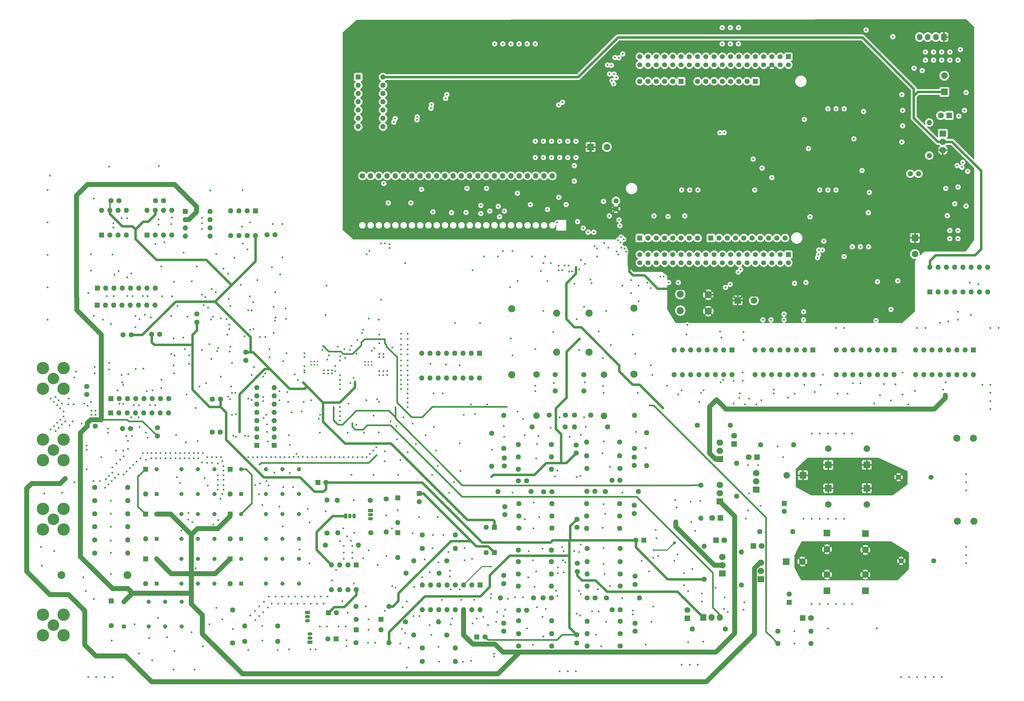
<source format=gbr>
%TF.GenerationSoftware,KiCad,Pcbnew,8.0.5*%
%TF.CreationDate,2024-12-06T02:00:11+01:00*%
%TF.ProjectId,ImpedanceAnalyzer,496d7065-6461-46e6-9365-416e616c797a,rev?*%
%TF.SameCoordinates,Original*%
%TF.FileFunction,Copper,L3,Inr*%
%TF.FilePolarity,Positive*%
%FSLAX46Y46*%
G04 Gerber Fmt 4.6, Leading zero omitted, Abs format (unit mm)*
G04 Created by KiCad (PCBNEW 8.0.5) date 2024-12-06 02:00:11*
%MOMM*%
%LPD*%
G01*
G04 APERTURE LIST*
G04 Aperture macros list*
%AMRoundRect*
0 Rectangle with rounded corners*
0 $1 Rounding radius*
0 $2 $3 $4 $5 $6 $7 $8 $9 X,Y pos of 4 corners*
0 Add a 4 corners polygon primitive as box body*
4,1,4,$2,$3,$4,$5,$6,$7,$8,$9,$2,$3,0*
0 Add four circle primitives for the rounded corners*
1,1,$1+$1,$2,$3*
1,1,$1+$1,$4,$5*
1,1,$1+$1,$6,$7*
1,1,$1+$1,$8,$9*
0 Add four rect primitives between the rounded corners*
20,1,$1+$1,$2,$3,$4,$5,0*
20,1,$1+$1,$4,$5,$6,$7,0*
20,1,$1+$1,$6,$7,$8,$9,0*
20,1,$1+$1,$8,$9,$2,$3,0*%
G04 Aperture macros list end*
%TA.AperFunction,ComponentPad*%
%ADD10R,2.000000X1.905000*%
%TD*%
%TA.AperFunction,ComponentPad*%
%ADD11O,2.000000X1.905000*%
%TD*%
%TA.AperFunction,ComponentPad*%
%ADD12R,1.600000X1.600000*%
%TD*%
%TA.AperFunction,ComponentPad*%
%ADD13O,1.600000X1.600000*%
%TD*%
%TA.AperFunction,ComponentPad*%
%ADD14C,1.600000*%
%TD*%
%TA.AperFunction,ComponentPad*%
%ADD15O,1.700000X1.700000*%
%TD*%
%TA.AperFunction,ComponentPad*%
%ADD16C,1.700000*%
%TD*%
%TA.AperFunction,ComponentPad*%
%ADD17R,2.000000X2.000000*%
%TD*%
%TA.AperFunction,ComponentPad*%
%ADD18C,2.000000*%
%TD*%
%TA.AperFunction,ComponentPad*%
%ADD19R,1.500000X1.050000*%
%TD*%
%TA.AperFunction,ComponentPad*%
%ADD20O,1.500000X1.050000*%
%TD*%
%TA.AperFunction,ComponentPad*%
%ADD21C,2.200000*%
%TD*%
%TA.AperFunction,ComponentPad*%
%ADD22O,2.200000X2.200000*%
%TD*%
%TA.AperFunction,ComponentPad*%
%ADD23C,0.500000*%
%TD*%
%TA.AperFunction,ComponentPad*%
%ADD24C,3.556000*%
%TD*%
%TA.AperFunction,ComponentPad*%
%ADD25C,3.810000*%
%TD*%
%TA.AperFunction,ComponentPad*%
%ADD26R,1.800000X1.800000*%
%TD*%
%TA.AperFunction,ComponentPad*%
%ADD27C,1.800000*%
%TD*%
%TA.AperFunction,ComponentPad*%
%ADD28R,1.308000X1.308000*%
%TD*%
%TA.AperFunction,ComponentPad*%
%ADD29C,1.308000*%
%TD*%
%TA.AperFunction,ComponentPad*%
%ADD30O,2.000000X2.000000*%
%TD*%
%TA.AperFunction,ComponentPad*%
%ADD31R,1.605000X1.605000*%
%TD*%
%TA.AperFunction,ComponentPad*%
%ADD32C,1.605000*%
%TD*%
%TA.AperFunction,ComponentPad*%
%ADD33R,1.530000X1.530000*%
%TD*%
%TA.AperFunction,ComponentPad*%
%ADD34C,1.530000*%
%TD*%
%TA.AperFunction,ComponentPad*%
%ADD35C,1.550000*%
%TD*%
%TA.AperFunction,ComponentPad*%
%ADD36C,2.175000*%
%TD*%
%TA.AperFunction,ComponentPad*%
%ADD37R,1.050000X1.500000*%
%TD*%
%TA.AperFunction,ComponentPad*%
%ADD38O,1.050000X1.500000*%
%TD*%
%TA.AperFunction,ComponentPad*%
%ADD39R,1.905000X2.000000*%
%TD*%
%TA.AperFunction,ComponentPad*%
%ADD40O,1.905000X2.000000*%
%TD*%
%TA.AperFunction,ComponentPad*%
%ADD41C,2.400000*%
%TD*%
%TA.AperFunction,ComponentPad*%
%ADD42O,2.400000X2.400000*%
%TD*%
%TA.AperFunction,ComponentPad*%
%ADD43RoundRect,0.250000X0.600000X0.725000X-0.600000X0.725000X-0.600000X-0.725000X0.600000X-0.725000X0*%
%TD*%
%TA.AperFunction,ComponentPad*%
%ADD44O,1.700000X1.950000*%
%TD*%
%TA.AperFunction,ViaPad*%
%ADD45C,0.600000*%
%TD*%
%TA.AperFunction,ViaPad*%
%ADD46C,1.000000*%
%TD*%
%TA.AperFunction,Conductor*%
%ADD47C,0.500000*%
%TD*%
%TA.AperFunction,Conductor*%
%ADD48C,0.800000*%
%TD*%
%TA.AperFunction,Conductor*%
%ADD49C,1.500000*%
%TD*%
%TA.AperFunction,Conductor*%
%ADD50C,1.000000*%
%TD*%
%TA.AperFunction,Conductor*%
%ADD51C,0.400000*%
%TD*%
%TA.AperFunction,Conductor*%
%ADD52C,0.350000*%
%TD*%
G04 APERTURE END LIST*
D10*
%TO.N,GNDA*%
%TO.C,U21*%
X305370000Y-82630000D03*
D11*
%TO.N,/Digital/+3V3*%
X305370000Y-85170000D03*
%TO.N,/+5V_MW*%
X305370000Y-87710000D03*
%TD*%
D12*
%TO.N,/ADC Range/+12V*%
%TO.C,D9*%
X86110000Y-186030000D03*
D13*
%TO.N,Net-(D9-A)*%
X86110000Y-193650000D03*
%TD*%
D12*
%TO.N,/ADC Range/+12V*%
%TO.C,D13*%
X86110000Y-199830000D03*
D13*
%TO.N,Net-(D13-A)*%
X86110000Y-207450000D03*
%TD*%
D14*
%TO.N,Net-(D18-K)*%
%TO.C,R18*%
X124830000Y-239440000D03*
D13*
%TO.N,/ADC/-5V*%
X134990000Y-239440000D03*
%TD*%
D14*
%TO.N,Net-(C102-Pad1)*%
%TO.C,C102*%
X194930000Y-156860000D03*
%TO.N,GNDA*%
X194930000Y-161860000D03*
%TD*%
%TO.N,Net-(C112-Pad1)*%
%TO.C,R65*%
X206070000Y-222040000D03*
D13*
%TO.N,Net-(U14A-+)*%
X195910000Y-222040000D03*
%TD*%
D14*
%TO.N,/ADC/+2V5*%
%TO.C,R31*%
X254650000Y-235860000D03*
D13*
%TO.N,Net-(D19-A)*%
X264810000Y-235860000D03*
%TD*%
D14*
%TO.N,/DAC/DAC_P*%
%TO.C,R77*%
X174830000Y-236640000D03*
D13*
%TO.N,Net-(U14C--)*%
X184990000Y-236640000D03*
%TD*%
D14*
%TO.N,GNDA*%
%TO.C,C110*%
X198410000Y-225640000D03*
%TO.N,Net-(U14A-+)*%
X195910000Y-225640000D03*
%TD*%
%TO.N,GNDA*%
%TO.C,R32*%
X249250000Y-178460000D03*
D13*
%TO.N,Net-(C17-Pad2)*%
X259410000Y-178460000D03*
%TD*%
D15*
%TO.N,GNDA*%
%TO.C,M1*%
X185230000Y-95640000D03*
%TO.N,/DAC/DB14*%
X182690000Y-95640000D03*
%TO.N,/DAC/DB15*%
X180150000Y-95640000D03*
%TO.N,/DAC/DB13*%
X177610000Y-95640000D03*
%TO.N,/DAC/DB12*%
X175070000Y-95640000D03*
%TO.N,/Digital/DB15*%
X172530000Y-95640000D03*
%TO.N,/Digital/DB14*%
X169990000Y-95640000D03*
%TO.N,/Digital/DB13*%
X167450000Y-95640000D03*
%TO.N,/Digital/DB12*%
X164910000Y-95640000D03*
%TO.N,/Digital/DB11*%
X162370000Y-95640000D03*
%TO.N,/Digital/DB10*%
X159830000Y-95640000D03*
%TO.N,/Digital/DB9*%
X157290000Y-95640000D03*
%TO.N,/Digital/DB8*%
X154750000Y-95640000D03*
%TO.N,/Digital/DB7*%
X152210000Y-95640000D03*
%TO.N,/Digital/DB6*%
X149670000Y-95640000D03*
%TO.N,/Digital/DB5*%
X147130000Y-95640000D03*
%TO.N,/Digital/DB4*%
X144590000Y-95640000D03*
%TO.N,/Digital/DB3*%
X142050000Y-95640000D03*
%TO.N,/Digital/DB2*%
X139510000Y-95640000D03*
%TO.N,/Digital/DB1*%
X136970000Y-95640000D03*
%TO.N,/Digital/DB0*%
X134430000Y-95640000D03*
%TO.N,Net-(M1-PIO46)*%
X131890000Y-95640000D03*
%TO.N,Net-(M1-PIO47)*%
X129350000Y-95640000D03*
D16*
%TO.N,Net-(M1-PIO48)*%
X126810000Y-95640000D03*
%TD*%
D17*
%TO.N,Net-(C20-Pad1)*%
%TO.C,C43*%
X281530000Y-205860000D03*
D18*
%TO.N,Net-(U19-VI)*%
X281530000Y-210860000D03*
%TD*%
D14*
%TO.N,GNDA*%
%TO.C,R43*%
X210530000Y-179540000D03*
D13*
%TO.N,Net-(C96-Pad2)*%
X210530000Y-169380000D03*
%TD*%
D12*
%TO.N,GNDA*%
%TO.C,R27*%
X99720000Y-178610000D03*
D13*
%TO.N,Net-(U9A--)*%
X99720000Y-176070000D03*
%TO.N,GNDA*%
X99720000Y-173530000D03*
%TO.N,Net-(U9B--)*%
X99720000Y-170990000D03*
%TO.N,GNDA*%
X99720000Y-168450000D03*
%TO.N,Net-(U9C--)*%
X99720000Y-165910000D03*
%TO.N,GNDA*%
X99720000Y-163370000D03*
%TO.N,Net-(U9D--)*%
X99720000Y-160830000D03*
%TD*%
D12*
%TO.N,Net-(C200-Pad1)*%
%TO.C,R25*%
X49440000Y-164250000D03*
D13*
%TO.N,Net-(U11A-+)*%
X51980000Y-164250000D03*
%TO.N,Net-(C199-Pad1)*%
X54520000Y-164250000D03*
%TO.N,Net-(U11B-+)*%
X57060000Y-164250000D03*
%TO.N,Net-(C201-Pad1)*%
X59600000Y-164250000D03*
%TO.N,Net-(U11C-+)*%
X62140000Y-164250000D03*
%TO.N,Net-(C202-Pad1)*%
X64680000Y-164250000D03*
%TO.N,Net-(U11D-+)*%
X67220000Y-164250000D03*
%TD*%
D14*
%TO.N,/ADC Range/+12V*%
%TO.C,R79*%
X241930000Y-194340000D03*
D13*
%TO.N,Net-(D1-A)*%
X241930000Y-184180000D03*
%TD*%
D17*
%TO.N,Net-(C20-Pad1)*%
%TO.C,C45*%
X269730000Y-205660000D03*
D18*
%TO.N,Net-(U19-VI)*%
X269730000Y-210660000D03*
%TD*%
D14*
%TO.N,Net-(U34B--)*%
%TO.C,R28*%
X90630000Y-239040000D03*
D13*
%TO.N,Net-(Q4-E)*%
X100790000Y-239040000D03*
%TD*%
D14*
%TO.N,GNDA*%
%TO.C,C123*%
X192790000Y-203890000D03*
%TO.N,/ADC/-5V*%
X192790000Y-201390000D03*
%TD*%
D19*
%TO.N,/ADC/-5V*%
%TO.C,Q4*%
X110710000Y-239240000D03*
D20*
%TO.N,Net-(D18-K)*%
X110710000Y-237970000D03*
%TO.N,Net-(Q4-E)*%
X110710000Y-236700000D03*
%TD*%
D14*
%TO.N,/ADC/+5V*%
%TO.C,C74*%
X63150000Y-103290000D03*
%TO.N,GNDA*%
X65650000Y-103290000D03*
%TD*%
%TO.N,GNDA*%
%TO.C,R49*%
X205950000Y-177640000D03*
D13*
%TO.N,Net-(U17A--)*%
X195790000Y-177640000D03*
%TD*%
D14*
%TO.N,Net-(C108-Pad2)*%
%TO.C,R61*%
X174910000Y-200377500D03*
D13*
%TO.N,Net-(U17C--)*%
X185070000Y-200377500D03*
%TD*%
D14*
%TO.N,Net-(C100-Pad2)*%
%TO.C,R51*%
X205950000Y-181840000D03*
D13*
%TO.N,Net-(U17A--)*%
X195790000Y-181840000D03*
%TD*%
D21*
%TO.N,/DAC/VOUT+*%
%TO.C,L3*%
X196530000Y-137960000D03*
%TO.N,/DAC/VOUT-*%
X186530000Y-137960000D03*
%TO.N,Net-(L3-4)*%
X186530000Y-149960000D03*
%TO.N,Net-(L3-3)*%
X196530000Y-149960000D03*
%TD*%
D14*
%TO.N,Net-(C100-Pad1)*%
%TO.C,R47*%
X206000000Y-185777500D03*
D13*
%TO.N,Net-(U17A-+)*%
X195840000Y-185777500D03*
%TD*%
D12*
%TO.N,Net-(D17-K)*%
%TO.C,D17*%
X132520000Y-232240000D03*
D13*
%TO.N,Net-(D17-A)*%
X124900000Y-232240000D03*
%TD*%
D14*
%TO.N,Net-(C108-Pad1)*%
%TO.C,C108*%
X170670000Y-197527500D03*
%TO.N,Net-(C108-Pad2)*%
X170670000Y-200027500D03*
%TD*%
D21*
%TO.N,Net-(L3-4)*%
%TO.C,L5*%
X172730000Y-136600000D03*
D22*
%TO.N,Net-(C103-Pad2)*%
X172730000Y-156920000D03*
%TD*%
D23*
%TO.N,GNDA*%
%TO.C,U2*%
X111005000Y-153825000D03*
X112005000Y-153825000D03*
X113005000Y-153825000D03*
X111005000Y-152825000D03*
X112005000Y-152825000D03*
X113005000Y-152825000D03*
%TD*%
D12*
%TO.N,unconnected-(U7B-NC-Pad1)*%
%TO.C,U7*%
X60530000Y-113860000D03*
D13*
%TO.N,Net-(U7A--)*%
X63070000Y-113860000D03*
%TO.N,Net-(U5A-+)*%
X65610000Y-113860000D03*
%TO.N,GNDA*%
X68150000Y-113860000D03*
%TO.N,unconnected-(U7B-NC-Pad5)*%
X68150000Y-106240000D03*
%TO.N,Net-(U7A--)*%
X65610000Y-106240000D03*
%TO.N,/ADC/+5V*%
X63070000Y-106240000D03*
%TO.N,unconnected-(U7B-NC-Pad8)*%
X60530000Y-106240000D03*
%TD*%
D14*
%TO.N,Net-(C104-Pad1)*%
%TO.C,C104*%
X197030000Y-169360000D03*
%TO.N,GNDA*%
X192030000Y-169360000D03*
%TD*%
D12*
%TO.N,unconnected-(U5B-NC-Pad1)*%
%TO.C,U5*%
X46610000Y-113860000D03*
D13*
%TO.N,Net-(U5A--)*%
X49150000Y-113860000D03*
%TO.N,Net-(U5A-+)*%
X51690000Y-113860000D03*
%TO.N,GNDA*%
X54230000Y-113860000D03*
%TO.N,unconnected-(U5B-NC-Pad5)*%
X54230000Y-106240000D03*
%TO.N,Net-(U5A--)*%
X51690000Y-106240000D03*
%TO.N,/ADC/+5V*%
X49150000Y-106240000D03*
%TO.N,unconnected-(U5B-NC-Pad8)*%
X46610000Y-106240000D03*
%TD*%
D14*
%TO.N,Net-(U17B--)*%
%TO.C,R50*%
X184950000Y-178377500D03*
D13*
%TO.N,GNDA*%
X174790000Y-178377500D03*
%TD*%
D24*
%TO.N,/ADC Range/DUT_H_POT*%
%TO.C,J6*%
X31745000Y-180075000D03*
D25*
%TO.N,GNDA*%
X34920000Y-183250000D03*
X34920000Y-176900000D03*
X28570000Y-183250000D03*
X28570000Y-176900000D03*
%TD*%
D26*
%TO.N,GNDA*%
%TO.C,D3*%
X236930000Y-201027677D03*
D27*
%TO.N,Net-(D3-A)*%
X234390000Y-201027677D03*
%TD*%
D28*
%TO.N,Net-(D9-A)*%
%TO.C,K4*%
X89510000Y-193660000D03*
D29*
%TO.N,Net-(K4-Pad4)*%
X97130000Y-193660000D03*
%TO.N,unconnected-(K4-Pad6)*%
X102210000Y-193660000D03*
%TO.N,/ADC Range/DUT_I_SENSE_+*%
X107290000Y-193660000D03*
%TO.N,unconnected-(K4-Pad9)*%
X107290000Y-186040000D03*
%TO.N,unconnected-(K4-Pad11)*%
X102210000Y-186040000D03*
%TO.N,unconnected-(K4-Pad13)*%
X97130000Y-186040000D03*
%TO.N,/ADC Range/+12V*%
X89510000Y-186040000D03*
%TD*%
D26*
%TO.N,Net-(D6-K)*%
%TO.C,D6*%
X247055000Y-209660000D03*
D27*
%TO.N,GNDA*%
X249595000Y-209660000D03*
%TD*%
D14*
%TO.N,GNDA*%
%TO.C,R57*%
X174910000Y-204177500D03*
D13*
%TO.N,Net-(U17C--)*%
X185070000Y-204177500D03*
%TD*%
D14*
%TO.N,/ADC Range/+12V*%
%TO.C,C172*%
X63750000Y-175750000D03*
%TO.N,GNDA*%
X63750000Y-173250000D03*
%TD*%
D12*
%TO.N,/ADC Range/+12V*%
%TO.C,D15*%
X86110000Y-213630000D03*
D13*
%TO.N,Net-(D15-A)*%
X86110000Y-221250000D03*
%TD*%
D14*
%TO.N,GNDA*%
%TO.C,R58*%
X205950000Y-204240000D03*
D13*
%TO.N,Net-(U17D--)*%
X195790000Y-204240000D03*
%TD*%
D18*
%TO.N,GNDA*%
%TO.C,C132*%
X296750000Y-119750000D03*
D17*
%TO.N,/+5V_MW*%
X296750000Y-114750000D03*
%TD*%
D28*
%TO.N,Net-(D10-A)*%
%TO.C,K5*%
X63490000Y-193650000D03*
D29*
%TO.N,Net-(K5-Pad4)*%
X71110000Y-193650000D03*
%TO.N,unconnected-(K5-Pad6)*%
X76190000Y-193650000D03*
%TO.N,/ADC Range/DUT_I_SENSE_+*%
X81270000Y-193650000D03*
%TO.N,unconnected-(K5-Pad9)*%
X81270000Y-186030000D03*
%TO.N,unconnected-(K5-Pad11)*%
X76190000Y-186030000D03*
%TO.N,unconnected-(K5-Pad13)*%
X71110000Y-186030000D03*
%TO.N,/ADC Range/+12V*%
X63490000Y-186030000D03*
%TD*%
D19*
%TO.N,/ADC/+5V*%
%TO.C,Q1*%
X129327500Y-198732500D03*
D20*
%TO.N,Net-(D12-A)*%
X129327500Y-200002500D03*
%TO.N,Net-(Q1-E)*%
X129327500Y-201272500D03*
%TD*%
D14*
%TO.N,Net-(U32A-S2B)*%
%TO.C,R116*%
X152790000Y-237040000D03*
D13*
%TO.N,/DAC Power Amp/DAC_RANGED_-*%
X142630000Y-237040000D03*
%TD*%
D12*
%TO.N,/ADC/+5V*%
%TO.C,C124*%
X167372380Y-211640000D03*
D14*
%TO.N,GNDA*%
X164872380Y-211640000D03*
%TD*%
D17*
%TO.N,Net-(C20-Pad1)*%
%TO.C,C20*%
X257130000Y-214427677D03*
D18*
%TO.N,Net-(U19-VI)*%
X262130000Y-214427677D03*
%TD*%
D14*
%TO.N,Net-(C100-Pad2)*%
%TO.C,R53*%
X178670000Y-192840000D03*
D13*
%TO.N,Net-(C108-Pad1)*%
X168510000Y-192840000D03*
%TD*%
D12*
%TO.N,/Digital/BUS_IX*%
%TO.C,U15*%
X125530000Y-65235000D03*
D13*
%TO.N,Net-(U15-Pad2)*%
X125530000Y-67775000D03*
X125530000Y-70315000D03*
%TO.N,Net-(M1-PIO48)*%
X125530000Y-72855000D03*
%TO.N,Net-(U15-Pad5)*%
X125530000Y-75395000D03*
%TO.N,Net-(M1-PIO47)*%
X125530000Y-77935000D03*
%TO.N,GNDA*%
X125530000Y-80475000D03*
%TO.N,Net-(U15-Pad5)*%
X133150000Y-80475000D03*
%TO.N,/Digital/BUS_CLK*%
X133150000Y-77935000D03*
%TO.N,Net-(M1-PIO46)*%
X133150000Y-75395000D03*
%TO.N,Net-(U15-Pad11)*%
X133150000Y-72855000D03*
X133150000Y-70315000D03*
%TO.N,/Digital/BUS_R{slash}~{W}*%
X133150000Y-67775000D03*
%TO.N,/Digital/+3V3*%
X133150000Y-65235000D03*
%TD*%
D14*
%TO.N,/ADC Range/DUT_I_SENSE_-*%
%TO.C,R_R106*%
X44440000Y-191600000D03*
D13*
%TO.N,Net-(K5-Pad4)*%
X54600000Y-191600000D03*
%TD*%
D14*
%TO.N,GNDA*%
%TO.C,R75*%
X174830000Y-240440000D03*
D13*
%TO.N,Net-(U14C--)*%
X184990000Y-240440000D03*
%TD*%
D14*
%TO.N,Net-(C101-Pad1)*%
%TO.C,C101*%
X170470000Y-185027500D03*
%TO.N,Net-(C101-Pad2)*%
X170470000Y-182527500D03*
%TD*%
D24*
%TO.N,/ADC Range/DUT_L_POT*%
%TO.C,J7*%
X31745000Y-158075000D03*
D25*
%TO.N,GNDA*%
X34920000Y-161250000D03*
X34920000Y-154900000D03*
X28570000Y-161250000D03*
X28570000Y-154900000D03*
%TD*%
D14*
%TO.N,Net-(C112-Pad1)*%
%TO.C,C112*%
X210710000Y-221490000D03*
%TO.N,Net-(C112-Pad2)*%
X210710000Y-218990000D03*
%TD*%
%TO.N,Net-(C116-Pad1)*%
%TO.C,C116*%
X170310000Y-233390000D03*
%TO.N,/DAC/DAC_P*%
X170310000Y-235890000D03*
%TD*%
%TO.N,/ADC Range/-12V*%
%TO.C,C163*%
X42000000Y-163000000D03*
%TO.N,GNDA*%
X42000000Y-160500000D03*
%TD*%
%TO.N,/+5V_MW*%
%TO.C,C137*%
X204800000Y-105850000D03*
%TO.N,GNDA*%
X204800000Y-103350000D03*
%TD*%
D26*
%TO.N,GNDA*%
%TO.C,D19*%
X262255000Y-231860000D03*
D27*
%TO.N,Net-(D19-A)*%
X264795000Y-231860000D03*
%TD*%
D14*
%TO.N,/ADC/+6V*%
%TO.C,R81*%
X230930000Y-190947677D03*
D13*
%TO.N,Net-(D3-A)*%
X230930000Y-201107677D03*
%TD*%
D12*
%TO.N,/ADC Range/+12V*%
%TO.C,D10*%
X60110000Y-186030000D03*
D13*
%TO.N,Net-(D10-A)*%
X60110000Y-193650000D03*
%TD*%
D17*
%TO.N,/+5V_MW*%
%TO.C,C144*%
X197000000Y-86750000D03*
D18*
%TO.N,GNDA*%
X202000000Y-86750000D03*
%TD*%
D12*
%TO.N,Net-(D16-K)*%
%TO.C,D16*%
X137727500Y-194782500D03*
D13*
%TO.N,Net-(D12-K)*%
X137727500Y-202402500D03*
%TD*%
D12*
%TO.N,/ADC/+5V*%
%TO.C,C118*%
X167390000Y-203840000D03*
D14*
%TO.N,GNDA*%
X164890000Y-203840000D03*
%TD*%
D26*
%TO.N,GNDA*%
%TO.C,D1*%
X248205000Y-182260000D03*
D27*
%TO.N,Net-(D1-A)*%
X245665000Y-182260000D03*
%TD*%
D14*
%TO.N,Net-(U32A-S2A)*%
%TO.C,R112*%
X152790000Y-214240000D03*
D13*
%TO.N,/DAC Power Amp/DAC_RANGED_+*%
X142630000Y-214240000D03*
%TD*%
D18*
%TO.N,Net-(C102-Pad1)*%
%TO.C,L6*%
X201130000Y-156860000D03*
D30*
%TO.N,Net-(C104-Pad1)*%
X201130000Y-169560000D03*
%TD*%
D14*
%TO.N,Net-(C109-Pad2)*%
%TO.C,R62*%
X205950000Y-200440000D03*
D13*
%TO.N,Net-(U17D--)*%
X195790000Y-200440000D03*
%TD*%
D31*
%TO.N,unconnected-(U10F-D8-PadCN5_1)*%
%TO.C,U10*%
X233980000Y-114800000D03*
D32*
%TO.N,unconnected-(U10F-D9-PadCN5_2)*%
X236520000Y-114800000D03*
%TO.N,unconnected-(U10F-D10-PadCN5_3)*%
X239060000Y-114800000D03*
%TO.N,unconnected-(U10F-D11-PadCN5_4)*%
X241600000Y-114800000D03*
%TO.N,unconnected-(U10F-D12-PadCN5_5)*%
X244140000Y-114800000D03*
%TO.N,unconnected-(U10F-D13-PadCN5_6)*%
X246680000Y-114800000D03*
%TO.N,GNDA*%
X249220000Y-114800000D03*
%TO.N,unconnected-(U10F-AREF-PadCN5_8)*%
X251760000Y-114800000D03*
%TO.N,unconnected-(U10F-D14-PadCN5_9)*%
X254300000Y-114800000D03*
%TO.N,unconnected-(U10F-D15-PadCN5_10)*%
X256840000Y-114800000D03*
D31*
%TO.N,unconnected-(U10C-NC-PadCN6_1)*%
X247700000Y-66540000D03*
D32*
%TO.N,unconnected-(U10C-CN6_IOREF-PadCN6_2)*%
X245160000Y-66540000D03*
%TO.N,unconnected-(U10C-CN6_RESET-PadCN6_3)*%
X242620000Y-66540000D03*
%TO.N,unconnected-(U10C-CN6_+3V3-PadCN6_4)*%
X240080000Y-66540000D03*
%TO.N,unconnected-(U10C-CN6_+5V-PadCN6_5)*%
X237540000Y-66540000D03*
%TO.N,GNDA*%
X235000000Y-66540000D03*
X232460000Y-66540000D03*
%TO.N,unconnected-(U10C-CN6_VIN-PadCN6_8)*%
X229920000Y-66540000D03*
D33*
%TO.N,unconnected-(U10A-PC10-PadCN7_1)*%
X257860000Y-58920000D03*
D34*
%TO.N,unconnected-(U10A-PC11-PadCN7_2)*%
X257860000Y-61460000D03*
%TO.N,/TX*%
X255320000Y-58920000D03*
%TO.N,/RX*%
X255320000Y-61460000D03*
%TO.N,unconnected-(U10A-VDD-PadCN7_5)*%
X252780000Y-58920000D03*
%TO.N,/+5V_MW*%
X252780000Y-61460000D03*
%TO.N,unconnected-(U10A-BOOT0-PadCN7_7)*%
X250240000Y-58920000D03*
%TO.N,GNDA*%
X250240000Y-61460000D03*
%TO.N,unconnected-(U10A-PF6-PadCN7_9)*%
X247700000Y-58920000D03*
%TO.N,unconnected-(U10A-NC-PadCN7_10)*%
X247700000Y-61460000D03*
%TO.N,unconnected-(U10A-PF7-PadCN7_11)*%
X245160000Y-58920000D03*
%TO.N,unconnected-(U10A-CN7_IOREF-PadCN7_12)*%
X245160000Y-61460000D03*
%TO.N,unconnected-(U10A-PA13-PadCN7_13)*%
X242620000Y-58920000D03*
%TO.N,unconnected-(U10A-CN7_RESET-PadCN7_14)*%
X242620000Y-61460000D03*
%TO.N,unconnected-(U10A-PA14-PadCN7_15)*%
X240080000Y-58920000D03*
%TO.N,unconnected-(U10A-CN7_+3V3-PadCN7_16)*%
X240080000Y-61460000D03*
%TO.N,unconnected-(U10A-PA15-PadCN7_17)*%
X237540000Y-58920000D03*
%TO.N,unconnected-(U10A-CN7_+5V-PadCN7_18)*%
X237540000Y-61460000D03*
%TO.N,GNDA*%
X235000000Y-58920000D03*
X235000000Y-61460000D03*
%TO.N,/Digital/DB7*%
X232460000Y-58920000D03*
%TO.N,GNDA*%
X232460000Y-61460000D03*
%TO.N,unconnected-(U10A-PC13-PadCN7_23)*%
X229920000Y-58920000D03*
%TO.N,unconnected-(U10A-CN7_VIN-PadCN7_24)*%
X229920000Y-61460000D03*
%TO.N,unconnected-(U10A-PC14-PadCN7_25)*%
X227380000Y-58920000D03*
%TO.N,unconnected-(U10A-NC-PadCN7_26)*%
X227380000Y-61460000D03*
%TO.N,unconnected-(U10A-PC15-PadCN7_27)*%
X224840000Y-58920000D03*
%TO.N,unconnected-(U10A-PA0-PadCN7_28)*%
X224840000Y-61460000D03*
%TO.N,unconnected-(U10A-PH0-PadCN7_29)*%
X222300000Y-58920000D03*
%TO.N,/ADC Range/V_PGA_A0*%
X222300000Y-61460000D03*
%TO.N,unconnected-(U10A-PH1-PadCN7_31)*%
X219760000Y-58920000D03*
%TO.N,/Digital/SER_DATA*%
X219760000Y-61460000D03*
%TO.N,unconnected-(U10A-VBAT-PadCN7_33)*%
X217220000Y-58920000D03*
%TO.N,/Digital/DB0*%
X217220000Y-61460000D03*
%TO.N,/Digital/DB10*%
X214680000Y-58920000D03*
%TO.N,/Digital/DB9*%
X214680000Y-61460000D03*
%TO.N,/Digital/DB11*%
X212140000Y-58920000D03*
%TO.N,/Digital/DB8*%
X212140000Y-61460000D03*
D31*
%TO.N,unconnected-(U10E-A0-PadCN8_1)*%
X224840000Y-66540000D03*
D32*
%TO.N,unconnected-(U10E-A1-PadCN8_2)*%
X222300000Y-66540000D03*
%TO.N,unconnected-(U10E-A2-PadCN8_3)*%
X219760000Y-66540000D03*
%TO.N,unconnected-(U10E-A3-PadCN8_4)*%
X217220000Y-66540000D03*
%TO.N,unconnected-(U10E-A4-PadCN8_5)*%
X214680000Y-66540000D03*
%TO.N,unconnected-(U10E-A5-PadCN8_6)*%
X212140000Y-66540000D03*
D31*
%TO.N,unconnected-(U10D-D0-PadCN9_1)*%
X212140000Y-114800000D03*
D32*
%TO.N,unconnected-(U10D-D1-PadCN9_2)*%
X214680000Y-114800000D03*
%TO.N,unconnected-(U10D-D2-PadCN9_3)*%
X217220000Y-114800000D03*
%TO.N,unconnected-(U10D-D3-PadCN9_4)*%
X219760000Y-114800000D03*
%TO.N,unconnected-(U10D-D4-PadCN9_5)*%
X222300000Y-114800000D03*
%TO.N,unconnected-(U10D-D5-PadCN9_6)*%
X224840000Y-114800000D03*
%TO.N,unconnected-(U10D-D6-PadCN9_7)*%
X227380000Y-114800000D03*
%TO.N,unconnected-(U10D-D7-PadCN9_8)*%
X229920000Y-114800000D03*
D33*
%TO.N,/Digital/BUS_CLK*%
X257860000Y-119880000D03*
D34*
%TO.N,/Digital/BUS_IX*%
X257860000Y-122420000D03*
%TO.N,unconnected-(U10B-PB8-PadCN10_3)*%
X255320000Y-119880000D03*
%TO.N,/Digital/DB14*%
X255320000Y-122420000D03*
%TO.N,/Digital/BUS_R{slash}~{W}*%
X252780000Y-119880000D03*
%TO.N,/Digital/DB13*%
X252780000Y-122420000D03*
%TO.N,unconnected-(U10B-AVDD-PadCN10_7)*%
X250240000Y-119880000D03*
%TO.N,unconnected-(U10B-U5V-PadCN10_8)*%
X250240000Y-122420000D03*
%TO.N,GNDA*%
X247700000Y-119880000D03*
%TO.N,unconnected-(U10B-NC-PadCN10_10)*%
X247700000Y-122420000D03*
%TO.N,unconnected-(U10B-PA5-PadCN10_11)*%
X245160000Y-119880000D03*
%TO.N,unconnected-(U10B-PA12-PadCN10_12)*%
X245160000Y-122420000D03*
%TO.N,/Digital/SER_CLK*%
X242620000Y-119880000D03*
%TO.N,/DRE*%
X242620000Y-122420000D03*
%TO.N,/Digital/SER_LATCH*%
X240080000Y-119880000D03*
%TO.N,/ADC Range/V_PGA_A2*%
X240080000Y-122420000D03*
%TO.N,/Digital/DB6*%
X237540000Y-119880000D03*
%TO.N,unconnected-(U10B-NC-PadCN10_18)*%
X237540000Y-122420000D03*
%TO.N,/Digital/DB15*%
X235000000Y-119880000D03*
%TO.N,GNDA*%
X235000000Y-122420000D03*
%TO.N,/DRA0*%
X232460000Y-119880000D03*
%TO.N,/Digital/DB2*%
X232460000Y-122420000D03*
%TO.N,unconnected-(U10B-PA8-PadCN10_23)*%
X229920000Y-119880000D03*
%TO.N,/Digital/DB1*%
X229920000Y-122420000D03*
%TO.N,/ADC Range/V_PGA_A1*%
X227380000Y-119880000D03*
%TO.N,/ADC Range/I_PGA_A2*%
X227380000Y-122420000D03*
%TO.N,/Digital/DB4*%
X224840000Y-119880000D03*
%TO.N,/ADC Range/I_PGA_A1*%
X224840000Y-122420000D03*
%TO.N,/Digital/DB5*%
X222300000Y-119880000D03*
%TO.N,/ADC Range/I_PGA_A0*%
X222300000Y-122420000D03*
%TO.N,/Digital/DB3*%
X219760000Y-119880000D03*
%TO.N,GNDA*%
X219760000Y-122420000D03*
%TO.N,/DRA1*%
X217220000Y-119880000D03*
%TO.N,/Digital/DB12*%
X217220000Y-122420000D03*
%TO.N,unconnected-(U10B-PA2-PadCN10_35)*%
X214680000Y-119880000D03*
%TO.N,unconnected-(U10B-NC-PadCN10_36)*%
X214680000Y-122420000D03*
%TO.N,unconnected-(U10B-PA3-PadCN10_37)*%
X212140000Y-119880000D03*
%TO.N,unconnected-(U10B-NC-PadCN10_38)*%
X212140000Y-122420000D03*
%TD*%
D18*
%TO.N,Net-(C103-Pad2)*%
%TO.C,L7*%
X180330000Y-156810000D03*
D30*
%TO.N,Net-(C105-Pad2)*%
X180330000Y-169510000D03*
%TD*%
D14*
%TO.N,/DAC Power Amp/DAC_RANGED_+*%
%TO.C,R111*%
X145230000Y-210440000D03*
D13*
%TO.N,Net-(U32A-S1A)*%
X155390000Y-210440000D03*
%TD*%
D14*
%TO.N,GNDA*%
%TO.C,C78*%
X80670000Y-164410000D03*
%TO.N,/ADC/-5V*%
X83170000Y-164410000D03*
%TD*%
%TO.N,/DAC Power Amp/DAC_RANGED_-*%
%TO.C,R117*%
X140030000Y-233040000D03*
D13*
%TO.N,Net-(U32A-S3B)*%
X150190000Y-233040000D03*
%TD*%
D10*
%TO.N,Net-(U18-VI)*%
%TO.C,U18*%
X247930000Y-192260000D03*
D11*
%TO.N,GNDA*%
X247930000Y-189720000D03*
%TO.N,/ADC Range/+12V*%
X247930000Y-187180000D03*
%TD*%
D14*
%TO.N,/DAC Power Amp/DAC_RANGED_-*%
%TO.C,R115*%
X145230000Y-241040000D03*
D13*
%TO.N,Net-(U32A-S1B)*%
X155390000Y-241040000D03*
%TD*%
D12*
%TO.N,/ADC/+5V*%
%TO.C,C195*%
X116327621Y-230240000D03*
D14*
%TO.N,GNDA*%
X118827621Y-230240000D03*
%TD*%
D28*
%TO.N,Net-(D11-A)*%
%TO.C,K1*%
X63490000Y-221260000D03*
D29*
%TO.N,Net-(K1-Pad4)*%
X71110000Y-221260000D03*
%TO.N,unconnected-(K1-Pad6)*%
X76190000Y-221260000D03*
%TO.N,/ADC Range/DUT_I_SENSE_+*%
X81270000Y-221260000D03*
%TO.N,unconnected-(K1-Pad9)*%
X81270000Y-213640000D03*
%TO.N,unconnected-(K1-Pad11)*%
X76190000Y-213640000D03*
%TO.N,unconnected-(K1-Pad13)*%
X71110000Y-213640000D03*
%TO.N,/ADC Range/+12V*%
X63490000Y-213640000D03*
%TD*%
D14*
%TO.N,GNDA*%
%TO.C,C129*%
X192710000Y-239490000D03*
%TO.N,/ADC/-5V*%
X192710000Y-236990000D03*
%TD*%
D23*
%TO.N,GNDA*%
%TO.C,U1*%
X127620000Y-153915000D03*
X128620000Y-153915000D03*
X129620000Y-153915000D03*
X127620000Y-152915000D03*
X128620000Y-152915000D03*
X129620000Y-152915000D03*
%TD*%
D12*
%TO.N,Net-(R95-Pad1)*%
%TO.C,U33*%
X240470000Y-149260000D03*
D13*
%TO.N,GNDA*%
X237930000Y-149260000D03*
X235390000Y-149260000D03*
%TO.N,Net-(R96-Pad1)*%
X232850000Y-149260000D03*
%TO.N,Net-(R97-Pad1)*%
X230310000Y-149260000D03*
%TO.N,GNDA*%
X227770000Y-149260000D03*
X225230000Y-149260000D03*
X222690000Y-149260000D03*
X222690000Y-156880000D03*
X225230000Y-156880000D03*
%TO.N,Net-(U25-A0)*%
X227770000Y-156880000D03*
%TO.N,GNDA*%
X230310000Y-156880000D03*
X232850000Y-156880000D03*
%TO.N,Net-(U25-A1)*%
X235390000Y-156880000D03*
%TO.N,Net-(U25-A2)*%
X237930000Y-156880000D03*
%TO.N,GNDA*%
X240470000Y-156880000D03*
%TD*%
D14*
%TO.N,GNDA*%
%TO.C,C105*%
X189230000Y-169360000D03*
%TO.N,Net-(C105-Pad2)*%
X184230000Y-169360000D03*
%TD*%
D35*
%TO.N,Net-(U18-VI)*%
%TO.C,L1*%
X291730000Y-188460000D03*
%TO.N,/+15V_MW*%
X301730000Y-188460000D03*
%TD*%
D12*
%TO.N,/ADC Range/+12V*%
%TO.C,D11*%
X60110000Y-213630000D03*
D13*
%TO.N,Net-(D11-A)*%
X60110000Y-221250000D03*
%TD*%
D14*
%TO.N,/Digital/+3V3*%
%TO.C,C142*%
X297850000Y-95000000D03*
%TO.N,GNDA*%
X295350000Y-95000000D03*
%TD*%
%TO.N,/ADC/+5V*%
%TO.C,R14*%
X134990000Y-228240000D03*
D13*
%TO.N,Net-(D17-A)*%
X124830000Y-228240000D03*
%TD*%
D14*
%TO.N,Net-(D16-K)*%
%TO.C,R13*%
X129207500Y-195602500D03*
D13*
%TO.N,/ADC/-5V*%
X119047500Y-195602500D03*
%TD*%
D10*
%TO.N,GNDA*%
%TO.C,U23*%
X237530000Y-218107677D03*
D11*
%TO.N,/ADC Range/-12V*%
X237530000Y-215567677D03*
%TO.N,/ADC/-5V*%
X237530000Y-213027677D03*
%TD*%
D14*
%TO.N,Net-(C101-Pad2)*%
%TO.C,R52*%
X174790000Y-182177500D03*
D13*
%TO.N,Net-(U17B--)*%
X184950000Y-182177500D03*
%TD*%
D14*
%TO.N,GNDA*%
%TO.C,C107*%
X198340000Y-192777500D03*
%TO.N,Net-(U17D-+)*%
X195840000Y-192777500D03*
%TD*%
D12*
%TO.N,Net-(R86-Pad1)*%
%TO.C,U31*%
X162805000Y-150260000D03*
D13*
%TO.N,GNDA*%
X160265000Y-150260000D03*
X157725000Y-150260000D03*
%TO.N,Net-(R87-Pad1)*%
X155185000Y-150260000D03*
%TO.N,Net-(R88-Pad1)*%
X152645000Y-150260000D03*
%TO.N,GNDA*%
X150105000Y-150260000D03*
X147565000Y-150260000D03*
X145025000Y-150260000D03*
X145025000Y-157880000D03*
X147565000Y-157880000D03*
%TO.N,Net-(U35-A0)*%
X150105000Y-157880000D03*
%TO.N,GNDA*%
X152645000Y-157880000D03*
X155185000Y-157880000D03*
%TO.N,Net-(U35-A1)*%
X157725000Y-157880000D03*
%TO.N,Net-(U35-A2)*%
X160265000Y-157880000D03*
%TO.N,GNDA*%
X162805000Y-157880000D03*
%TD*%
D14*
%TO.N,Net-(C112-Pad2)*%
%TO.C,R69*%
X206070000Y-218240000D03*
D13*
%TO.N,Net-(U14A--)*%
X195910000Y-218240000D03*
%TD*%
D14*
%TO.N,Net-(C117-Pad1)*%
%TO.C,C117*%
X210710000Y-233390000D03*
%TO.N,/DAC/DAC_N*%
X210710000Y-235890000D03*
%TD*%
D17*
%TO.N,Net-(C20-Pad1)*%
%TO.C,C32*%
X281530000Y-223427677D03*
D18*
%TO.N,Net-(U19-VI)*%
X281530000Y-218427677D03*
%TD*%
D12*
%TO.N,/RB1*%
%TO.C,U27*%
X301325000Y-131400000D03*
D13*
%TO.N,/RB2*%
X303865000Y-131400000D03*
%TO.N,/RB3*%
X306405000Y-131400000D03*
%TO.N,/RB4*%
X308945000Y-131400000D03*
%TO.N,/RB5*%
X311485000Y-131400000D03*
%TO.N,/RB6*%
X314025000Y-131400000D03*
%TO.N,unconnected-(U27-QH-Pad7)*%
X316565000Y-131400000D03*
%TO.N,GNDA*%
X319105000Y-131400000D03*
%TO.N,unconnected-(U27-QH'-Pad9)*%
X319105000Y-123780000D03*
%TO.N,/Digital/+3V3*%
X316565000Y-123780000D03*
%TO.N,/Digital/SER_CLK*%
X314025000Y-123780000D03*
%TO.N,/Digital/SER_LATCH*%
X311485000Y-123780000D03*
%TO.N,GNDA*%
X308945000Y-123780000D03*
%TO.N,/Digital/SER_DATA*%
X306405000Y-123780000D03*
%TO.N,/RB0*%
X303865000Y-123780000D03*
%TO.N,/Digital/+3V3*%
X301325000Y-123780000D03*
%TD*%
D14*
%TO.N,Net-(C101-Pad1)*%
%TO.C,R48*%
X174790000Y-185977500D03*
D13*
%TO.N,Net-(U17B-+)*%
X184950000Y-185977500D03*
%TD*%
D12*
%TO.N,Net-(U11A--)*%
%TO.C,R24*%
X45280000Y-135450000D03*
D13*
%TO.N,Net-(C207-Pad1)*%
X47820000Y-135450000D03*
%TO.N,Net-(U11B--)*%
X50360000Y-135450000D03*
%TO.N,Net-(C208-Pad1)*%
X52900000Y-135450000D03*
%TO.N,Net-(U11C--)*%
X55440000Y-135450000D03*
%TO.N,Net-(C209-Pad1)*%
X57980000Y-135450000D03*
%TO.N,Net-(U11D--)*%
X60520000Y-135450000D03*
%TO.N,Net-(C210-Pad1)*%
X63060000Y-135450000D03*
%TD*%
D14*
%TO.N,Net-(C108-Pad1)*%
%TO.C,R55*%
X174910000Y-196577500D03*
D13*
%TO.N,Net-(U17C-+)*%
X185070000Y-196577500D03*
%TD*%
D14*
%TO.N,Net-(C116-Pad1)*%
%TO.C,R73*%
X174830000Y-232640000D03*
D13*
%TO.N,Net-(U14C-+)*%
X184990000Y-232640000D03*
%TD*%
D12*
%TO.N,Net-(D18-K)*%
%TO.C,D18*%
X124900000Y-235440000D03*
D13*
%TO.N,Net-(D17-K)*%
X132520000Y-235440000D03*
%TD*%
D10*
%TO.N,/ADC Range/+12V*%
%TO.C,U20*%
X236730000Y-195907677D03*
D11*
%TO.N,GNDA*%
X236730000Y-193367677D03*
%TO.N,/ADC/+6V*%
X236730000Y-190827677D03*
%TD*%
D12*
%TO.N,GNDA*%
%TO.C,C125*%
X162030000Y-237660000D03*
D14*
%TO.N,/ADC/-5V*%
X164530000Y-237660000D03*
%TD*%
%TO.N,GNDA*%
%TO.C,R44*%
X170330000Y-179540000D03*
D13*
%TO.N,Net-(C97-Pad2)*%
X170330000Y-169380000D03*
%TD*%
D14*
%TO.N,Net-(C113-Pad1)*%
%TO.C,R64*%
X174820000Y-210900000D03*
D13*
%TO.N,Net-(C109-Pad2)*%
X184980000Y-210900000D03*
%TD*%
D14*
%TO.N,Net-(Q3-E)*%
%TO.C,R22*%
X100790000Y-234240000D03*
D13*
%TO.N,Net-(U34B--)*%
X90630000Y-234240000D03*
%TD*%
D14*
%TO.N,GNDA*%
%TO.C,C84*%
X64495000Y-144450000D03*
%TO.N,/ADC/-5V*%
X61995000Y-144450000D03*
%TD*%
%TO.N,Net-(C109-Pad1)*%
%TO.C,C109*%
X210440000Y-197127500D03*
%TO.N,Net-(C109-Pad2)*%
X210440000Y-199627500D03*
%TD*%
%TO.N,/ADC/+5V*%
%TO.C,C77*%
X83120000Y-174610000D03*
%TO.N,GNDA*%
X80620000Y-174610000D03*
%TD*%
D17*
%TO.N,Net-(U18-VI)*%
%TO.C,C17*%
X281930000Y-184627677D03*
D18*
%TO.N,Net-(C17-Pad2)*%
X281930000Y-179627677D03*
%TD*%
D21*
%TO.N,Net-(L3-3)*%
%TO.C,L4*%
X210330000Y-136440000D03*
D22*
%TO.N,Net-(C102-Pad1)*%
X210330000Y-156760000D03*
%TD*%
D14*
%TO.N,Net-(C113-Pad1)*%
%TO.C,C113*%
X170310000Y-221240000D03*
%TO.N,Net-(C113-Pad2)*%
X170310000Y-218740000D03*
%TD*%
%TO.N,Net-(U34A--)*%
%TO.C,R21*%
X115447500Y-209402500D03*
D13*
%TO.N,Net-(Q2-E)*%
X125607500Y-209402500D03*
%TD*%
D14*
%TO.N,Net-(C104-Pad1)*%
%TO.C,R59*%
X202210000Y-172960000D03*
D13*
%TO.N,GNDA*%
X192050000Y-172960000D03*
%TD*%
D14*
%TO.N,Net-(Q1-E)*%
%TO.C,R20*%
X129407500Y-205602500D03*
D13*
%TO.N,Net-(U34A--)*%
X119247500Y-205602500D03*
%TD*%
D12*
%TO.N,GNDA*%
%TO.C,C197*%
X118692380Y-238240000D03*
D14*
%TO.N,/ADC/-5V*%
X116192380Y-238240000D03*
%TD*%
D12*
%TO.N,Net-(U32A-A0)*%
%TO.C,U32*%
X163010000Y-221640000D03*
D13*
%TO.N,Net-(U32A-ENABLE)*%
X160470000Y-221640000D03*
%TO.N,/ADC Range/-12V*%
X157930000Y-221640000D03*
%TO.N,Net-(U32A-S1A)*%
X155390000Y-221640000D03*
%TO.N,Net-(U32A-S2A)*%
X152850000Y-221640000D03*
%TO.N,Net-(U32A-S3A)*%
X150310000Y-221640000D03*
%TO.N,/DAC Power Amp/DAC_RANGED_+*%
X147770000Y-221640000D03*
%TO.N,/DAC/DAC_P*%
X145230000Y-221640000D03*
%TO.N,/DAC/DAC_N*%
X145230000Y-229260000D03*
%TO.N,/DAC Power Amp/DAC_RANGED_-*%
X147770000Y-229260000D03*
%TO.N,Net-(U32A-S3B)*%
X150310000Y-229260000D03*
%TO.N,Net-(U32A-S2B)*%
X152850000Y-229260000D03*
%TO.N,Net-(U32A-S1B)*%
X155390000Y-229260000D03*
%TO.N,/ADC Range/+12V*%
X157930000Y-229260000D03*
%TO.N,GNDA*%
X160470000Y-229260000D03*
%TO.N,Net-(U32A-A1)*%
X163010000Y-229260000D03*
%TD*%
D26*
%TO.N,Net-(D5-K)*%
%TO.C,D5*%
X235590000Y-207827677D03*
D27*
%TO.N,GNDA*%
X238130000Y-207827677D03*
%TD*%
D36*
%TO.N,/GND_MW*%
%TO.C,J1*%
X224600000Y-137140000D03*
X224600000Y-132060000D03*
%TD*%
D14*
%TO.N,Net-(U17B-+)*%
%TO.C,C99*%
X177320000Y-189577500D03*
%TO.N,GNDA*%
X174820000Y-189577500D03*
%TD*%
%TO.N,GNDA*%
%TO.C,C70*%
X75920000Y-138200000D03*
%TO.N,/ADC/-5V*%
X75920000Y-140700000D03*
%TD*%
D35*
%TO.N,Net-(U19-VI)*%
%TO.C,L2*%
X292530000Y-214227677D03*
%TO.N,/-15V_MW*%
X302530000Y-214227677D03*
%TD*%
D14*
%TO.N,/ADC/-1V*%
%TO.C,R85*%
X238410000Y-235227677D03*
D13*
%TO.N,Net-(D7-K)*%
X228250000Y-235227677D03*
%TD*%
D14*
%TO.N,GNDA*%
%TO.C,C111*%
X182410000Y-225640000D03*
%TO.N,Net-(U14B-+)*%
X184910000Y-225640000D03*
%TD*%
D12*
%TO.N,GNDA*%
%TO.C,C119*%
X213390000Y-207840000D03*
D14*
%TO.N,/ADC/-5V*%
X210890000Y-207840000D03*
%TD*%
%TO.N,/ADC Range/DUT_I_SENSE_-*%
%TO.C,R_R110*%
X44440000Y-207800000D03*
D13*
%TO.N,Net-(K7-Pad4)*%
X54600000Y-207800000D03*
%TD*%
D12*
%TO.N,Net-(R98-Pad1)*%
%TO.C,U26*%
X290370000Y-149260000D03*
D13*
%TO.N,GNDA*%
X287830000Y-149260000D03*
X285290000Y-149260000D03*
%TO.N,Net-(R99-Pad1)*%
X282750000Y-149260000D03*
%TO.N,Net-(R104-Pad1)*%
X280210000Y-149260000D03*
%TO.N,GNDA*%
X277670000Y-149260000D03*
X275130000Y-149260000D03*
X272590000Y-149260000D03*
X272590000Y-156880000D03*
X275130000Y-156880000D03*
%TO.N,Net-(D8-A)*%
X277670000Y-156880000D03*
%TO.N,GNDA*%
X280210000Y-156880000D03*
X282750000Y-156880000D03*
%TO.N,Net-(D11-A)*%
X285290000Y-156880000D03*
%TO.N,Net-(D15-A)*%
X287830000Y-156880000D03*
%TO.N,GNDA*%
X290370000Y-156880000D03*
%TD*%
D14*
%TO.N,GNDA*%
%TO.C,C98*%
X206040000Y-189377500D03*
%TO.N,Net-(U17A-+)*%
X203540000Y-189377500D03*
%TD*%
D17*
%TO.N,Net-(C20-Pad1)*%
%TO.C,C47*%
X269730000Y-223427677D03*
D18*
%TO.N,Net-(U19-VI)*%
X269730000Y-218427677D03*
%TD*%
D28*
%TO.N,Net-(D15-A)*%
%TO.C,K7*%
X89510000Y-221260000D03*
D29*
%TO.N,Net-(K7-Pad4)*%
X97130000Y-221260000D03*
%TO.N,unconnected-(K7-Pad6)*%
X102210000Y-221260000D03*
%TO.N,/ADC Range/DUT_I_SENSE_+*%
X107290000Y-221260000D03*
%TO.N,unconnected-(K7-Pad9)*%
X107290000Y-213640000D03*
%TO.N,unconnected-(K7-Pad11)*%
X102210000Y-213640000D03*
%TO.N,unconnected-(K7-Pad13)*%
X97130000Y-213640000D03*
%TO.N,/ADC Range/+12V*%
X89510000Y-213640000D03*
%TD*%
D14*
%TO.N,GNDA*%
%TO.C,R76*%
X206070000Y-240440000D03*
D13*
%TO.N,Net-(U14D--)*%
X195910000Y-240440000D03*
%TD*%
D14*
%TO.N,GNDA*%
%TO.C,C114*%
X177360000Y-229440000D03*
%TO.N,Net-(U14C-+)*%
X174860000Y-229440000D03*
%TD*%
D17*
%TO.N,Net-(U18-VI)*%
%TO.C,C44*%
X270130000Y-184660000D03*
D18*
%TO.N,Net-(C17-Pad2)*%
X270130000Y-179660000D03*
%TD*%
D14*
%TO.N,/DAC Power Amp/DAC_RANGED_+*%
%TO.C,R119*%
X145230000Y-206240000D03*
D13*
%TO.N,GNDA*%
X155390000Y-206240000D03*
%TD*%
D12*
%TO.N,/ADC Range/+12V*%
%TO.C,D8*%
X49580000Y-226600000D03*
D13*
%TO.N,Net-(D8-A)*%
X49580000Y-234220000D03*
%TD*%
D28*
%TO.N,Net-(D13-A)*%
%TO.C,K3*%
X89510000Y-207460000D03*
D29*
%TO.N,Net-(K3-Pad4)*%
X97130000Y-207460000D03*
%TO.N,unconnected-(K3-Pad6)*%
X102210000Y-207460000D03*
%TO.N,/ADC Range/DUT_I_SENSE_+*%
X107290000Y-207460000D03*
%TO.N,unconnected-(K3-Pad9)*%
X107290000Y-199840000D03*
%TO.N,unconnected-(K3-Pad11)*%
X102210000Y-199840000D03*
%TO.N,unconnected-(K3-Pad13)*%
X97130000Y-199840000D03*
%TO.N,/ADC Range/+12V*%
X89510000Y-199840000D03*
%TD*%
D14*
%TO.N,/ADC Range/-12V*%
%TO.C,R84*%
X243330000Y-221620000D03*
D13*
%TO.N,Net-(D6-K)*%
X243330000Y-211460000D03*
%TD*%
D26*
%TO.N,Net-(D7-K)*%
%TO.C,D7*%
X226730000Y-231902677D03*
D27*
%TO.N,/ADC/+5V*%
X226730000Y-229362677D03*
%TD*%
D14*
%TO.N,/ADC/+5V*%
%TO.C,C122*%
X192590000Y-181040000D03*
%TO.N,GNDA*%
X192590000Y-178540000D03*
%TD*%
D12*
%TO.N,Net-(U9A--)*%
%TO.C,R5*%
X94320000Y-178650000D03*
D13*
%TO.N,Net-(U3A-+)*%
X94320000Y-176110000D03*
%TO.N,Net-(U9B--)*%
X94320000Y-173570000D03*
%TO.N,Net-(U3B-+)*%
X94320000Y-171030000D03*
%TO.N,Net-(U4A-+)*%
X94320000Y-168490000D03*
%TO.N,Net-(U9C--)*%
X94320000Y-165950000D03*
%TO.N,Net-(U4B-+)*%
X94320000Y-163410000D03*
%TO.N,Net-(U9D--)*%
X94320000Y-160870000D03*
%TD*%
D14*
%TO.N,/ADC/-5V*%
%TO.C,R83*%
X231930000Y-219907677D03*
D13*
%TO.N,Net-(D5-K)*%
X231930000Y-209747677D03*
%TD*%
D14*
%TO.N,/ADC Range/DUT_I_SENSE_-*%
%TO.C,R_R109*%
X44440000Y-203750000D03*
D13*
%TO.N,Net-(K6-Pad4)*%
X54600000Y-203750000D03*
%TD*%
D14*
%TO.N,/ADC Range/DUT_I_SENSE_-*%
%TO.C,R_R107*%
X44440000Y-195650000D03*
D13*
%TO.N,Net-(K4-Pad4)*%
X54600000Y-195650000D03*
%TD*%
D14*
%TO.N,/ADC/+2V5*%
%TO.C,R34*%
X254650000Y-239660000D03*
D13*
%TO.N,Net-(D19-A)*%
X264810000Y-239660000D03*
%TD*%
D14*
%TO.N,Net-(U34B--)*%
%TO.C,R30*%
X86910000Y-239520000D03*
D13*
%TO.N,/DAC Power Amp/DUT_L_CUR*%
X86910000Y-229360000D03*
%TD*%
D37*
%TO.N,/ADC/-5V*%
%TO.C,Q2*%
X121657500Y-200402500D03*
D38*
%TO.N,Net-(D16-K)*%
X122927500Y-200402500D03*
%TO.N,Net-(Q2-E)*%
X124197500Y-200402500D03*
%TD*%
D26*
%TO.N,GNDA*%
%TO.C,D2*%
X241130000Y-178247677D03*
D27*
%TO.N,Net-(D2-A)*%
X241130000Y-175707677D03*
%TD*%
D39*
%TO.N,/ADC/+5V*%
%TO.C,U24*%
X231650000Y-231627677D03*
D40*
%TO.N,/ADC/-5V*%
X234190000Y-231627677D03*
%TO.N,/ADC/-1V*%
X236730000Y-231627677D03*
%TD*%
D14*
%TO.N,/DAC/DAC_N*%
%TO.C,R78*%
X206070000Y-236640000D03*
D13*
%TO.N,Net-(U14D--)*%
X195910000Y-236640000D03*
%TD*%
D14*
%TO.N,Net-(C112-Pad2)*%
%TO.C,R71*%
X179470000Y-225640000D03*
D13*
%TO.N,Net-(C116-Pad1)*%
X169310000Y-225640000D03*
%TD*%
D14*
%TO.N,Net-(U34A--)*%
%TO.C,R29*%
X115927500Y-205682500D03*
D13*
%TO.N,/ADC Range/DUT_I_SENSE_+*%
X115927500Y-195522500D03*
%TD*%
D14*
%TO.N,Net-(C101-Pad2)*%
%TO.C,R54*%
X201510000Y-192840000D03*
D13*
%TO.N,Net-(C109-Pad1)*%
X211670000Y-192840000D03*
%TD*%
D12*
%TO.N,Net-(U18-VI)*%
%TO.C,C15*%
X256530000Y-196477621D03*
D14*
%TO.N,GNDA*%
X256530000Y-198977621D03*
%TD*%
%TO.N,Net-(C96-Pad2)*%
%TO.C,R45*%
X214200000Y-174750000D03*
D13*
%TO.N,Net-(C100-Pad1)*%
X214200000Y-184910000D03*
%TD*%
D41*
%TO.N,/ADC Range/DUT_I_SENSE_-*%
%TO.C,R105_RANGE1*%
X34200000Y-218650000D03*
D42*
%TO.N,Net-(K2-Pad4)*%
X54520000Y-218650000D03*
%TD*%
D14*
%TO.N,/ADC/+5V*%
%TO.C,C72*%
X97460000Y-113800000D03*
%TO.N,GNDA*%
X99960000Y-113800000D03*
%TD*%
D12*
%TO.N,GNDA*%
%TO.C,C16*%
X258130000Y-226960000D03*
D14*
%TO.N,Net-(U19-VI)*%
X258130000Y-224460000D03*
%TD*%
%TO.N,/ADC Range/DUT_I_SENSE_-*%
%TO.C,R_R111*%
X44440000Y-211850000D03*
D13*
%TO.N,Net-(K1-Pad4)*%
X54600000Y-211850000D03*
%TD*%
D12*
%TO.N,GNDA*%
%TO.C,C193*%
X113127621Y-190040000D03*
D14*
%TO.N,/ADC/-5V*%
X115627621Y-190040000D03*
%TD*%
D12*
%TO.N,/ADC Range/+12V*%
%TO.C,D14*%
X60110000Y-199830000D03*
D13*
%TO.N,Net-(D14-A)*%
X60110000Y-207450000D03*
%TD*%
D24*
%TO.N,/DAC Power Amp/DUT_L_CUR*%
%TO.C,J9*%
X31745000Y-234000000D03*
D25*
%TO.N,GNDA*%
X34920000Y-237175000D03*
X34920000Y-230825000D03*
X28570000Y-237175000D03*
X28570000Y-230825000D03*
%TD*%
D36*
%TO.N,/-15V_MW*%
%TO.C,J2*%
X314930000Y-202060000D03*
X309850000Y-202060000D03*
%TD*%
D12*
%TO.N,Net-(D12-K)*%
%TO.C,D12*%
X137727500Y-205592500D03*
D13*
%TO.N,Net-(D12-A)*%
X137727500Y-213212500D03*
%TD*%
D17*
%TO.N,Net-(U18-VI)*%
%TO.C,C46*%
X270130000Y-191892323D03*
D18*
%TO.N,Net-(C17-Pad2)*%
X270130000Y-196892323D03*
%TD*%
D36*
%TO.N,/+15V_MW*%
%TO.C,J10*%
X314730000Y-176460000D03*
X309650000Y-176460000D03*
%TD*%
D17*
%TO.N,/Digital/+3V3*%
%TO.C,C133*%
X305800000Y-69800000D03*
D18*
%TO.N,GNDA*%
X305800000Y-64800000D03*
%TD*%
D28*
%TO.N,Net-(D14-A)*%
%TO.C,K6*%
X63490000Y-207450000D03*
D29*
%TO.N,Net-(K6-Pad4)*%
X71110000Y-207450000D03*
%TO.N,unconnected-(K6-Pad6)*%
X76190000Y-207450000D03*
%TO.N,/ADC Range/DUT_I_SENSE_+*%
X81270000Y-207450000D03*
%TO.N,unconnected-(K6-Pad9)*%
X81270000Y-199830000D03*
%TO.N,unconnected-(K6-Pad11)*%
X76190000Y-199830000D03*
%TO.N,unconnected-(K6-Pad13)*%
X71110000Y-199830000D03*
%TO.N,/ADC Range/+12V*%
X63490000Y-199830000D03*
%TD*%
D17*
%TO.N,Net-(U18-VI)*%
%TO.C,C42*%
X262330000Y-187860000D03*
D18*
%TO.N,Net-(C17-Pad2)*%
X257330000Y-187860000D03*
%TD*%
D14*
%TO.N,Net-(C113-Pad1)*%
%TO.C,R66*%
X174780000Y-222040000D03*
D13*
%TO.N,Net-(U14B-+)*%
X184940000Y-222040000D03*
%TD*%
D14*
%TO.N,GNDA*%
%TO.C,R67*%
X206070000Y-214440000D03*
D13*
%TO.N,Net-(U14A--)*%
X195910000Y-214440000D03*
%TD*%
D12*
%TO.N,/ADC/+5V*%
%TO.C,C191*%
X144327500Y-193502500D03*
D14*
%TO.N,GNDA*%
X144327500Y-196002500D03*
%TD*%
%TO.N,GNDA*%
%TO.C,R68*%
X174820000Y-214440000D03*
D13*
%TO.N,Net-(U14B--)*%
X184980000Y-214440000D03*
%TD*%
D14*
%TO.N,GNDA*%
%TO.C,R33*%
X249050000Y-205260000D03*
D13*
%TO.N,Net-(C20-Pad1)*%
X259210000Y-205260000D03*
%TD*%
D14*
%TO.N,/ADC/+5V*%
%TO.C,C83*%
X55695000Y-144650000D03*
%TO.N,GNDA*%
X53195000Y-144650000D03*
%TD*%
%TO.N,GNDA*%
%TO.C,C115*%
X206110000Y-229240000D03*
%TO.N,Net-(U14D-+)*%
X203610000Y-229240000D03*
%TD*%
%TO.N,GNDA*%
%TO.C,R60*%
X189210000Y-172960000D03*
D13*
%TO.N,Net-(C105-Pad2)*%
X179050000Y-172960000D03*
%TD*%
D14*
%TO.N,/ADC Range/DUT_I_SENSE_-*%
%TO.C,R_R108*%
X44440000Y-199700000D03*
D13*
%TO.N,Net-(K3-Pad4)*%
X54600000Y-199700000D03*
%TD*%
D14*
%TO.N,/ADC/+5V*%
%TO.C,R80*%
X229850000Y-172507677D03*
D13*
%TO.N,Net-(D2-A)*%
X240010000Y-172507677D03*
%TD*%
D14*
%TO.N,Net-(C109-Pad1)*%
%TO.C,R56*%
X205950000Y-196577500D03*
D13*
%TO.N,Net-(U17D-+)*%
X195790000Y-196577500D03*
%TD*%
D14*
%TO.N,/ADC Range/-12V*%
%TO.C,C169*%
X53000000Y-173500000D03*
%TO.N,GNDA*%
X55500000Y-173500000D03*
%TD*%
%TO.N,Net-(C100-Pad1)*%
%TO.C,C100*%
X210440000Y-184827500D03*
%TO.N,Net-(C100-Pad2)*%
X210440000Y-182327500D03*
%TD*%
D12*
%TO.N,Net-(D12-K)*%
%TO.C,U34*%
X124910000Y-215440000D03*
D13*
%TO.N,Net-(U34A--)*%
X122370000Y-215440000D03*
%TO.N,/DAC Power Amp/DAC_RANGED_+*%
X119830000Y-215440000D03*
%TO.N,/ADC/-5V*%
X117290000Y-215440000D03*
%TO.N,/DAC Power Amp/DAC_RANGED_-*%
X117290000Y-223060000D03*
%TO.N,Net-(U34B--)*%
X119830000Y-223060000D03*
%TO.N,Net-(D17-K)*%
X122370000Y-223060000D03*
%TO.N,/ADC/+5V*%
X124910000Y-223060000D03*
%TD*%
D12*
%TO.N,Net-(R109-Pad1)*%
%TO.C,U16*%
X314710000Y-149240000D03*
D13*
%TO.N,GNDA*%
X312170000Y-149240000D03*
X309630000Y-149240000D03*
%TO.N,Net-(R107-Pad1)*%
X307090000Y-149240000D03*
%TO.N,Net-(R105-Pad1)*%
X304550000Y-149240000D03*
%TO.N,GNDA*%
X302010000Y-149240000D03*
X299470000Y-149240000D03*
X296930000Y-149240000D03*
X296930000Y-156860000D03*
X299470000Y-156860000D03*
%TO.N,Net-(U32A-A1)*%
X302010000Y-156860000D03*
%TO.N,GNDA*%
X304550000Y-156860000D03*
X307090000Y-156860000D03*
%TO.N,Net-(U32A-A0)*%
X309630000Y-156860000D03*
%TO.N,Net-(U32A-ENABLE)*%
X312170000Y-156860000D03*
%TO.N,GNDA*%
X314710000Y-156860000D03*
%TD*%
D14*
%TO.N,Net-(C117-Pad1)*%
%TO.C,R74*%
X206070000Y-232840000D03*
D13*
%TO.N,Net-(U14D-+)*%
X195910000Y-232840000D03*
%TD*%
D14*
%TO.N,GNDA*%
%TO.C,C106*%
X182570000Y-192977500D03*
%TO.N,Net-(U17C-+)*%
X185070000Y-192977500D03*
%TD*%
%TO.N,/ADC Range/+12V*%
%TO.C,C166*%
X42170000Y-172750000D03*
%TO.N,GNDA*%
X44670000Y-172750000D03*
%TD*%
D17*
%TO.N,/+5V_MW*%
%TO.C,C145*%
X242232323Y-134000000D03*
D18*
%TO.N,GNDA*%
X247232323Y-134000000D03*
%TD*%
D14*
%TO.N,/ADC/+5V*%
%TO.C,C73*%
X49450000Y-103300000D03*
%TO.N,GNDA*%
X51950000Y-103300000D03*
%TD*%
%TO.N,Net-(C108-Pad2)*%
%TO.C,R63*%
X195910000Y-210440000D03*
D13*
%TO.N,Net-(C112-Pad1)*%
X206070000Y-210440000D03*
%TD*%
D12*
%TO.N,Net-(C207-Pad1)*%
%TO.C,R26*%
X45300000Y-130250000D03*
D13*
%TO.N,Net-(U8A-+)*%
X47840000Y-130250000D03*
%TO.N,Net-(C208-Pad1)*%
X50380000Y-130250000D03*
%TO.N,Net-(U8B-+)*%
X52920000Y-130250000D03*
%TO.N,Net-(C209-Pad1)*%
X55460000Y-130250000D03*
%TO.N,Net-(U8C-+)*%
X58000000Y-130250000D03*
%TO.N,Net-(C210-Pad1)*%
X60540000Y-130250000D03*
%TO.N,Net-(U8D-+)*%
X63080000Y-130250000D03*
%TD*%
D26*
%TO.N,GNDA*%
%TO.C,D4*%
X307245000Y-77030000D03*
D27*
%TO.N,Net-(D4-A)*%
X304705000Y-77030000D03*
%TD*%
D10*
%TO.N,GNDA*%
%TO.C,U19*%
X249330000Y-219860000D03*
D11*
%TO.N,Net-(U19-VI)*%
X249330000Y-217320000D03*
%TO.N,/ADC Range/-12V*%
X249330000Y-214780000D03*
%TD*%
D14*
%TO.N,/ADC/+5V*%
%TO.C,C128*%
X192910000Y-217490000D03*
%TO.N,GNDA*%
X192910000Y-214990000D03*
%TD*%
D43*
%TO.N,/+5V_MW*%
%TO.C,J5*%
X305700000Y-52900000D03*
D44*
%TO.N,GNDA*%
X303200000Y-52900000D03*
%TO.N,/RX*%
X300700000Y-52900000D03*
%TO.N,/TX*%
X298200000Y-52900000D03*
%TD*%
D14*
%TO.N,/DAC Power Amp/DAC_RANGED_-*%
%TO.C,R118*%
X145230000Y-245240000D03*
D13*
%TO.N,GNDA*%
X155390000Y-245240000D03*
%TD*%
D12*
%TO.N,Net-(R100-Pad1)*%
%TO.C,U30*%
X265370000Y-149260000D03*
D13*
%TO.N,GNDA*%
X262830000Y-149260000D03*
X260290000Y-149260000D03*
%TO.N,Net-(R101-Pad1)*%
X257750000Y-149260000D03*
%TO.N,Net-(R102-Pad1)*%
X255210000Y-149260000D03*
%TO.N,GNDA*%
X252670000Y-149260000D03*
%TO.N,unconnected-(U30-Pad7)*%
X250130000Y-149260000D03*
%TO.N,Net-(R103-Pad1)*%
X247590000Y-149260000D03*
%TO.N,GNDA*%
X247590000Y-156880000D03*
%TO.N,Net-(D10-A)*%
X250130000Y-156880000D03*
%TO.N,Net-(D9-A)*%
X252670000Y-156880000D03*
%TO.N,GNDA*%
X255210000Y-156880000D03*
X257750000Y-156880000D03*
%TO.N,Net-(D13-A)*%
X260290000Y-156880000D03*
%TO.N,Net-(D14-A)*%
X262830000Y-156880000D03*
%TO.N,GNDA*%
X265370000Y-156880000D03*
%TD*%
D14*
%TO.N,Net-(C113-Pad2)*%
%TO.C,R70*%
X174780000Y-218240000D03*
D13*
%TO.N,Net-(U14B--)*%
X184940000Y-218240000D03*
%TD*%
D36*
%TO.N,/+5V_MW*%
%TO.C,J3*%
X233200000Y-137340000D03*
X233200000Y-132260000D03*
%TD*%
D12*
%TO.N,unconnected-(U12-NC-Pad1)*%
%TO.C,U12*%
X72330000Y-106580000D03*
D13*
%TO.N,/ADC Range/+12V*%
X72330000Y-109120000D03*
%TO.N,unconnected-(U12-TEMP-Pad3)*%
X72330000Y-111660000D03*
%TO.N,GNDA*%
X72330000Y-114200000D03*
%TO.N,unconnected-(U12-TRIM-Pad5)*%
X79950000Y-114200000D03*
%TO.N,Net-(U12-VOUT)*%
X79950000Y-111660000D03*
%TO.N,unconnected-(U12-NC-Pad7)*%
X79950000Y-109120000D03*
%TO.N,unconnected-(U12-NC-Pad8)*%
X79950000Y-106580000D03*
%TD*%
D14*
%TO.N,GNDA*%
%TO.C,C103*%
X186130000Y-161860000D03*
%TO.N,Net-(C103-Pad2)*%
X186130000Y-156860000D03*
%TD*%
D12*
%TO.N,/ADC Range/V_DUT_POS*%
%TO.C,R114*%
X49360000Y-168650000D03*
D13*
%TO.N,Net-(C200-Pad1)*%
X51900000Y-168650000D03*
%TO.N,/ADC Range/V_DUT_NEG*%
X54440000Y-168650000D03*
%TO.N,Net-(C199-Pad1)*%
X56980000Y-168650000D03*
%TO.N,/ADC Range/I_DUT_POS*%
X59520000Y-168650000D03*
%TO.N,Net-(C201-Pad1)*%
X62060000Y-168650000D03*
%TO.N,/ADC Range/I_DUT_NEG*%
X64600000Y-168650000D03*
%TO.N,Net-(C202-Pad1)*%
X67140000Y-168650000D03*
%TD*%
D28*
%TO.N,Net-(D8-A)*%
%TO.C,K2*%
X53490000Y-234440000D03*
D29*
%TO.N,Net-(K2-Pad4)*%
X61110000Y-234440000D03*
%TO.N,unconnected-(K2-Pad6)*%
X66190000Y-234440000D03*
%TO.N,/ADC Range/DUT_I_SENSE_+*%
X71270000Y-234440000D03*
%TO.N,unconnected-(K2-Pad9)*%
X71270000Y-226820000D03*
%TO.N,unconnected-(K2-Pad11)*%
X66190000Y-226820000D03*
%TO.N,unconnected-(K2-Pad13)*%
X61110000Y-226820000D03*
%TO.N,/ADC Range/+12V*%
X53490000Y-226820000D03*
%TD*%
D14*
%TO.N,/ADC/+5V*%
%TO.C,R6*%
X134127500Y-195122500D03*
D13*
%TO.N,Net-(D12-A)*%
X134127500Y-205282500D03*
%TD*%
D17*
%TO.N,Net-(U18-VI)*%
%TO.C,C21*%
X281930000Y-191860000D03*
D18*
%TO.N,Net-(C17-Pad2)*%
X281930000Y-196860000D03*
%TD*%
D14*
%TO.N,/Digital/+3V3*%
%TO.C,R82*%
X301170000Y-89390000D03*
D13*
%TO.N,Net-(D4-A)*%
X301170000Y-79230000D03*
%TD*%
D10*
%TO.N,/ADC Range/+12V*%
%TO.C,U22*%
X236730000Y-182907677D03*
D11*
%TO.N,GNDA*%
X236730000Y-180367677D03*
%TO.N,/ADC/+5V*%
X236730000Y-177827677D03*
%TD*%
D14*
%TO.N,Net-(C113-Pad2)*%
%TO.C,R72*%
X201910000Y-225640000D03*
D13*
%TO.N,Net-(C117-Pad1)*%
X212070000Y-225640000D03*
%TD*%
D14*
%TO.N,/ADC/+5V*%
%TO.C,C69*%
X90997500Y-149960000D03*
%TO.N,GNDA*%
X90997500Y-152460000D03*
%TD*%
D12*
%TO.N,Net-(U13A--)*%
%TO.C,U13*%
X93910000Y-106400000D03*
D13*
X91370000Y-106400000D03*
%TO.N,Net-(U12-VOUT)*%
X88830000Y-106400000D03*
%TO.N,GNDA*%
X86290000Y-106400000D03*
%TO.N,Net-(U13B-+)*%
X86290000Y-114020000D03*
%TO.N,/ADC/5VREF*%
X88830000Y-114020000D03*
X91370000Y-114020000D03*
%TO.N,/ADC/+5V*%
X93910000Y-114020000D03*
%TD*%
D14*
%TO.N,Net-(C97-Pad2)*%
%TO.C,R46*%
X166600000Y-174950000D03*
D13*
%TO.N,Net-(C101-Pad1)*%
X166600000Y-185110000D03*
%TD*%
D19*
%TO.N,/ADC/+5V*%
%TO.C,Q3*%
X109950000Y-230170000D03*
D20*
%TO.N,Net-(D17-A)*%
X109950000Y-231440000D03*
%TO.N,Net-(Q3-E)*%
X109950000Y-232710000D03*
%TD*%
D14*
%TO.N,/DAC Power Amp/DAC_RANGED_+*%
%TO.C,R113*%
X140230000Y-218040000D03*
D13*
%TO.N,Net-(U32A-S3A)*%
X150390000Y-218040000D03*
%TD*%
D24*
%TO.N,/ADC Range/DUT_I_SENSE_-*%
%TO.C,J8*%
X31745000Y-201425000D03*
D25*
%TO.N,GNDA*%
X34920000Y-204600000D03*
X34920000Y-198250000D03*
X28570000Y-204600000D03*
X28570000Y-198250000D03*
%TD*%
D45*
%TO.N,GNDA*%
X131850476Y-139975217D03*
X128785448Y-139653389D03*
X98000000Y-191000000D03*
X95000000Y-193750000D03*
%TO.N,/ADC/+5V*%
X197286250Y-128666250D03*
X89000000Y-174500000D03*
X124455000Y-159060000D03*
X193600000Y-145800000D03*
X108530000Y-159260000D03*
X166500000Y-188300000D03*
%TO.N,/ADC/+2V5*%
X215200000Y-166400000D03*
X126500000Y-147000000D03*
X171200000Y-166800000D03*
X114750000Y-148060000D03*
%TO.N,/ADC/5VREF*%
X124055000Y-157860000D03*
X106000000Y-156800000D03*
%TO.N,/ADC/+6V*%
X131930000Y-165260000D03*
X117930000Y-166860000D03*
X137000000Y-167000000D03*
%TO.N,/ADC Range/+12V*%
X131200000Y-181700000D03*
X235700000Y-164600000D03*
X148730000Y-162660000D03*
X306100000Y-163200000D03*
X151530000Y-162660000D03*
X95200000Y-184600000D03*
%TO.N,/ADC/-5V*%
X192500000Y-123750000D03*
X189486250Y-134300000D03*
X219200000Y-167100000D03*
%TO.N,Net-(U8A-+)*%
X92320000Y-143050000D03*
%TO.N,Net-(C199-Pad1)*%
X53320000Y-160050000D03*
%TO.N,Net-(U8B-+)*%
X91720000Y-137050000D03*
%TO.N,Net-(U8C-+)*%
X79320000Y-136250000D03*
%TO.N,Net-(U8C--)*%
X82520000Y-148650000D03*
X80320000Y-139850000D03*
%TO.N,/ADC/-1V*%
X123730000Y-171860000D03*
%TO.N,Net-(U6-COMP1)*%
X191286250Y-125066250D03*
%TO.N,Net-(U6-COMP2)*%
X192086250Y-128866250D03*
%TO.N,Net-(C100-Pad2)*%
X192700000Y-188400000D03*
%TO.N,Net-(C101-Pad2)*%
X186790000Y-186440000D03*
%TO.N,Net-(C112-Pad2)*%
X193390000Y-223440000D03*
%TO.N,Net-(C113-Pad2)*%
X186790000Y-225040000D03*
%TO.N,/DAC/DAC_P*%
X166310000Y-225640000D03*
%TO.N,/DAC/DAC_N*%
X192710000Y-230440000D03*
%TO.N,/+5V_MW*%
X183000000Y-107600000D03*
X191300000Y-107800000D03*
%TO.N,/ADC Range/-12V*%
X166300000Y-216000000D03*
D46*
X223200000Y-202300000D03*
D45*
X35400000Y-188900000D03*
X216400000Y-210900000D03*
D46*
X222800000Y-208700000D03*
D45*
%TO.N,Net-(D9-A)*%
X167330000Y-243660000D03*
%TO.N,Net-(D10-A)*%
X81930000Y-228660000D03*
X167330000Y-242860000D03*
%TO.N,Net-(D11-A)*%
X63930000Y-231860000D03*
X62130000Y-244860000D03*
%TO.N,Net-(D13-A)*%
X102330000Y-203660000D03*
%TO.N,Net-(D14-A)*%
X75530000Y-216460000D03*
%TO.N,Net-(D15-A)*%
X140530000Y-247060000D03*
%TO.N,/Digital/DB6*%
X187250000Y-102250000D03*
X198000000Y-113000000D03*
X189500000Y-104500000D03*
%TO.N,/Digital/DB4*%
X145000000Y-99800000D03*
%TO.N,/Digital/DB11*%
X204900000Y-65400000D03*
%TO.N,/Digital/DB12*%
X206500000Y-117800000D03*
X202500000Y-117800000D03*
%TO.N,/ADC/ADC1SCK*%
X123500000Y-148000000D03*
X133730000Y-116460000D03*
%TO.N,/Digital/DB7*%
X204500000Y-59200000D03*
X202200000Y-61500000D03*
%TO.N,/Digital/DB3*%
X205000000Y-119000000D03*
X208000000Y-119000000D03*
%TO.N,/Digital/DB10*%
X202800000Y-64300000D03*
X206900000Y-58100000D03*
%TO.N,/ADC/ADC1MISO*%
X125250000Y-146250000D03*
X135130000Y-116660000D03*
%TO.N,/Digital/DB2*%
X133400000Y-98000000D03*
%TO.N,/Digital/DB13*%
X207200000Y-115200000D03*
X205450000Y-115450000D03*
%TO.N,Net-(U4A-+)*%
X108130000Y-168260000D03*
%TO.N,Net-(U3B-+)*%
X106530000Y-181260000D03*
%TO.N,Net-(U9D--)*%
X87720000Y-162450000D03*
%TO.N,Net-(U4B-+)*%
X113805000Y-169225000D03*
X86120000Y-164430000D03*
%TO.N,Net-(U9A--)*%
X87120000Y-175650000D03*
%TO.N,Net-(U9B-+)*%
X87920000Y-169050000D03*
X85920000Y-141450000D03*
X99920000Y-140250000D03*
%TO.N,Net-(U9A-+)*%
X91720000Y-164250000D03*
X90720000Y-175650000D03*
%TO.N,Net-(U5A--)*%
X103300000Y-139700000D03*
%TO.N,Net-(U7A--)*%
X80400000Y-152100000D03*
%TO.N,/ADC Range/V_PGA_A2*%
X163000000Y-141000000D03*
%TO.N,/ADC Range/V_PGA_A1*%
X155330000Y-141000000D03*
X199000000Y-118000000D03*
%TO.N,/ADC Range/V_PGA_A0*%
X204100000Y-67300000D03*
X128100000Y-119800000D03*
%TO.N,Net-(U35-A2)*%
X36330000Y-166060000D03*
X76130000Y-177260000D03*
%TO.N,Net-(U35-A1)*%
X37730000Y-171260000D03*
%TO.N,Net-(U35-A0)*%
X36730000Y-172460000D03*
X133681701Y-183585000D03*
%TO.N,Net-(U25-A0)*%
X93930000Y-190860000D03*
X59330000Y-181060000D03*
X83130000Y-195060000D03*
%TO.N,Net-(U25-A1)*%
X95330000Y-190460000D03*
X82530000Y-201660000D03*
X60330000Y-183060000D03*
X73330000Y-199460000D03*
X60750000Y-181000000D03*
%TO.N,Net-(U25-A2)*%
X80930000Y-203060000D03*
X71130000Y-204860000D03*
X97330000Y-189660000D03*
%TO.N,/RB1*%
X284800000Y-140200000D03*
X289400000Y-136800000D03*
%TO.N,/DRA1*%
X219500000Y-126700000D03*
X304500000Y-140900000D03*
%TO.N,Net-(U32A-A1)*%
X160530000Y-213660000D03*
X170730000Y-229260000D03*
X171530000Y-225860000D03*
X211530000Y-162460000D03*
%TO.N,/DRA0*%
X243145000Y-124500000D03*
X307000000Y-140500000D03*
%TO.N,Net-(U32A-A0)*%
X230530000Y-165260000D03*
X253330000Y-162660000D03*
X289330000Y-164860000D03*
%TO.N,/DRE*%
X314000000Y-138500000D03*
%TO.N,Net-(U32A-ENABLE)*%
X253330000Y-161460000D03*
X242930000Y-162660000D03*
%TO.N,/ADC Range/I_DUT_NEG*%
X58000000Y-170000000D03*
%TO.N,/Digital/BUS_R{slash}~{W}*%
X187200000Y-73800000D03*
X148100000Y-73700000D03*
X236800000Y-82400000D03*
%TO.N,/Digital/BUS_CLK*%
X136900000Y-78000000D03*
X143700000Y-77500000D03*
%TO.N,/Digital/BUS_IX*%
X152800000Y-70600000D03*
%TO.N,/Digital/SER_LATCH*%
X267200000Y-118500000D03*
%TO.N,/Digital/SER_CLK*%
X267100000Y-119900000D03*
%TO.N,GNDA*%
X307500000Y-57500000D03*
X172500000Y-145750000D03*
X43400000Y-119800000D03*
X181750000Y-125000000D03*
X259730000Y-235860000D03*
X131500000Y-215500000D03*
X206750000Y-129500000D03*
X123000000Y-149250000D03*
X203000000Y-185250000D03*
X138730000Y-161260000D03*
X133250000Y-150500000D03*
X100120000Y-139250000D03*
X53320000Y-165850000D03*
X265000000Y-175000000D03*
X183000000Y-120500000D03*
X264500000Y-108250000D03*
X179250000Y-214000000D03*
X270000000Y-235000000D03*
X201000000Y-177500000D03*
X128710000Y-232240000D03*
X293000000Y-80250000D03*
X133247231Y-157024730D03*
X34920000Y-169750000D03*
X170250000Y-231250000D03*
X312500000Y-215000000D03*
X81900000Y-119700000D03*
X116500000Y-151000000D03*
X146000000Y-213750000D03*
X140730000Y-164060000D03*
X312500000Y-212500000D03*
X50000000Y-250000000D03*
X31920000Y-172750000D03*
X176250000Y-170500000D03*
X305500000Y-161500000D03*
X270000000Y-75000000D03*
X244000000Y-143750000D03*
X312500000Y-190000000D03*
X56330000Y-184660000D03*
X272500000Y-175000000D03*
X49500000Y-195750000D03*
X158250000Y-214000000D03*
X267500000Y-201250000D03*
X97320000Y-182250000D03*
X168612235Y-105047428D03*
X122540000Y-182270000D03*
X300000000Y-57500000D03*
X239250000Y-230000000D03*
X310000000Y-115000000D03*
X164250000Y-120500000D03*
X124127500Y-195602500D03*
X64730000Y-182660000D03*
X193500000Y-149250000D03*
X199500000Y-229750000D03*
X65022508Y-158409623D03*
X137250000Y-172750000D03*
X163250000Y-104750000D03*
X192500000Y-248250000D03*
X189250000Y-214750000D03*
X105000000Y-168500000D03*
X210750000Y-150500000D03*
X309034053Y-104258659D03*
X68000000Y-138750000D03*
X68750000Y-154000000D03*
X68000000Y-150500000D03*
X115500000Y-199000000D03*
X226000000Y-108000000D03*
X201000000Y-162500000D03*
X205500000Y-119900000D03*
X119510000Y-234440000D03*
X40500000Y-172000000D03*
X54750000Y-179750000D03*
X176750000Y-175500000D03*
X275000000Y-227500000D03*
X244000000Y-146250000D03*
X43250000Y-165250000D03*
X305000000Y-60000000D03*
X176790000Y-201440000D03*
X160250000Y-245000000D03*
X187000000Y-216250000D03*
X138730000Y-155660000D03*
X140730000Y-149060000D03*
X311250000Y-93000000D03*
X282440491Y-106986430D03*
X121500000Y-151750000D03*
X297500000Y-142500000D03*
X92250000Y-132750000D03*
X214000000Y-240000000D03*
X77530000Y-110260000D03*
X55330000Y-185660000D03*
X68250000Y-132750000D03*
X166510000Y-224440000D03*
X60500000Y-162000000D03*
X215750000Y-233000000D03*
X238250000Y-225500000D03*
X312000000Y-75500000D03*
X140730000Y-150660000D03*
X79750000Y-147500000D03*
X241000000Y-165750000D03*
X111000000Y-164750000D03*
X122110000Y-206640000D03*
X127910000Y-228240000D03*
X262500000Y-201250000D03*
X300000000Y-142500000D03*
X91720000Y-182250000D03*
X296791548Y-161883604D03*
X143600000Y-78400000D03*
X105500000Y-191500000D03*
X67730000Y-181060000D03*
X134250000Y-212750000D03*
X313636473Y-128487980D03*
X32000000Y-211250000D03*
X105710000Y-182240000D03*
X229250000Y-205000000D03*
X122500000Y-165750000D03*
X201000000Y-215250000D03*
X142250000Y-172000000D03*
X104493410Y-187102545D03*
X227000000Y-239250000D03*
X74930000Y-181060000D03*
X100120000Y-182250000D03*
X115750000Y-129500000D03*
X96076376Y-197017899D03*
X44250000Y-138750000D03*
X164000000Y-231500000D03*
X138730000Y-144260000D03*
X281750000Y-50750000D03*
X66750000Y-237750000D03*
X248000000Y-166000000D03*
X209500000Y-131750000D03*
X75569507Y-167135134D03*
X117500000Y-155500000D03*
X195230222Y-122773273D03*
X55750000Y-170000000D03*
X128710000Y-235440000D03*
X252500000Y-140000000D03*
X284250000Y-165750000D03*
X293000000Y-75500000D03*
X116940000Y-182270000D03*
X76330000Y-181060000D03*
X110574826Y-202350155D03*
X86720000Y-162450000D03*
X112910000Y-227440000D03*
X84130000Y-187860000D03*
X141750000Y-104000000D03*
X32420000Y-163750000D03*
X116110000Y-225240000D03*
X187500000Y-90000000D03*
X153750000Y-219000000D03*
X121110000Y-209640000D03*
X52120000Y-165850000D03*
X33420000Y-173250000D03*
X123710000Y-209640000D03*
X123310000Y-208040000D03*
X91500000Y-118250000D03*
X102920000Y-182250000D03*
X192000000Y-211250000D03*
X127110000Y-213440000D03*
X98720000Y-182250000D03*
X134127500Y-200202500D03*
X200735810Y-204083506D03*
X247500000Y-100000000D03*
X216250000Y-228250000D03*
X147500000Y-234000000D03*
X302500000Y-57500000D03*
X169000000Y-108250000D03*
X307500000Y-115000000D03*
X97710000Y-228640000D03*
X137727500Y-198592500D03*
X38000000Y-166000000D03*
X163250000Y-107250000D03*
X80920000Y-139050000D03*
X51000000Y-180250000D03*
X59500000Y-155000000D03*
X99750000Y-187000000D03*
X140730000Y-145860000D03*
X120927500Y-204202500D03*
X54798677Y-156735030D03*
X204200000Y-64300000D03*
X306250000Y-99500000D03*
X48320000Y-132650000D03*
X194037438Y-175439152D03*
X147500000Y-217750000D03*
X93710000Y-229640000D03*
X185000000Y-90000000D03*
X100750000Y-241750000D03*
X74400000Y-128100000D03*
X113405000Y-170425000D03*
X137500000Y-176750000D03*
X203400000Y-61600000D03*
X150000000Y-200750000D03*
X84100000Y-124200000D03*
X190000000Y-248250000D03*
X30800000Y-95600000D03*
X50600000Y-126100000D03*
X86500000Y-160500000D03*
X102500000Y-152750000D03*
X116000000Y-152250000D03*
X110110000Y-225240000D03*
X136500000Y-79100000D03*
X77500000Y-149250000D03*
X65250000Y-132750000D03*
X42000000Y-180000000D03*
X207500000Y-118000000D03*
X206750000Y-225750000D03*
X87920000Y-176050000D03*
X220500000Y-160250000D03*
X148353365Y-210341196D03*
X292750000Y-85250000D03*
X86000000Y-149750000D03*
X150500000Y-245250000D03*
X41000000Y-219250000D03*
X98250000Y-151500000D03*
X138730000Y-147660000D03*
X275000000Y-142500000D03*
X119930000Y-159860000D03*
X312500000Y-192500000D03*
X192500000Y-90000000D03*
X173750000Y-225500000D03*
X102110000Y-225240000D03*
X280986240Y-75830187D03*
X74250000Y-236250000D03*
X110500000Y-215000000D03*
X310000000Y-60000000D03*
X160750000Y-124750000D03*
X42500000Y-131750000D03*
X83250000Y-157500000D03*
X107500000Y-210750000D03*
X170000000Y-55000000D03*
X249250000Y-197250000D03*
X119910000Y-208240000D03*
X104000000Y-165250000D03*
X138730000Y-158460000D03*
X30920000Y-173750000D03*
X77500000Y-132250000D03*
X72250000Y-149000000D03*
X49720000Y-189650000D03*
X96250000Y-165000000D03*
X84130000Y-189260000D03*
X70000000Y-135750000D03*
X140730000Y-154060000D03*
X142750000Y-222250000D03*
X262750000Y-78250000D03*
X201000000Y-103500000D03*
X170500000Y-176000000D03*
X205750000Y-109250000D03*
X168500000Y-120500000D03*
X101250000Y-164750000D03*
X44750000Y-168000000D03*
X138730000Y-154060000D03*
X227000000Y-223500000D03*
X174500000Y-101000000D03*
X148000000Y-237000000D03*
X266000000Y-162250000D03*
X47720000Y-191650000D03*
X68750000Y-247750000D03*
X118750000Y-217000000D03*
X100000000Y-131500000D03*
X114500000Y-149250000D03*
X130130000Y-180260000D03*
X132000000Y-147250000D03*
X277500000Y-175000000D03*
X109000000Y-151500000D03*
X224000000Y-128500000D03*
X58250000Y-173000000D03*
X30000000Y-120000000D03*
X197500000Y-229750000D03*
X53330000Y-187660000D03*
X58250000Y-139750000D03*
X182250000Y-231500000D03*
X257750000Y-164000000D03*
X49930000Y-185460000D03*
X195000000Y-136000000D03*
X188250000Y-124750000D03*
X186000000Y-188200000D03*
X302500000Y-60000000D03*
X50720000Y-188650000D03*
X267750000Y-160000000D03*
X131130000Y-179260000D03*
X124327500Y-205602500D03*
X119930000Y-171060000D03*
X245500000Y-184750000D03*
X73530000Y-181060000D03*
X106930000Y-158460000D03*
X122310000Y-230240000D03*
X43400000Y-124800000D03*
X193000000Y-109750000D03*
X201500000Y-199750000D03*
X51130000Y-184260000D03*
X230000000Y-100000000D03*
X237500000Y-50000000D03*
X97000000Y-145250000D03*
X300000000Y-250000000D03*
X38250000Y-157750000D03*
X132000000Y-157000000D03*
X188750000Y-211250000D03*
X285000000Y-235000000D03*
X172500000Y-55000000D03*
X71750000Y-145500000D03*
X256250000Y-182250000D03*
X158250000Y-210250000D03*
X187000000Y-218000000D03*
X267500000Y-100000000D03*
X109000000Y-154250000D03*
X52750000Y-157000000D03*
X197000000Y-127600000D03*
X130710000Y-239440000D03*
X158689132Y-106930988D03*
X161500000Y-169000000D03*
X140730000Y-155660000D03*
X132500000Y-133750000D03*
X217250000Y-207250000D03*
X147900000Y-74800000D03*
X42500000Y-250000000D03*
X48920000Y-188050000D03*
X227500000Y-246250000D03*
X109940000Y-182270000D03*
X87482640Y-120895416D03*
X47920000Y-189050000D03*
X179000000Y-120500000D03*
X136000000Y-148500000D03*
X119930000Y-169660000D03*
X265000000Y-201250000D03*
X116250000Y-155500000D03*
X196250000Y-113000000D03*
X61930000Y-181060000D03*
X72130000Y-181060000D03*
X93500000Y-154500000D03*
X51500000Y-161750000D03*
X83730000Y-193660000D03*
X170000000Y-118750000D03*
X211750000Y-129500000D03*
X97500000Y-174500000D03*
X54250000Y-175750000D03*
X266800000Y-120900000D03*
X115500000Y-138500000D03*
X108750000Y-165250000D03*
X293000000Y-156250000D03*
X177500000Y-235000000D03*
X210000000Y-230750000D03*
X85500000Y-125700000D03*
X66330000Y-181060000D03*
X121710000Y-234440000D03*
X241000000Y-158750000D03*
X87000000Y-235250000D03*
X75900000Y-123500000D03*
X102500000Y-191500000D03*
X99500000Y-136000000D03*
X44500000Y-156500000D03*
X277500000Y-227500000D03*
X52920000Y-159250000D03*
X136000000Y-222000000D03*
X118340000Y-182270000D03*
X286000000Y-163250000D03*
X49750000Y-238750000D03*
X179465540Y-204201021D03*
X63320000Y-181050000D03*
X96310000Y-230040000D03*
X265000000Y-227500000D03*
X144402917Y-231240357D03*
X115540000Y-182270000D03*
X310000000Y-140000000D03*
X203250000Y-147750000D03*
X97500000Y-172250000D03*
X140500000Y-226750000D03*
X34420000Y-172250000D03*
X259750000Y-128750000D03*
X140750000Y-180750000D03*
X285250000Y-128250000D03*
X73500000Y-151000000D03*
X95110000Y-231240000D03*
X41250000Y-165750000D03*
X225000000Y-246250000D03*
X130250000Y-169500000D03*
X177500000Y-55000000D03*
X94520000Y-182250000D03*
X60720000Y-132650000D03*
X83730000Y-183460000D03*
X118500000Y-155750000D03*
X193790000Y-188040000D03*
X140000000Y-122500000D03*
X69500000Y-175445722D03*
X91750000Y-241750000D03*
X121910000Y-238640000D03*
X56000000Y-175750000D03*
X95110000Y-228240000D03*
X245750000Y-193500000D03*
X215500000Y-130250000D03*
X49000000Y-92800000D03*
X259745930Y-162701595D03*
X165000000Y-99500000D03*
X48720000Y-190650000D03*
X51730000Y-187660000D03*
X73500000Y-153500000D03*
X282750000Y-100750000D03*
X311500000Y-91500000D03*
X54500000Y-126900000D03*
X206400000Y-114500000D03*
X226500000Y-144500000D03*
X110910000Y-227440000D03*
X101250000Y-197500000D03*
X32920000Y-166250000D03*
X96510000Y-226840000D03*
X180000000Y-85000000D03*
X78750000Y-159500000D03*
X228000000Y-202250000D03*
X47500000Y-250000000D03*
X47000000Y-140000000D03*
X154250000Y-107000000D03*
X92750000Y-157000000D03*
X130250000Y-187750000D03*
X268750000Y-115750000D03*
X123930000Y-182260000D03*
X156750000Y-178000000D03*
X90500000Y-145000000D03*
X312495029Y-104959291D03*
X83750000Y-232250000D03*
X210000000Y-144500000D03*
X175000000Y-55000000D03*
X98250000Y-149000000D03*
X152400000Y-71800000D03*
X119930000Y-161260000D03*
X272500000Y-227500000D03*
X254500000Y-179000000D03*
X206200000Y-116200000D03*
X217000000Y-204750000D03*
X69000000Y-151000000D03*
X310000000Y-112500000D03*
X68900000Y-128300000D03*
X104244550Y-241439562D03*
X242500000Y-55000000D03*
X188500000Y-214000000D03*
X180000000Y-162000000D03*
X188250000Y-210000000D03*
X121140000Y-182270000D03*
X180000000Y-160250000D03*
X114140000Y-182270000D03*
X162000000Y-232000000D03*
X312500000Y-187500000D03*
X267500000Y-227500000D03*
X35420000Y-171250000D03*
X148250000Y-187750000D03*
X111340000Y-182270000D03*
X57119605Y-155148574D03*
X166750000Y-180000000D03*
X43500000Y-169250000D03*
X181250000Y-200750000D03*
X168250000Y-230000000D03*
X56520000Y-166250000D03*
X193990000Y-224440000D03*
X123710000Y-211640000D03*
X52800000Y-108700000D03*
X101500000Y-126000000D03*
X85920000Y-142850000D03*
X90000000Y-116500000D03*
X201000000Y-210250000D03*
X185723230Y-159457071D03*
X66330000Y-182660000D03*
X77730000Y-181060000D03*
X225750000Y-218000000D03*
X187500000Y-170000000D03*
X72500000Y-177750000D03*
X46110000Y-189640000D03*
X138730000Y-157060000D03*
X277750000Y-159500000D03*
X115000000Y-156500000D03*
X215500000Y-154000000D03*
X140730000Y-158460000D03*
X120000000Y-151250000D03*
X247000000Y-90500000D03*
X135927500Y-204202500D03*
X225750000Y-221750000D03*
X107110000Y-182240000D03*
X156750000Y-223000000D03*
X216500000Y-108000000D03*
X53330000Y-182060000D03*
X252750000Y-96177392D03*
X242500000Y-50000000D03*
X103500000Y-150250000D03*
X160750000Y-233500000D03*
X193990000Y-209240000D03*
X33920000Y-170750000D03*
X262750000Y-160000000D03*
X306722090Y-107911863D03*
X132600000Y-116400000D03*
X97000000Y-156500000D03*
X289976160Y-52782499D03*
X73000000Y-139000000D03*
X179750000Y-222250000D03*
X322500000Y-142500000D03*
X187250000Y-124750000D03*
X225000000Y-161750000D03*
X140730000Y-161260000D03*
X94500000Y-127750000D03*
X192000000Y-92500000D03*
X80000000Y-100200000D03*
X91720000Y-175850000D03*
X57330000Y-183660000D03*
X102910000Y-227440000D03*
X216250000Y-213250000D03*
X166000000Y-106500000D03*
X264000000Y-87250000D03*
X302500000Y-250000000D03*
X68000000Y-110500000D03*
X161250000Y-226250000D03*
X92310000Y-231040000D03*
X307500000Y-60000000D03*
X182250000Y-210500000D03*
X282500000Y-117500000D03*
X192750000Y-139750000D03*
X104250000Y-175500000D03*
X44200000Y-102600000D03*
X96500000Y-170250000D03*
X276000000Y-162750000D03*
X96250000Y-163750000D03*
X249750000Y-93250000D03*
X132000000Y-155750000D03*
X242750000Y-164000000D03*
X138730000Y-145860000D03*
X154000000Y-233750000D03*
X83320000Y-182250000D03*
X182500000Y-85000000D03*
X231250000Y-226750000D03*
X296500000Y-62500000D03*
X82330000Y-190860000D03*
X152500000Y-153750000D03*
X98110000Y-225240000D03*
X48500000Y-173500000D03*
X243750000Y-158750000D03*
X108110000Y-225240000D03*
X140730000Y-152460000D03*
X210000000Y-229500000D03*
X148500000Y-206250000D03*
X124930000Y-172260000D03*
X238000000Y-229000000D03*
X123130000Y-159460000D03*
X272500000Y-75000000D03*
X140730000Y-162660000D03*
X84130000Y-192260000D03*
X50000000Y-119900000D03*
X238100000Y-82300000D03*
X240000000Y-50000000D03*
X140730000Y-159860000D03*
X64730000Y-181060000D03*
X151750000Y-206250000D03*
X231000000Y-162500000D03*
X270000000Y-201250000D03*
X82120000Y-149650000D03*
X305000000Y-250000000D03*
X199000000Y-120500000D03*
X211000000Y-174500000D03*
X60250000Y-174750000D03*
X79750000Y-233750000D03*
X157750000Y-245250000D03*
X81920000Y-182250000D03*
X231707611Y-239121995D03*
X50250000Y-110250000D03*
X56750000Y-233750000D03*
X157000000Y-186500000D03*
X58127225Y-242771389D03*
X42000000Y-186000000D03*
X292752459Y-70630135D03*
X194750000Y-111750000D03*
X192500000Y-85000000D03*
X183750000Y-106000000D03*
X200750000Y-151750000D03*
X280500000Y-94000000D03*
X69330000Y-181060000D03*
X236869481Y-143563374D03*
X278000000Y-84250000D03*
X138730000Y-150660000D03*
X84130000Y-185060000D03*
X182500000Y-122500000D03*
X82330000Y-187860000D03*
X86720000Y-169250000D03*
X112740000Y-182270000D03*
X223750000Y-212250000D03*
X183250000Y-229000000D03*
X262500000Y-140000000D03*
X272500000Y-201250000D03*
X190000000Y-90000000D03*
X49500000Y-141250000D03*
X110000000Y-198250000D03*
X69000000Y-242000000D03*
X31920000Y-165250000D03*
X165500000Y-234000000D03*
X214500000Y-128500000D03*
X188750000Y-217750000D03*
X295000000Y-250000000D03*
X200706431Y-181109265D03*
X312500000Y-210000000D03*
X30000000Y-130000000D03*
X126750000Y-144000000D03*
X320000000Y-142500000D03*
X119930000Y-168260000D03*
X173000000Y-118750000D03*
X131330000Y-164460000D03*
X272500000Y-142500000D03*
X220833096Y-108176272D03*
X141000000Y-241000000D03*
X65000000Y-161000000D03*
X170250000Y-172750000D03*
X92250000Y-110000000D03*
X275000000Y-175000000D03*
X84130000Y-190860000D03*
X307500000Y-112500000D03*
X117500000Y-220250000D03*
X187250000Y-123250000D03*
X173000000Y-193250000D03*
X95920000Y-182250000D03*
X138500000Y-183250000D03*
X70730000Y-182660000D03*
X85000000Y-139750000D03*
X139500000Y-170000000D03*
X230750000Y-195750000D03*
X223000000Y-195500000D03*
X123727500Y-213402500D03*
X50250000Y-111500000D03*
X182500000Y-237500000D03*
X185500000Y-143750000D03*
X70750000Y-190250000D03*
X121910000Y-240440000D03*
X64200000Y-92600000D03*
X93250000Y-134500000D03*
X89900000Y-100000000D03*
X259730000Y-239660000D03*
X100110000Y-225240000D03*
X182500000Y-137250000D03*
X65900000Y-116100000D03*
X102250000Y-110500000D03*
X62250000Y-161750000D03*
X113750000Y-174750000D03*
X63200000Y-116700000D03*
X223500000Y-197750000D03*
X230000000Y-246250000D03*
X70730000Y-181060000D03*
X104910000Y-227440000D03*
X97250000Y-169250000D03*
X44500000Y-154500000D03*
X150000000Y-185000000D03*
X193710000Y-231040000D03*
X80530000Y-184060000D03*
X153750000Y-217250000D03*
X231750000Y-161750000D03*
X225000000Y-100000000D03*
X104110000Y-225240000D03*
X89452005Y-129213068D03*
X128130000Y-182260000D03*
X180000000Y-55000000D03*
X109000000Y-156250000D03*
X60750000Y-176250000D03*
X133250000Y-155750000D03*
X129000000Y-118800000D03*
X267500000Y-175000000D03*
X61250000Y-238000000D03*
X237250000Y-145500000D03*
X121250000Y-149000000D03*
X186750000Y-110000000D03*
X54520000Y-132650000D03*
X44250000Y-226000000D03*
X206750000Y-193250000D03*
X114110000Y-225240000D03*
X160250000Y-166000000D03*
X33420000Y-164750000D03*
X132000000Y-150500000D03*
X184750000Y-122500000D03*
X190000000Y-85000000D03*
X145250000Y-219250000D03*
X270000000Y-227500000D03*
X215000000Y-217500000D03*
X119930000Y-157060000D03*
X49930000Y-187060000D03*
X125330000Y-182260000D03*
X185000000Y-85000000D03*
X170500000Y-106500000D03*
X131855000Y-174660000D03*
X54750000Y-177250000D03*
X77530000Y-183860000D03*
X86250000Y-135750000D03*
X238500000Y-130000000D03*
X59320000Y-132650000D03*
X100910000Y-227440000D03*
X133750000Y-180500000D03*
X73250000Y-201500000D03*
X140730000Y-157060000D03*
X75250000Y-247750000D03*
X190250000Y-123250000D03*
X172250000Y-130000000D03*
X115000000Y-155500000D03*
X83250000Y-139500000D03*
X237500000Y-55000000D03*
X186390000Y-223440000D03*
X142250000Y-205750000D03*
X312500000Y-70000000D03*
X256500000Y-140000000D03*
X222750000Y-214250000D03*
X76330000Y-182660000D03*
X299000000Y-63250000D03*
X139000000Y-235250000D03*
X82330000Y-184260000D03*
X139250000Y-228500000D03*
X224000000Y-163000000D03*
X201000000Y-196750000D03*
X112500000Y-241500000D03*
X129750000Y-149500000D03*
X158000000Y-169250000D03*
X221000000Y-128500000D03*
X34920000Y-168250000D03*
X68750000Y-145750000D03*
X202750000Y-108000000D03*
X214000000Y-179500000D03*
X168000000Y-233000000D03*
X63120000Y-166250000D03*
X81750000Y-131500000D03*
X239954381Y-129060867D03*
X140000000Y-236500000D03*
X153500000Y-193250000D03*
X147750000Y-153500000D03*
X110854785Y-241498320D03*
X101250000Y-162000000D03*
X106110000Y-225240000D03*
X182500000Y-90000000D03*
X320000000Y-162500000D03*
X119930000Y-158460000D03*
X187500000Y-248250000D03*
X300000000Y-60000000D03*
X48500000Y-174750000D03*
X216000000Y-157000000D03*
X85250000Y-144500000D03*
X245750000Y-164250000D03*
X58520000Y-182650000D03*
X106910000Y-227440000D03*
X130500000Y-148750000D03*
X73530000Y-182660000D03*
X305000000Y-57500000D03*
X135500000Y-171250000D03*
X320000000Y-167500000D03*
X79120000Y-182250000D03*
X54330000Y-186660000D03*
X174500000Y-168250000D03*
X270000000Y-100000000D03*
X249500000Y-164750000D03*
X61930000Y-182660000D03*
X180250000Y-182750000D03*
X29000000Y-193500000D03*
X179500000Y-196250000D03*
X167500000Y-55000000D03*
X120710000Y-226640000D03*
X96250000Y-157500000D03*
X49500000Y-199750000D03*
X52330000Y-183060000D03*
X119930000Y-166860000D03*
X38250000Y-190000000D03*
X275000000Y-75000000D03*
X193500000Y-211500000D03*
X134750000Y-104000000D03*
X132000000Y-151500000D03*
X151250000Y-226250000D03*
X205700000Y-59300000D03*
X58120000Y-166250000D03*
X140730000Y-147660000D03*
X79250000Y-191000000D03*
X46500000Y-182250000D03*
X64130000Y-109060000D03*
X280000000Y-117500000D03*
X294750000Y-166000000D03*
X69330000Y-182660000D03*
X244500000Y-166000000D03*
X150250000Y-214750000D03*
X240000000Y-55000000D03*
X69750000Y-188500000D03*
X268300000Y-118500000D03*
X124965508Y-150418888D03*
X63330000Y-182660000D03*
X53250000Y-180250000D03*
X178500000Y-104500000D03*
X51800000Y-125000000D03*
X306250000Y-159250000D03*
X256500000Y-138250000D03*
X228250000Y-216750000D03*
X180500000Y-178250000D03*
X99500000Y-144000000D03*
X36500000Y-164250000D03*
X148500000Y-106750000D03*
X231250000Y-224250000D03*
X227500000Y-100000000D03*
X291500000Y-128000000D03*
X102248880Y-120697402D03*
X184750000Y-173250000D03*
X183750000Y-128000000D03*
X144250000Y-200750000D03*
X132000000Y-144500000D03*
X76750000Y-160500000D03*
X45000000Y-250000000D03*
X201750000Y-233000000D03*
X137000000Y-222500000D03*
X103750000Y-162250000D03*
X275000000Y-201250000D03*
X277500000Y-117500000D03*
X82330000Y-189260000D03*
X108910000Y-227440000D03*
X129130000Y-181260000D03*
X50320000Y-132650000D03*
X138730000Y-159860000D03*
X84130000Y-186460000D03*
X85750000Y-133500000D03*
X104320000Y-182250000D03*
X77750000Y-240500000D03*
X61750000Y-139250000D03*
X140730000Y-165460000D03*
X56120000Y-132650000D03*
X64130000Y-110660000D03*
X38750000Y-156000000D03*
X310027208Y-99098216D03*
X187500000Y-85000000D03*
X201200000Y-116300000D03*
X195250000Y-159250000D03*
X226782752Y-141526442D03*
X122250000Y-174750000D03*
X43500000Y-168000000D03*
X92720000Y-164650000D03*
X320000000Y-165000000D03*
X174500000Y-128000000D03*
X32420000Y-174250000D03*
X138468394Y-239701458D03*
X173000000Y-151000000D03*
X140730000Y-144260000D03*
X290730797Y-159842056D03*
X195500000Y-173000000D03*
X179250000Y-240000000D03*
X244750000Y-201250000D03*
X78500000Y-133000000D03*
X114910000Y-227440000D03*
X57000000Y-138750000D03*
X112110000Y-225240000D03*
X194000000Y-121500000D03*
X262500000Y-137500000D03*
X42000000Y-178750000D03*
X59869605Y-138407533D03*
X86720000Y-153250000D03*
X77530000Y-108660000D03*
X113710000Y-234440000D03*
X320000000Y-160000000D03*
X127250000Y-174750000D03*
X176250000Y-225500000D03*
X119740000Y-182270000D03*
X243739455Y-156219132D03*
X135130000Y-117860000D03*
X242400000Y-125300000D03*
X201750000Y-137250000D03*
X250000000Y-140000000D03*
X270000000Y-175000000D03*
X310250000Y-77250000D03*
X245500000Y-198750000D03*
X118500000Y-154150000D03*
X235500000Y-222500000D03*
X65000000Y-123500000D03*
X178000000Y-211250000D03*
X96000000Y-234250000D03*
X133710000Y-229640000D03*
X28000000Y-210000000D03*
X71800000Y-119300000D03*
X248500000Y-184750000D03*
X121110000Y-213640000D03*
X41750000Y-223500000D03*
X211750000Y-134250000D03*
X109000000Y-150250000D03*
X119250000Y-148250000D03*
X49500000Y-208000000D03*
X77530000Y-112060000D03*
X124250000Y-221250000D03*
X99250000Y-110500000D03*
X181000000Y-175750000D03*
X68250000Y-108500000D03*
X212750000Y-214250000D03*
X317500000Y-160000000D03*
X316250000Y-129000000D03*
X237750000Y-158500000D03*
X44750000Y-169250000D03*
X227750000Y-196000000D03*
X244000000Y-229250000D03*
X280000000Y-159500000D03*
X49500000Y-203750000D03*
X57000000Y-142250000D03*
X89750000Y-111250000D03*
X72130000Y-182660000D03*
X156750000Y-154000000D03*
X203000000Y-222000000D03*
X126730000Y-182260000D03*
X49500000Y-218250000D03*
X201250000Y-218250000D03*
X103250000Y-136500000D03*
X128000000Y-164750000D03*
X128510000Y-239440000D03*
X78000000Y-135500000D03*
X292500000Y-250000000D03*
X199250000Y-223000000D03*
X192000000Y-97250000D03*
X119930000Y-152460000D03*
X80520000Y-182250000D03*
X92720000Y-137050000D03*
X95250000Y-145250000D03*
X154500000Y-232000000D03*
X189000000Y-123250000D03*
X199500000Y-143500000D03*
X133250000Y-151500000D03*
X30920000Y-164250000D03*
X98910000Y-227440000D03*
X78250000Y-188750000D03*
X200823946Y-160367815D03*
X244250000Y-227000000D03*
X49000000Y-155250000D03*
X218500000Y-126700000D03*
X190400000Y-125100000D03*
X93120000Y-182250000D03*
X96000000Y-238750000D03*
X198750000Y-237000000D03*
X198200000Y-117300000D03*
X74930000Y-182660000D03*
X180250000Y-217500000D03*
X237000000Y-159250000D03*
X165250000Y-166000000D03*
X263250000Y-128500000D03*
X149500000Y-180250000D03*
X134500000Y-155750000D03*
X128750000Y-211000000D03*
X154000000Y-223000000D03*
X313000000Y-94250000D03*
X134500000Y-157000000D03*
X99000000Y-123750000D03*
X310000000Y-137500000D03*
X177790947Y-219272358D03*
X101520000Y-182250000D03*
X80500000Y-130500000D03*
X72750000Y-163000000D03*
X195000000Y-170000000D03*
X82330000Y-192260000D03*
X193500000Y-124500000D03*
X86250000Y-148250000D03*
X104500000Y-178500000D03*
X54500000Y-108700000D03*
X142500000Y-231250000D03*
X209500000Y-127750000D03*
X34500000Y-193250000D03*
X140730000Y-166860000D03*
X67730000Y-182660000D03*
X275000000Y-120500000D03*
X293000000Y-163000000D03*
X61520000Y-166250000D03*
X148750000Y-173000000D03*
X42250000Y-166500000D03*
X116249016Y-156548404D03*
X273000000Y-162750000D03*
X34420000Y-165750000D03*
X30000000Y-110000000D03*
X109000000Y-155500000D03*
X217782048Y-212813257D03*
X79130000Y-184060000D03*
X309750000Y-92500000D03*
X85510000Y-163640000D03*
X33920000Y-167250000D03*
X32920000Y-171750000D03*
X123500000Y-187750000D03*
X44110000Y-189640000D03*
X49000000Y-153250000D03*
X97750000Y-177500000D03*
X206000000Y-111000000D03*
X121110000Y-211640000D03*
X30000000Y-100000000D03*
X55750000Y-125750000D03*
X268461648Y-156904173D03*
X180000000Y-90000000D03*
X157250000Y-226250000D03*
X153250000Y-211500000D03*
X272500000Y-100000000D03*
X203583958Y-66275741D03*
X310750000Y-56750000D03*
X146250000Y-175500000D03*
X138730000Y-149060000D03*
X74500000Y-202250000D03*
X117500000Y-156500000D03*
X200250000Y-240500000D03*
X93320000Y-142850000D03*
X150250000Y-240750000D03*
X155000000Y-190000000D03*
X93910000Y-232440000D03*
X287250000Y-159750000D03*
X115910000Y-234440000D03*
X108510000Y-182240000D03*
X68900513Y-156470621D03*
X49500000Y-211750000D03*
X137750000Y-187750000D03*
X30000000Y-140000000D03*
X180500000Y-228500000D03*
X127000000Y-143000000D03*
X28215041Y-215756139D03*
X180000000Y-149000000D03*
X188400000Y-73000000D03*
X143250000Y-178250000D03*
X297500000Y-250000000D03*
X159000000Y-99500000D03*
X190500000Y-176000000D03*
X138730000Y-152460000D03*
%TD*%
D47*
%TO.N,/+5V_MW*%
X294925000Y-110675000D02*
X296750000Y-112500000D01*
X294925000Y-110675000D02*
X298600000Y-107000000D01*
X273050000Y-132550000D02*
X294925000Y-110675000D01*
X296750000Y-112500000D02*
X296750000Y-114750000D01*
D48*
X197000000Y-96400000D02*
X197000000Y-86750000D01*
X197400000Y-96800000D02*
X197000000Y-96400000D01*
D49*
%TO.N,/ADC Range/-12V*%
X33900000Y-190400000D02*
X35400000Y-188900000D01*
X25100000Y-190400000D02*
X33900000Y-190400000D01*
X23600000Y-191900000D02*
X25100000Y-190400000D01*
X30700000Y-224600000D02*
X23600000Y-217500000D01*
X36400000Y-224600000D02*
X30700000Y-224600000D01*
X41400000Y-229600000D02*
X36400000Y-224600000D01*
X23600000Y-217500000D02*
X23600000Y-191900000D01*
X41400000Y-240100000D02*
X41400000Y-229600000D01*
X44800000Y-243500000D02*
X41400000Y-240100000D01*
X232600000Y-251500000D02*
X62000000Y-251500000D01*
X247380000Y-236720000D02*
X232600000Y-251500000D01*
X62000000Y-251500000D02*
X54000000Y-243500000D01*
X247380000Y-216531959D02*
X247380000Y-236720000D01*
X249131959Y-214780000D02*
X247380000Y-216531959D01*
X249330000Y-214780000D02*
X249131959Y-214780000D01*
X54000000Y-243500000D02*
X44800000Y-243500000D01*
D48*
%TO.N,/ADC/+5V*%
X121200000Y-228400000D02*
X124910000Y-224690000D01*
X137900000Y-226500000D02*
X136160000Y-228240000D01*
X202000000Y-223700000D02*
X198500000Y-220200000D01*
X231650000Y-231627677D02*
X223722323Y-223700000D01*
X124500000Y-160300000D02*
X124455000Y-160255000D01*
X92400000Y-149960000D02*
X92400000Y-145300000D01*
X59050000Y-144650000D02*
X55695000Y-144650000D01*
X137900000Y-224200000D02*
X137900000Y-226500000D01*
X167000000Y-201600000D02*
X159100000Y-201600000D01*
X187900000Y-175200000D02*
X186300000Y-173600000D01*
X192910000Y-218810000D02*
X192910000Y-217490000D01*
X124910000Y-224690000D02*
X124910000Y-223060000D01*
X52978630Y-111200000D02*
X49150000Y-107371370D01*
X78800000Y-121500000D02*
X63400000Y-121500000D01*
D50*
X167372380Y-203857620D02*
X167390000Y-203840000D01*
D48*
X119865000Y-165435000D02*
X124500000Y-160800000D01*
X183300000Y-184100000D02*
X187900000Y-184100000D01*
X93160000Y-149960000D02*
X92400000Y-149960000D01*
D51*
X49150000Y-106240000D02*
X49150000Y-103600000D01*
D48*
X98350000Y-155150000D02*
X93160000Y-149960000D01*
X160200000Y-208100000D02*
X154000000Y-208100000D01*
X186300000Y-173600000D02*
X186300000Y-167200000D01*
D51*
X49150000Y-103600000D02*
X49450000Y-103300000D01*
D48*
X56100000Y-111200000D02*
X52978630Y-111200000D01*
X63070000Y-107530000D02*
X63070000Y-106240000D01*
X167372380Y-211640000D02*
X165432380Y-209700000D01*
X89000000Y-162900000D02*
X89000000Y-174500000D01*
X92400000Y-149960000D02*
X90997500Y-149960000D01*
X159100000Y-201600000D02*
X135600000Y-178100000D01*
X118167621Y-228400000D02*
X121200000Y-228400000D01*
X109735000Y-160465000D02*
X108530000Y-159260000D01*
X194300000Y-220200000D02*
X192910000Y-218810000D01*
X187900000Y-184100000D02*
X189530000Y-184100000D01*
X189600000Y-149800000D02*
X193600000Y-145800000D01*
X145602500Y-193502500D02*
X144327500Y-193502500D01*
X109735000Y-160465000D02*
X109000000Y-161200000D01*
X186300000Y-167200000D02*
X189600000Y-163900000D01*
X114705000Y-171405000D02*
X114705000Y-165435000D01*
X98350000Y-155150000D02*
X96750000Y-155150000D01*
X161800000Y-209700000D02*
X160200000Y-208100000D01*
X57000000Y-115100000D02*
X57000000Y-112100000D01*
X136160000Y-228240000D02*
X134990000Y-228240000D01*
X93910000Y-121890000D02*
X93910000Y-114020000D01*
X86550000Y-129250000D02*
X93910000Y-121890000D01*
X114705000Y-165435000D02*
X119865000Y-165435000D01*
X223722323Y-223700000D02*
X202000000Y-223700000D01*
X198500000Y-220200000D02*
X194300000Y-220200000D01*
X167100000Y-187700000D02*
X179700000Y-187700000D01*
X49150000Y-107371370D02*
X49150000Y-106240000D01*
X189530000Y-184100000D02*
X192590000Y-181040000D01*
X179700000Y-187700000D02*
X183300000Y-184100000D01*
X166500000Y-188300000D02*
X167100000Y-187700000D01*
X109000000Y-161200000D02*
X104400000Y-161200000D01*
X86550000Y-129250000D02*
X78800000Y-121500000D01*
X124500000Y-160800000D02*
X124500000Y-160300000D01*
X59400000Y-109700000D02*
X60900000Y-109700000D01*
X60900000Y-109700000D02*
X63070000Y-107530000D01*
X104400000Y-161200000D02*
X98350000Y-155150000D01*
X154000000Y-208100000D02*
X137900000Y-224200000D01*
X57000000Y-112100000D02*
X59400000Y-109700000D01*
X81450000Y-134350000D02*
X69350000Y-134350000D01*
X92400000Y-145300000D02*
X81450000Y-134350000D01*
X69350000Y-134350000D02*
X59050000Y-144650000D01*
X96750000Y-155150000D02*
X89000000Y-162900000D01*
X135600000Y-178100000D02*
X121400000Y-178100000D01*
X116327621Y-230240000D02*
X118167621Y-228400000D01*
X167390000Y-201990000D02*
X167000000Y-201600000D01*
X57000000Y-112100000D02*
X56100000Y-111200000D01*
X81450000Y-134350000D02*
X86550000Y-129250000D01*
X187900000Y-184100000D02*
X187900000Y-175200000D01*
X189600000Y-163900000D02*
X189600000Y-149800000D01*
X160200000Y-208100000D02*
X145602500Y-193502500D01*
X167390000Y-203840000D02*
X167390000Y-201990000D01*
X63400000Y-121500000D02*
X57000000Y-115100000D01*
X114705000Y-165435000D02*
X109735000Y-160465000D01*
X121400000Y-178100000D02*
X114705000Y-171405000D01*
X124455000Y-160255000D02*
X124455000Y-159060000D01*
X165432380Y-209700000D02*
X161800000Y-209700000D01*
D47*
%TO.N,/ADC/+2V5*%
X134250000Y-148250000D02*
X134250000Y-147750000D01*
X133750000Y-147250000D02*
X133750000Y-146000000D01*
X252000000Y-237010000D02*
X252000000Y-237000000D01*
X134250000Y-147750000D02*
X133750000Y-147250000D01*
X251890000Y-237000000D02*
X250945000Y-236055000D01*
X114750000Y-148060000D02*
X114810000Y-148060000D01*
X137500000Y-151500000D02*
X134250000Y-148250000D01*
X142000000Y-170000000D02*
X137500000Y-165500000D01*
X254650000Y-239660000D02*
X252000000Y-237010000D01*
X252000000Y-237000000D02*
X251890000Y-237000000D01*
X120930661Y-150500000D02*
X123810661Y-150500000D01*
X137500000Y-165500000D02*
X137500000Y-151500000D01*
X216400000Y-166400000D02*
X215200000Y-166400000D01*
X126500000Y-147810661D02*
X126500000Y-147000000D01*
X120240661Y-149810000D02*
X120930661Y-150500000D01*
X127500000Y-146000000D02*
X126500000Y-147000000D01*
X148400000Y-166800000D02*
X145200000Y-170000000D01*
X250945000Y-200945000D02*
X216400000Y-166400000D01*
X250945000Y-236055000D02*
X250945000Y-200945000D01*
X114810000Y-148060000D02*
X116560000Y-149810000D01*
X145200000Y-170000000D02*
X142000000Y-170000000D01*
X133750000Y-146000000D02*
X127500000Y-146000000D01*
X171200000Y-166800000D02*
X148400000Y-166800000D01*
X116560000Y-149810000D02*
X120240661Y-149810000D01*
X123810661Y-150500000D02*
X126500000Y-147810661D01*
%TO.N,/ADC/+6V*%
X135000000Y-168000000D02*
X125025331Y-168000000D01*
X125025331Y-168000000D02*
X120725331Y-172300000D01*
X117930000Y-170930000D02*
X117930000Y-166860000D01*
X230930000Y-190947677D02*
X228052323Y-190947677D01*
X137000000Y-170000000D02*
X137000000Y-167000000D01*
X137000000Y-170000000D02*
X135000000Y-168000000D01*
X228052323Y-190947677D02*
X228000000Y-191000000D01*
X157609339Y-191000000D02*
X137000000Y-170390661D01*
X228000000Y-191000000D02*
X157609339Y-191000000D01*
X120725331Y-172300000D02*
X119300000Y-172300000D01*
X137000000Y-170390661D02*
X137000000Y-170000000D01*
X119300000Y-172300000D02*
X117930000Y-170930000D01*
D49*
%TO.N,/ADC Range/+12V*%
X236730000Y-182907677D02*
X235407677Y-182907677D01*
X77600000Y-236700000D02*
X77600000Y-230881601D01*
D47*
X95700000Y-184100000D02*
X95200000Y-184600000D01*
D49*
X175200000Y-242300000D02*
X168500000Y-249000000D01*
D47*
X46500000Y-170750000D02*
X54500000Y-170750000D01*
D49*
X89900000Y-249000000D02*
X77600000Y-236700000D01*
X82290000Y-204310000D02*
X86110000Y-200490000D01*
D47*
X128800000Y-184100000D02*
X123300000Y-184100000D01*
X89510000Y-186040000D02*
X91040000Y-186040000D01*
D49*
X306100000Y-164100000D02*
X306100000Y-163200000D01*
X42170000Y-171830000D02*
X43250000Y-170750000D01*
X302700000Y-167500000D02*
X306100000Y-164100000D01*
X43250000Y-170750000D02*
X46500000Y-170750000D01*
X77600000Y-230881601D02*
X74200000Y-227481601D01*
X74200000Y-227481601D02*
X74200000Y-224200000D01*
X167600000Y-239900000D02*
X160770000Y-239900000D01*
X238600000Y-167500000D02*
X302700000Y-167500000D01*
X75800000Y-106781370D02*
X73461370Y-109120000D01*
X235407677Y-182907677D02*
X233600000Y-181100000D01*
D47*
X60110000Y-186030000D02*
X57800000Y-188340000D01*
D49*
X157930000Y-237060000D02*
X157930000Y-229260000D01*
X69000000Y-98300000D02*
X75800000Y-105100000D01*
X86110000Y-200490000D02*
X86110000Y-199830000D01*
X241300000Y-200477677D02*
X241300000Y-236600000D01*
X74200000Y-206162233D02*
X76052233Y-204310000D01*
X74200000Y-218200000D02*
X74200000Y-206162233D01*
X241300000Y-236600000D02*
X235600000Y-242300000D01*
X74200000Y-224200000D02*
X74200000Y-218200000D01*
X42300000Y-98300000D02*
X69000000Y-98300000D01*
X233600000Y-181100000D02*
X233600000Y-166700000D01*
X38900000Y-132950000D02*
X38900000Y-101700000D01*
D47*
X92800000Y-196550000D02*
X89510000Y-199840000D01*
D49*
X54700000Y-222800000D02*
X56100000Y-224200000D01*
D47*
X59250000Y-171250000D02*
X63750000Y-175750000D01*
D49*
X42170000Y-172750000D02*
X42170000Y-171830000D01*
X74200000Y-224200000D02*
X56110000Y-224200000D01*
X75800000Y-105100000D02*
X75800000Y-106781370D01*
D47*
X91040000Y-186040000D02*
X92800000Y-187800000D01*
X55000000Y-171250000D02*
X59250000Y-171250000D01*
D49*
X236730000Y-195907677D02*
X241300000Y-200477677D01*
X175200000Y-242300000D02*
X170000000Y-242300000D01*
X68050000Y-218200000D02*
X63490000Y-213640000D01*
X39000000Y-137000000D02*
X39000000Y-133050000D01*
D47*
X54500000Y-170750000D02*
X55000000Y-171250000D01*
D49*
X76052233Y-204310000D02*
X82290000Y-204310000D01*
X73461370Y-109120000D02*
X72330000Y-109120000D01*
X40100000Y-174820000D02*
X40100000Y-212900000D01*
D47*
X57800000Y-197520000D02*
X60110000Y-199830000D01*
D49*
X46500000Y-144500000D02*
X39000000Y-137000000D01*
X56100000Y-224200000D02*
X56110000Y-224200000D01*
D47*
X57800000Y-188340000D02*
X57800000Y-197520000D01*
D49*
X74200000Y-206162233D02*
X67867767Y-199830000D01*
X50000000Y-222800000D02*
X54700000Y-222800000D01*
D47*
X131200000Y-181700000D02*
X128800000Y-184100000D01*
D49*
X74200000Y-218200000D02*
X81540000Y-218200000D01*
X160770000Y-239900000D02*
X157930000Y-237060000D01*
D47*
X123300000Y-184100000D02*
X95700000Y-184100000D01*
D49*
X170000000Y-242300000D02*
X167600000Y-239900000D01*
X40100000Y-212900000D02*
X50000000Y-222800000D01*
X168500000Y-249000000D02*
X89900000Y-249000000D01*
X74200000Y-218200000D02*
X68050000Y-218200000D01*
X56110000Y-224200000D02*
X53490000Y-226820000D01*
X67867767Y-199830000D02*
X63490000Y-199830000D01*
X235600000Y-242300000D02*
X175200000Y-242300000D01*
D47*
X92800000Y-187800000D02*
X92800000Y-196550000D01*
D49*
X235700000Y-164600000D02*
X238600000Y-167500000D01*
X81540000Y-218200000D02*
X86110000Y-213630000D01*
X46500000Y-170750000D02*
X46500000Y-144500000D01*
X39000000Y-133050000D02*
X38900000Y-132950000D01*
X40100000Y-174820000D02*
X42170000Y-172750000D01*
X233600000Y-166700000D02*
X235700000Y-164600000D01*
X38900000Y-101700000D02*
X42300000Y-98300000D01*
D48*
%TO.N,/ADC/-5V*%
X117600000Y-200400000D02*
X112700000Y-205300000D01*
X185300000Y-207900000D02*
X190700000Y-207900000D01*
X192790000Y-201390000D02*
X190700000Y-203480000D01*
X112700000Y-205300000D02*
X112700000Y-210850000D01*
X231930000Y-219907677D02*
X220707677Y-219907677D01*
X83170000Y-166770000D02*
X79770000Y-166770000D01*
X119225101Y-200400000D02*
X117600000Y-200400000D01*
X205800000Y-154000000D02*
X205800000Y-155800000D01*
X190400000Y-212800000D02*
X190400000Y-208200000D01*
X145140000Y-190040000D02*
X163600000Y-208500000D01*
X189486250Y-139736250D02*
X192000000Y-142250000D01*
X190700000Y-203480000D02*
X190700000Y-207900000D01*
X193260000Y-207840000D02*
X210890000Y-207840000D01*
X121657500Y-200402500D02*
X119227601Y-200402500D01*
X79770000Y-166770000D02*
X74500000Y-161500000D01*
X205800000Y-155800000D02*
X209900000Y-159900000D01*
D47*
X188310000Y-236990000D02*
X192710000Y-236990000D01*
D48*
X61995000Y-146895000D02*
X61995000Y-144450000D01*
X84900000Y-176900001D02*
X84900000Y-168500000D01*
X83170000Y-166770000D02*
X83170000Y-164410000D01*
X172050000Y-212600000D02*
X190200000Y-212600000D01*
X134990000Y-236100101D02*
X145990101Y-225100000D01*
X112000000Y-192900000D02*
X107600000Y-188500000D01*
X166000000Y-218650000D02*
X172050000Y-212600000D01*
X190200000Y-212600000D02*
X190400000Y-212800000D01*
X192000000Y-142250000D02*
X194050000Y-142250000D01*
X74500000Y-144600000D02*
X75920000Y-143180000D01*
X209900000Y-159900000D02*
X212000000Y-159900000D01*
X96499999Y-188500000D02*
X84900000Y-176900001D01*
X115627621Y-192072379D02*
X114800000Y-192900000D01*
X190400000Y-234680000D02*
X190400000Y-212800000D01*
X190400000Y-208200000D02*
X190700000Y-207900000D01*
X190700000Y-207900000D02*
X193200000Y-207900000D01*
X134990000Y-239440000D02*
X134990000Y-236100101D01*
X184700000Y-208500000D02*
X185300000Y-207900000D01*
X74500000Y-147700000D02*
X62800000Y-147700000D01*
X220707677Y-219907677D02*
X210890000Y-210090000D01*
X119227601Y-200402500D02*
X119225101Y-200400000D01*
X114800000Y-192900000D02*
X112000000Y-192900000D01*
X189486250Y-128763750D02*
X189486250Y-134300000D01*
D47*
X186700000Y-238600000D02*
X188310000Y-236990000D01*
D48*
X210890000Y-210090000D02*
X210890000Y-207840000D01*
D47*
X165470000Y-238600000D02*
X186700000Y-238600000D01*
X164530000Y-237660000D02*
X165470000Y-238600000D01*
D48*
X163100000Y-225100000D02*
X166000000Y-222200000D01*
X163600000Y-208500000D02*
X184700000Y-208500000D01*
X107600000Y-188500000D02*
X96499999Y-188500000D01*
X212000000Y-159900000D02*
X219200000Y-167100000D01*
X192500000Y-123750000D02*
X192500000Y-125750000D01*
X192500000Y-125750000D02*
X189486250Y-128763750D01*
X194050000Y-142250000D02*
X205800000Y-154000000D01*
X166000000Y-222200000D02*
X166000000Y-218650000D01*
X115627621Y-190040000D02*
X145140000Y-190040000D01*
X74500000Y-161500000D02*
X74500000Y-147700000D01*
X112700000Y-210850000D02*
X117290000Y-215440000D01*
X192710000Y-236990000D02*
X190400000Y-234680000D01*
X115627621Y-190040000D02*
X115627621Y-192072379D01*
X74500000Y-147700000D02*
X74500000Y-144600000D01*
X193200000Y-207900000D02*
X193260000Y-207840000D01*
X145990101Y-225100000D02*
X163100000Y-225100000D01*
X189486250Y-134300000D02*
X189486250Y-139736250D01*
X84900000Y-168500000D02*
X83170000Y-166770000D01*
X75920000Y-143180000D02*
X75920000Y-140700000D01*
X62800000Y-147700000D02*
X61995000Y-146895000D01*
D47*
%TO.N,/ADC/-1V*%
X123730000Y-171860000D02*
X123730000Y-172930000D01*
X211180000Y-194500000D02*
X234600000Y-217920000D01*
X123730000Y-172930000D02*
X124600000Y-173800000D01*
X234600000Y-228700000D02*
X236730000Y-230830000D01*
X157500000Y-194500000D02*
X211180000Y-194500000D01*
X135500000Y-172500000D02*
X157500000Y-194500000D01*
X124600000Y-173800000D02*
X127000000Y-173800000D01*
X128300000Y-172500000D02*
X135500000Y-172500000D01*
X127000000Y-173800000D02*
X128300000Y-172500000D01*
X234600000Y-217920000D02*
X234600000Y-228700000D01*
X236730000Y-230830000D02*
X236730000Y-231627677D01*
D48*
%TO.N,/Digital/+3V3*%
X296400000Y-71000000D02*
X296400000Y-68800000D01*
X303770000Y-85170000D02*
X296400000Y-77800000D01*
X315200000Y-120100000D02*
X317100000Y-118200000D01*
X296400000Y-77800000D02*
X296400000Y-71000000D01*
X317100000Y-118200000D02*
X317100000Y-94100000D01*
X297600000Y-69800000D02*
X305800000Y-69800000D01*
X296400000Y-71000000D02*
X297600000Y-69800000D01*
X308170000Y-85170000D02*
X305370000Y-85170000D01*
X193165000Y-65235000D02*
X133150000Y-65235000D01*
X205400000Y-53000000D02*
X193165000Y-65235000D01*
X301325000Y-121875000D02*
X303100000Y-120100000D01*
X296400000Y-68800000D02*
X280600000Y-53000000D01*
X280600000Y-53000000D02*
X205400000Y-53000000D01*
X301325000Y-123780000D02*
X301325000Y-121875000D01*
X303100000Y-120100000D02*
X315200000Y-120100000D01*
X317100000Y-94100000D02*
X308170000Y-85170000D01*
X305370000Y-85170000D02*
X303770000Y-85170000D01*
%TO.N,/+5V_MW*%
X199850000Y-105850000D02*
X204800000Y-105850000D01*
X188750000Y-106750000D02*
X197400000Y-98100000D01*
X231312500Y-130372500D02*
X233200000Y-132260000D01*
D50*
X190250000Y-106750000D02*
X188750000Y-106750000D01*
D47*
X240492323Y-132260000D02*
X242232323Y-134000000D01*
D48*
X187900000Y-107600000D02*
X188750000Y-106750000D01*
D47*
X305370000Y-98730000D02*
X305370000Y-87710000D01*
D48*
X197400000Y-96800000D02*
X197400000Y-98600000D01*
X210000000Y-126250000D02*
X213522793Y-126250000D01*
X198250000Y-99450000D02*
X198250000Y-104250000D01*
D47*
X298600000Y-107000000D02*
X298600000Y-105500000D01*
D48*
X217645293Y-130372500D02*
X231312500Y-130372500D01*
D47*
X243682323Y-132550000D02*
X273050000Y-132550000D01*
D48*
X197400000Y-98600000D02*
X198250000Y-99450000D01*
D47*
X298600000Y-105500000D02*
X305370000Y-98730000D01*
D48*
X183000000Y-107600000D02*
X187900000Y-107600000D01*
X197400000Y-98100000D02*
X197400000Y-96800000D01*
D47*
X242232323Y-134000000D02*
X243682323Y-132550000D01*
D48*
X213522793Y-126250000D02*
X217645293Y-130372500D01*
D50*
X191300000Y-107800000D02*
X190250000Y-106750000D01*
D47*
X233200000Y-132260000D02*
X240492323Y-132260000D01*
D48*
X204800000Y-105850000D02*
X208900000Y-109950000D01*
X208900000Y-109950000D02*
X208900000Y-125150000D01*
X208900000Y-125150000D02*
X210000000Y-126250000D01*
X198250000Y-104250000D02*
X199850000Y-105850000D01*
D52*
%TO.N,/ADC Range/-12V*%
X220600000Y-210900000D02*
X222800000Y-208700000D01*
D49*
X223200000Y-203737677D02*
X223200000Y-202300000D01*
D52*
X163570000Y-216000000D02*
X166300000Y-216000000D01*
D49*
X237530000Y-215567677D02*
X235030000Y-215567677D01*
D52*
X216400000Y-210900000D02*
X220600000Y-210900000D01*
X157930000Y-221640000D02*
X163570000Y-216000000D01*
D49*
X235030000Y-215567677D02*
X223200000Y-203737677D01*
%TD*%
%TA.AperFunction,Conductor*%
%TO.N,Net-(U18-VI)*%
G36*
X285554927Y-182471632D02*
G01*
X294458438Y-186626604D01*
X294510864Y-186672792D01*
X294530000Y-186738971D01*
X294530000Y-190597457D01*
X294510315Y-190664496D01*
X294479704Y-190697175D01*
X289962852Y-194035718D01*
X289897241Y-194059736D01*
X289889148Y-194060000D01*
X264961426Y-194060000D01*
X264902367Y-194045032D01*
X260194941Y-191495176D01*
X260145369Y-191445938D01*
X260130000Y-191386144D01*
X260130000Y-190844478D01*
X268630000Y-190844478D01*
X268630000Y-191642323D01*
X269696988Y-191642323D01*
X269664075Y-191699330D01*
X269630000Y-191826497D01*
X269630000Y-191958149D01*
X269664075Y-192085316D01*
X269696988Y-192142323D01*
X268630000Y-192142323D01*
X268630000Y-192940167D01*
X268636401Y-192999695D01*
X268636403Y-192999702D01*
X268686645Y-193134409D01*
X268686649Y-193134416D01*
X268772809Y-193249510D01*
X268772812Y-193249513D01*
X268887906Y-193335673D01*
X268887913Y-193335677D01*
X269022620Y-193385919D01*
X269022627Y-193385921D01*
X269082155Y-193392322D01*
X269082172Y-193392323D01*
X269880000Y-193392323D01*
X269880000Y-192325335D01*
X269937007Y-192358248D01*
X270064174Y-192392323D01*
X270195826Y-192392323D01*
X270322993Y-192358248D01*
X270380000Y-192325335D01*
X270380000Y-193392323D01*
X271177828Y-193392323D01*
X271177844Y-193392322D01*
X271237372Y-193385921D01*
X271237379Y-193385919D01*
X271372086Y-193335677D01*
X271372093Y-193335673D01*
X271487187Y-193249513D01*
X271487190Y-193249510D01*
X271573350Y-193134416D01*
X271573354Y-193134409D01*
X271623596Y-192999702D01*
X271623598Y-192999695D01*
X271629999Y-192940167D01*
X271630000Y-192940150D01*
X271630000Y-192142323D01*
X270563012Y-192142323D01*
X270595925Y-192085316D01*
X270630000Y-191958149D01*
X270630000Y-191826497D01*
X270595925Y-191699330D01*
X270563012Y-191642323D01*
X271630000Y-191642323D01*
X271630000Y-190844495D01*
X271629999Y-190844478D01*
X271626523Y-190812155D01*
X280430000Y-190812155D01*
X280430000Y-191610000D01*
X281496988Y-191610000D01*
X281464075Y-191667007D01*
X281430000Y-191794174D01*
X281430000Y-191925826D01*
X281464075Y-192052993D01*
X281496988Y-192110000D01*
X280430000Y-192110000D01*
X280430000Y-192907844D01*
X280436401Y-192967372D01*
X280436403Y-192967379D01*
X280486645Y-193102086D01*
X280486649Y-193102093D01*
X280572809Y-193217187D01*
X280572812Y-193217190D01*
X280687906Y-193303350D01*
X280687913Y-193303354D01*
X280822620Y-193353596D01*
X280822627Y-193353598D01*
X280882155Y-193359999D01*
X280882172Y-193360000D01*
X281680000Y-193360000D01*
X281680000Y-192293012D01*
X281737007Y-192325925D01*
X281864174Y-192360000D01*
X281995826Y-192360000D01*
X282122993Y-192325925D01*
X282180000Y-192293012D01*
X282180000Y-193360000D01*
X282977828Y-193360000D01*
X282977844Y-193359999D01*
X283037372Y-193353598D01*
X283037379Y-193353596D01*
X283172086Y-193303354D01*
X283172093Y-193303350D01*
X283287187Y-193217190D01*
X283287190Y-193217187D01*
X283373350Y-193102093D01*
X283373354Y-193102086D01*
X283423596Y-192967379D01*
X283423598Y-192967372D01*
X283429999Y-192907844D01*
X283430000Y-192907827D01*
X283430000Y-192110000D01*
X282363012Y-192110000D01*
X282395925Y-192052993D01*
X282430000Y-191925826D01*
X282430000Y-191794174D01*
X282395925Y-191667007D01*
X282363012Y-191610000D01*
X283430000Y-191610000D01*
X283430000Y-190812172D01*
X283429999Y-190812155D01*
X283423598Y-190752627D01*
X283423596Y-190752620D01*
X283373354Y-190617913D01*
X283373350Y-190617906D01*
X283287190Y-190502812D01*
X283287187Y-190502809D01*
X283172093Y-190416649D01*
X283172086Y-190416645D01*
X283037379Y-190366403D01*
X283037372Y-190366401D01*
X282977844Y-190360000D01*
X282180000Y-190360000D01*
X282180000Y-191426988D01*
X282122993Y-191394075D01*
X281995826Y-191360000D01*
X281864174Y-191360000D01*
X281737007Y-191394075D01*
X281680000Y-191426988D01*
X281680000Y-190360000D01*
X280882155Y-190360000D01*
X280822627Y-190366401D01*
X280822620Y-190366403D01*
X280687913Y-190416645D01*
X280687906Y-190416649D01*
X280572812Y-190502809D01*
X280572809Y-190502812D01*
X280486649Y-190617906D01*
X280486645Y-190617913D01*
X280436403Y-190752620D01*
X280436401Y-190752627D01*
X280430000Y-190812155D01*
X271626523Y-190812155D01*
X271623598Y-190784950D01*
X271623596Y-190784943D01*
X271573354Y-190650236D01*
X271573350Y-190650229D01*
X271487190Y-190535135D01*
X271487187Y-190535132D01*
X271372093Y-190448972D01*
X271372086Y-190448968D01*
X271237379Y-190398726D01*
X271237372Y-190398724D01*
X271177844Y-190392323D01*
X270380000Y-190392323D01*
X270380000Y-191459311D01*
X270322993Y-191426398D01*
X270195826Y-191392323D01*
X270064174Y-191392323D01*
X269937007Y-191426398D01*
X269880000Y-191459311D01*
X269880000Y-190392323D01*
X269082155Y-190392323D01*
X269022627Y-190398724D01*
X269022620Y-190398726D01*
X268887913Y-190448968D01*
X268887906Y-190448972D01*
X268772812Y-190535132D01*
X268772809Y-190535135D01*
X268686649Y-190650229D01*
X268686645Y-190650236D01*
X268636403Y-190784943D01*
X268636401Y-190784950D01*
X268630000Y-190844478D01*
X260130000Y-190844478D01*
X260130000Y-186812155D01*
X260830000Y-186812155D01*
X260830000Y-187610000D01*
X261896988Y-187610000D01*
X261864075Y-187667007D01*
X261830000Y-187794174D01*
X261830000Y-187925826D01*
X261864075Y-188052993D01*
X261896988Y-188110000D01*
X260830000Y-188110000D01*
X260830000Y-188907844D01*
X260836401Y-188967372D01*
X260836403Y-188967379D01*
X260886645Y-189102086D01*
X260886649Y-189102093D01*
X260972809Y-189217187D01*
X260972812Y-189217190D01*
X261087906Y-189303350D01*
X261087913Y-189303354D01*
X261222620Y-189353596D01*
X261222627Y-189353598D01*
X261282155Y-189359999D01*
X261282172Y-189360000D01*
X262080000Y-189360000D01*
X262080000Y-188293012D01*
X262137007Y-188325925D01*
X262264174Y-188360000D01*
X262395826Y-188360000D01*
X262522993Y-188325925D01*
X262580000Y-188293012D01*
X262580000Y-189360000D01*
X263377828Y-189360000D01*
X263377844Y-189359999D01*
X263437372Y-189353598D01*
X263437379Y-189353596D01*
X263572086Y-189303354D01*
X263572093Y-189303350D01*
X263687187Y-189217190D01*
X263687190Y-189217187D01*
X263773350Y-189102093D01*
X263773354Y-189102086D01*
X263823596Y-188967379D01*
X263823598Y-188967372D01*
X263829999Y-188907844D01*
X263830000Y-188907827D01*
X263830000Y-188459998D01*
X290450130Y-188459998D01*
X290450130Y-188460001D01*
X290469573Y-188682241D01*
X290469574Y-188682248D01*
X290527314Y-188897736D01*
X290527318Y-188897747D01*
X290621600Y-189099935D01*
X290621601Y-189099937D01*
X290668923Y-189167521D01*
X290668924Y-189167522D01*
X291165387Y-188671059D01*
X291170889Y-188691591D01*
X291249881Y-188828408D01*
X291361592Y-188940119D01*
X291498409Y-189019111D01*
X291518939Y-189024612D01*
X291022476Y-189521074D01*
X291022477Y-189521075D01*
X291090062Y-189568398D01*
X291090064Y-189568399D01*
X291292252Y-189662681D01*
X291292263Y-189662685D01*
X291507751Y-189720425D01*
X291507758Y-189720426D01*
X291729998Y-189739870D01*
X291730002Y-189739870D01*
X291952241Y-189720426D01*
X291952248Y-189720425D01*
X292167736Y-189662685D01*
X292167747Y-189662681D01*
X292369931Y-189568401D01*
X292369933Y-189568400D01*
X292437522Y-189521074D01*
X291941059Y-189024612D01*
X291961591Y-189019111D01*
X292098408Y-188940119D01*
X292210119Y-188828408D01*
X292289111Y-188691591D01*
X292294612Y-188671059D01*
X292791074Y-189167522D01*
X292838400Y-189099933D01*
X292838401Y-189099931D01*
X292932681Y-188897747D01*
X292932685Y-188897736D01*
X292990425Y-188682248D01*
X292990426Y-188682241D01*
X293009870Y-188460001D01*
X293009870Y-188459998D01*
X292990426Y-188237758D01*
X292990425Y-188237751D01*
X292932685Y-188022263D01*
X292932681Y-188022252D01*
X292838399Y-187820064D01*
X292838398Y-187820062D01*
X292791075Y-187752477D01*
X292791074Y-187752476D01*
X292294612Y-188248939D01*
X292289111Y-188228409D01*
X292210119Y-188091592D01*
X292098408Y-187979881D01*
X291961591Y-187900889D01*
X291941059Y-187895387D01*
X292437522Y-187398924D01*
X292437521Y-187398923D01*
X292369937Y-187351601D01*
X292369935Y-187351600D01*
X292167747Y-187257318D01*
X292167736Y-187257314D01*
X291952248Y-187199574D01*
X291952241Y-187199573D01*
X291730002Y-187180130D01*
X291729998Y-187180130D01*
X291507758Y-187199573D01*
X291507751Y-187199574D01*
X291292263Y-187257314D01*
X291292252Y-187257318D01*
X291090066Y-187351598D01*
X291022477Y-187398924D01*
X291518940Y-187895387D01*
X291498409Y-187900889D01*
X291361592Y-187979881D01*
X291249881Y-188091592D01*
X291170889Y-188228409D01*
X291165387Y-188248940D01*
X290668924Y-187752477D01*
X290621598Y-187820066D01*
X290527318Y-188022252D01*
X290527314Y-188022263D01*
X290469574Y-188237751D01*
X290469573Y-188237758D01*
X290450130Y-188459998D01*
X263830000Y-188459998D01*
X263830000Y-188110000D01*
X262763012Y-188110000D01*
X262795925Y-188052993D01*
X262830000Y-187925826D01*
X262830000Y-187794174D01*
X262795925Y-187667007D01*
X262763012Y-187610000D01*
X263830000Y-187610000D01*
X263830000Y-186812172D01*
X263829999Y-186812155D01*
X263823598Y-186752627D01*
X263823596Y-186752620D01*
X263773354Y-186617913D01*
X263773350Y-186617906D01*
X263687190Y-186502812D01*
X263687187Y-186502809D01*
X263572093Y-186416649D01*
X263572086Y-186416645D01*
X263437379Y-186366403D01*
X263437372Y-186366401D01*
X263377844Y-186360000D01*
X262580000Y-186360000D01*
X262580000Y-187426988D01*
X262522993Y-187394075D01*
X262395826Y-187360000D01*
X262264174Y-187360000D01*
X262137007Y-187394075D01*
X262080000Y-187426988D01*
X262080000Y-186360000D01*
X261282155Y-186360000D01*
X261222627Y-186366401D01*
X261222620Y-186366403D01*
X261087913Y-186416645D01*
X261087906Y-186416649D01*
X260972812Y-186502809D01*
X260972809Y-186502812D01*
X260886649Y-186617906D01*
X260886645Y-186617913D01*
X260836403Y-186752620D01*
X260836401Y-186752627D01*
X260830000Y-186812155D01*
X260130000Y-186812155D01*
X260130000Y-185913449D01*
X260149685Y-185846410D01*
X260168855Y-185823302D01*
X262510071Y-183612155D01*
X268630000Y-183612155D01*
X268630000Y-184410000D01*
X269696988Y-184410000D01*
X269664075Y-184467007D01*
X269630000Y-184594174D01*
X269630000Y-184725826D01*
X269664075Y-184852993D01*
X269696988Y-184910000D01*
X268630000Y-184910000D01*
X268630000Y-185707844D01*
X268636401Y-185767372D01*
X268636403Y-185767379D01*
X268686645Y-185902086D01*
X268686649Y-185902093D01*
X268772809Y-186017187D01*
X268772812Y-186017190D01*
X268887906Y-186103350D01*
X268887913Y-186103354D01*
X269022620Y-186153596D01*
X269022627Y-186153598D01*
X269082155Y-186159999D01*
X269082172Y-186160000D01*
X269880000Y-186160000D01*
X269880000Y-185093012D01*
X269937007Y-185125925D01*
X270064174Y-185160000D01*
X270195826Y-185160000D01*
X270322993Y-185125925D01*
X270380000Y-185093012D01*
X270380000Y-186160000D01*
X271177828Y-186160000D01*
X271177844Y-186159999D01*
X271237372Y-186153598D01*
X271237379Y-186153596D01*
X271372086Y-186103354D01*
X271372093Y-186103350D01*
X271487187Y-186017190D01*
X271487190Y-186017187D01*
X271573350Y-185902093D01*
X271573354Y-185902086D01*
X271623596Y-185767379D01*
X271623598Y-185767372D01*
X271629999Y-185707844D01*
X271630000Y-185707827D01*
X271630000Y-184910000D01*
X270563012Y-184910000D01*
X270595925Y-184852993D01*
X270630000Y-184725826D01*
X270630000Y-184594174D01*
X270595925Y-184467007D01*
X270563012Y-184410000D01*
X271630000Y-184410000D01*
X271630000Y-183612172D01*
X271629999Y-183612155D01*
X271626523Y-183579832D01*
X280430000Y-183579832D01*
X280430000Y-184377677D01*
X281496988Y-184377677D01*
X281464075Y-184434684D01*
X281430000Y-184561851D01*
X281430000Y-184693503D01*
X281464075Y-184820670D01*
X281496988Y-184877677D01*
X280430000Y-184877677D01*
X280430000Y-185675521D01*
X280436401Y-185735049D01*
X280436403Y-185735056D01*
X280486645Y-185869763D01*
X280486649Y-185869770D01*
X280572809Y-185984864D01*
X280572812Y-185984867D01*
X280687906Y-186071027D01*
X280687913Y-186071031D01*
X280822620Y-186121273D01*
X280822627Y-186121275D01*
X280882155Y-186127676D01*
X280882172Y-186127677D01*
X281680000Y-186127677D01*
X281680000Y-185060689D01*
X281737007Y-185093602D01*
X281864174Y-185127677D01*
X281995826Y-185127677D01*
X282122993Y-185093602D01*
X282180000Y-185060689D01*
X282180000Y-186127677D01*
X282977828Y-186127677D01*
X282977844Y-186127676D01*
X283037372Y-186121275D01*
X283037379Y-186121273D01*
X283172086Y-186071031D01*
X283172093Y-186071027D01*
X283287187Y-185984867D01*
X283287190Y-185984864D01*
X283373350Y-185869770D01*
X283373354Y-185869763D01*
X283423596Y-185735056D01*
X283423598Y-185735049D01*
X283429999Y-185675521D01*
X283430000Y-185675504D01*
X283430000Y-184877677D01*
X282363012Y-184877677D01*
X282395925Y-184820670D01*
X282430000Y-184693503D01*
X282430000Y-184561851D01*
X282395925Y-184434684D01*
X282363012Y-184377677D01*
X283430000Y-184377677D01*
X283430000Y-183579849D01*
X283429999Y-183579832D01*
X283423598Y-183520304D01*
X283423596Y-183520297D01*
X283373354Y-183385590D01*
X283373350Y-183385583D01*
X283287190Y-183270489D01*
X283287187Y-183270486D01*
X283172093Y-183184326D01*
X283172086Y-183184322D01*
X283037379Y-183134080D01*
X283037372Y-183134078D01*
X282977844Y-183127677D01*
X282180000Y-183127677D01*
X282180000Y-184194665D01*
X282122993Y-184161752D01*
X281995826Y-184127677D01*
X281864174Y-184127677D01*
X281737007Y-184161752D01*
X281680000Y-184194665D01*
X281680000Y-183127677D01*
X280882155Y-183127677D01*
X280822627Y-183134078D01*
X280822620Y-183134080D01*
X280687913Y-183184322D01*
X280687906Y-183184326D01*
X280572812Y-183270486D01*
X280572809Y-183270489D01*
X280486649Y-183385583D01*
X280486645Y-183385590D01*
X280436403Y-183520297D01*
X280436401Y-183520304D01*
X280430000Y-183579832D01*
X271626523Y-183579832D01*
X271623598Y-183552627D01*
X271623596Y-183552620D01*
X271573354Y-183417913D01*
X271573350Y-183417906D01*
X271487190Y-183302812D01*
X271487187Y-183302809D01*
X271372093Y-183216649D01*
X271372086Y-183216645D01*
X271237379Y-183166403D01*
X271237372Y-183166401D01*
X271177844Y-183160000D01*
X270380000Y-183160000D01*
X270380000Y-184226988D01*
X270322993Y-184194075D01*
X270195826Y-184160000D01*
X270064174Y-184160000D01*
X269937007Y-184194075D01*
X269880000Y-184226988D01*
X269880000Y-183160000D01*
X269082155Y-183160000D01*
X269022627Y-183166401D01*
X269022620Y-183166403D01*
X268887913Y-183216645D01*
X268887906Y-183216649D01*
X268772812Y-183302809D01*
X268772809Y-183302812D01*
X268686649Y-183417906D01*
X268686645Y-183417913D01*
X268636403Y-183552620D01*
X268636401Y-183552627D01*
X268630000Y-183612155D01*
X262510071Y-183612155D01*
X263694159Y-182493850D01*
X263756413Y-182462130D01*
X263779300Y-182460000D01*
X285502490Y-182460000D01*
X285554927Y-182471632D01*
G37*
%TD.AperFunction*%
%TD*%
%TA.AperFunction,Conductor*%
%TO.N,Net-(U19-VI)*%
G36*
X289560282Y-208246743D02*
G01*
X294872070Y-211591203D01*
X294918312Y-211643578D01*
X294930000Y-211696134D01*
X294930000Y-216774227D01*
X294910315Y-216841266D01*
X294891141Y-216864377D01*
X291365841Y-220193827D01*
X291303587Y-220225547D01*
X291280700Y-220227677D01*
X261804863Y-220227677D01*
X261737824Y-220207992D01*
X261695133Y-220161430D01*
X260782631Y-218427677D01*
X260782628Y-218427671D01*
X268224859Y-218427671D01*
X268224859Y-218427682D01*
X268245385Y-218675406D01*
X268245387Y-218675415D01*
X268306412Y-218916394D01*
X268406266Y-219144041D01*
X268506564Y-219297559D01*
X269247037Y-218557086D01*
X269264075Y-218620670D01*
X269329901Y-218734684D01*
X269422993Y-218827776D01*
X269537007Y-218893602D01*
X269600590Y-218910639D01*
X268859942Y-219651286D01*
X268906768Y-219687732D01*
X268906770Y-219687733D01*
X269125385Y-219806041D01*
X269125396Y-219806046D01*
X269360506Y-219886760D01*
X269605707Y-219927677D01*
X269854293Y-219927677D01*
X270099493Y-219886760D01*
X270334603Y-219806046D01*
X270334614Y-219806041D01*
X270553228Y-219687734D01*
X270553231Y-219687732D01*
X270600056Y-219651286D01*
X269859409Y-218910639D01*
X269922993Y-218893602D01*
X270037007Y-218827776D01*
X270130099Y-218734684D01*
X270195925Y-218620670D01*
X270212962Y-218557087D01*
X270953434Y-219297559D01*
X271053731Y-219144046D01*
X271153587Y-218916394D01*
X271214612Y-218675415D01*
X271214614Y-218675406D01*
X271235141Y-218427682D01*
X271235141Y-218427671D01*
X280024859Y-218427671D01*
X280024859Y-218427682D01*
X280045385Y-218675406D01*
X280045387Y-218675415D01*
X280106412Y-218916394D01*
X280206266Y-219144041D01*
X280306564Y-219297559D01*
X281047037Y-218557086D01*
X281064075Y-218620670D01*
X281129901Y-218734684D01*
X281222993Y-218827776D01*
X281337007Y-218893602D01*
X281400590Y-218910639D01*
X280659942Y-219651286D01*
X280706768Y-219687732D01*
X280706770Y-219687733D01*
X280925385Y-219806041D01*
X280925396Y-219806046D01*
X281160506Y-219886760D01*
X281405707Y-219927677D01*
X281654293Y-219927677D01*
X281899493Y-219886760D01*
X282134603Y-219806046D01*
X282134614Y-219806041D01*
X282353228Y-219687734D01*
X282353231Y-219687732D01*
X282400056Y-219651286D01*
X281659409Y-218910639D01*
X281722993Y-218893602D01*
X281837007Y-218827776D01*
X281930099Y-218734684D01*
X281995925Y-218620670D01*
X282012962Y-218557087D01*
X282753434Y-219297559D01*
X282853731Y-219144046D01*
X282953587Y-218916394D01*
X283014612Y-218675415D01*
X283014614Y-218675406D01*
X283035141Y-218427682D01*
X283035141Y-218427671D01*
X283014614Y-218179947D01*
X283014612Y-218179938D01*
X282953587Y-217938959D01*
X282853731Y-217711307D01*
X282753434Y-217557793D01*
X282012962Y-218298266D01*
X281995925Y-218234684D01*
X281930099Y-218120670D01*
X281837007Y-218027578D01*
X281722993Y-217961752D01*
X281659410Y-217944714D01*
X282400057Y-217204067D01*
X282400056Y-217204066D01*
X282353229Y-217167620D01*
X282134614Y-217049312D01*
X282134603Y-217049307D01*
X281899493Y-216968593D01*
X281654293Y-216927677D01*
X281405707Y-216927677D01*
X281160506Y-216968593D01*
X280925396Y-217049307D01*
X280925390Y-217049309D01*
X280706761Y-217167626D01*
X280659942Y-217204065D01*
X280659942Y-217204067D01*
X281400590Y-217944714D01*
X281337007Y-217961752D01*
X281222993Y-218027578D01*
X281129901Y-218120670D01*
X281064075Y-218234684D01*
X281047037Y-218298266D01*
X280306564Y-217557793D01*
X280206267Y-217711309D01*
X280106412Y-217938959D01*
X280045387Y-218179938D01*
X280045385Y-218179947D01*
X280024859Y-218427671D01*
X271235141Y-218427671D01*
X271214614Y-218179947D01*
X271214612Y-218179938D01*
X271153587Y-217938959D01*
X271053731Y-217711307D01*
X270953434Y-217557793D01*
X270212962Y-218298266D01*
X270195925Y-218234684D01*
X270130099Y-218120670D01*
X270037007Y-218027578D01*
X269922993Y-217961752D01*
X269859410Y-217944714D01*
X270600057Y-217204067D01*
X270600056Y-217204066D01*
X270553229Y-217167620D01*
X270334614Y-217049312D01*
X270334603Y-217049307D01*
X270099493Y-216968593D01*
X269854293Y-216927677D01*
X269605707Y-216927677D01*
X269360506Y-216968593D01*
X269125396Y-217049307D01*
X269125390Y-217049309D01*
X268906761Y-217167626D01*
X268859942Y-217204065D01*
X268859942Y-217204067D01*
X269600590Y-217944714D01*
X269537007Y-217961752D01*
X269422993Y-218027578D01*
X269329901Y-218120670D01*
X269264075Y-218234684D01*
X269247037Y-218298266D01*
X268506564Y-217557793D01*
X268406267Y-217711309D01*
X268306412Y-217938959D01*
X268245387Y-218179938D01*
X268245385Y-218179947D01*
X268224859Y-218427671D01*
X260782628Y-218427671D01*
X259744270Y-216454790D01*
X259730000Y-216397037D01*
X259730000Y-214427671D01*
X260624859Y-214427671D01*
X260624859Y-214427682D01*
X260645385Y-214675406D01*
X260645387Y-214675415D01*
X260706412Y-214916394D01*
X260806266Y-215144041D01*
X260906564Y-215297559D01*
X261647037Y-214557086D01*
X261664075Y-214620670D01*
X261729901Y-214734684D01*
X261822993Y-214827776D01*
X261937007Y-214893602D01*
X262000590Y-214910639D01*
X261259942Y-215651286D01*
X261306768Y-215687732D01*
X261306770Y-215687733D01*
X261525385Y-215806041D01*
X261525396Y-215806046D01*
X261760506Y-215886760D01*
X262005707Y-215927677D01*
X262254293Y-215927677D01*
X262499493Y-215886760D01*
X262734603Y-215806046D01*
X262734614Y-215806041D01*
X262953228Y-215687734D01*
X262953231Y-215687732D01*
X263000056Y-215651286D01*
X262259409Y-214910639D01*
X262322993Y-214893602D01*
X262437007Y-214827776D01*
X262530099Y-214734684D01*
X262595925Y-214620670D01*
X262612962Y-214557087D01*
X263353434Y-215297559D01*
X263453731Y-215144046D01*
X263553587Y-214916394D01*
X263614612Y-214675415D01*
X263614614Y-214675406D01*
X263635141Y-214427682D01*
X263635141Y-214427671D01*
X263618569Y-214227675D01*
X291250130Y-214227675D01*
X291250130Y-214227678D01*
X291269573Y-214449918D01*
X291269574Y-214449925D01*
X291327314Y-214665413D01*
X291327318Y-214665424D01*
X291421600Y-214867612D01*
X291421601Y-214867614D01*
X291468923Y-214935198D01*
X291468924Y-214935199D01*
X291965387Y-214438736D01*
X291970889Y-214459268D01*
X292049881Y-214596085D01*
X292161592Y-214707796D01*
X292298409Y-214786788D01*
X292318939Y-214792289D01*
X291822476Y-215288751D01*
X291822477Y-215288752D01*
X291890062Y-215336075D01*
X291890064Y-215336076D01*
X292092252Y-215430358D01*
X292092263Y-215430362D01*
X292307751Y-215488102D01*
X292307758Y-215488103D01*
X292529998Y-215507547D01*
X292530002Y-215507547D01*
X292752241Y-215488103D01*
X292752248Y-215488102D01*
X292967736Y-215430362D01*
X292967747Y-215430358D01*
X293169931Y-215336078D01*
X293169933Y-215336077D01*
X293237522Y-215288751D01*
X292741059Y-214792289D01*
X292761591Y-214786788D01*
X292898408Y-214707796D01*
X293010119Y-214596085D01*
X293089111Y-214459268D01*
X293094612Y-214438736D01*
X293591074Y-214935199D01*
X293638400Y-214867610D01*
X293638401Y-214867608D01*
X293732681Y-214665424D01*
X293732685Y-214665413D01*
X293790425Y-214449925D01*
X293790426Y-214449918D01*
X293809870Y-214227678D01*
X293809870Y-214227675D01*
X293790426Y-214005435D01*
X293790425Y-214005428D01*
X293732685Y-213789940D01*
X293732681Y-213789929D01*
X293638399Y-213587741D01*
X293638398Y-213587739D01*
X293591075Y-213520154D01*
X293591074Y-213520153D01*
X293094612Y-214016616D01*
X293089111Y-213996086D01*
X293010119Y-213859269D01*
X292898408Y-213747558D01*
X292761591Y-213668566D01*
X292741059Y-213663064D01*
X293237522Y-213166601D01*
X293237521Y-213166600D01*
X293169937Y-213119278D01*
X293169935Y-213119277D01*
X292967747Y-213024995D01*
X292967736Y-213024991D01*
X292752248Y-212967251D01*
X292752241Y-212967250D01*
X292530002Y-212947807D01*
X292529998Y-212947807D01*
X292307758Y-212967250D01*
X292307751Y-212967251D01*
X292092263Y-213024991D01*
X292092252Y-213024995D01*
X291890066Y-213119275D01*
X291822477Y-213166601D01*
X292318940Y-213663064D01*
X292298409Y-213668566D01*
X292161592Y-213747558D01*
X292049881Y-213859269D01*
X291970889Y-213996086D01*
X291965387Y-214016617D01*
X291468924Y-213520154D01*
X291421598Y-213587743D01*
X291327318Y-213789929D01*
X291327314Y-213789940D01*
X291269574Y-214005428D01*
X291269573Y-214005435D01*
X291250130Y-214227675D01*
X263618569Y-214227675D01*
X263614614Y-214179947D01*
X263614612Y-214179938D01*
X263553587Y-213938959D01*
X263453731Y-213711307D01*
X263353434Y-213557793D01*
X262612962Y-214298266D01*
X262595925Y-214234684D01*
X262530099Y-214120670D01*
X262437007Y-214027578D01*
X262322993Y-213961752D01*
X262259410Y-213944714D01*
X263000057Y-213204067D01*
X263000056Y-213204066D01*
X262953229Y-213167620D01*
X262734614Y-213049312D01*
X262734603Y-213049307D01*
X262499493Y-212968593D01*
X262254293Y-212927677D01*
X262005707Y-212927677D01*
X261760506Y-212968593D01*
X261525396Y-213049307D01*
X261525390Y-213049309D01*
X261306761Y-213167626D01*
X261259942Y-213204065D01*
X261259942Y-213204067D01*
X262000590Y-213944714D01*
X261937007Y-213961752D01*
X261822993Y-214027578D01*
X261729901Y-214120670D01*
X261664075Y-214234684D01*
X261647037Y-214298266D01*
X260906564Y-213557793D01*
X260806267Y-213711309D01*
X260706412Y-213938959D01*
X260645387Y-214179938D01*
X260645385Y-214179947D01*
X260624859Y-214427671D01*
X259730000Y-214427671D01*
X259730000Y-212458187D01*
X259744157Y-212400650D01*
X260655929Y-210659994D01*
X268224859Y-210659994D01*
X268224859Y-210660005D01*
X268245385Y-210907729D01*
X268245387Y-210907738D01*
X268306412Y-211148717D01*
X268406266Y-211376364D01*
X268506564Y-211529882D01*
X269247037Y-210789409D01*
X269264075Y-210852993D01*
X269329901Y-210967007D01*
X269422993Y-211060099D01*
X269537007Y-211125925D01*
X269600590Y-211142962D01*
X268859942Y-211883609D01*
X268906768Y-211920055D01*
X268906770Y-211920056D01*
X269125385Y-212038364D01*
X269125396Y-212038369D01*
X269360506Y-212119083D01*
X269605707Y-212160000D01*
X269854293Y-212160000D01*
X270099493Y-212119083D01*
X270334603Y-212038369D01*
X270334614Y-212038364D01*
X270553228Y-211920057D01*
X270553231Y-211920055D01*
X270600056Y-211883609D01*
X269859409Y-211142962D01*
X269922993Y-211125925D01*
X270037007Y-211060099D01*
X270130099Y-210967007D01*
X270195925Y-210852993D01*
X270212962Y-210789410D01*
X270953434Y-211529882D01*
X271053731Y-211376369D01*
X271153587Y-211148717D01*
X271214612Y-210907738D01*
X271214614Y-210907729D01*
X271218569Y-210859994D01*
X280024859Y-210859994D01*
X280024859Y-210860005D01*
X280045385Y-211107729D01*
X280045387Y-211107738D01*
X280106412Y-211348717D01*
X280206266Y-211576364D01*
X280306564Y-211729882D01*
X281047037Y-210989409D01*
X281064075Y-211052993D01*
X281129901Y-211167007D01*
X281222993Y-211260099D01*
X281337007Y-211325925D01*
X281400590Y-211342962D01*
X280659942Y-212083609D01*
X280706768Y-212120055D01*
X280706770Y-212120056D01*
X280925385Y-212238364D01*
X280925396Y-212238369D01*
X281160506Y-212319083D01*
X281405707Y-212360000D01*
X281654293Y-212360000D01*
X281899493Y-212319083D01*
X282134603Y-212238369D01*
X282134614Y-212238364D01*
X282353228Y-212120057D01*
X282353231Y-212120055D01*
X282400056Y-212083609D01*
X281659409Y-211342962D01*
X281722993Y-211325925D01*
X281837007Y-211260099D01*
X281930099Y-211167007D01*
X281995925Y-211052993D01*
X282012962Y-210989410D01*
X282753434Y-211729882D01*
X282853731Y-211576369D01*
X282953587Y-211348717D01*
X283014612Y-211107738D01*
X283014614Y-211107729D01*
X283035141Y-210860005D01*
X283035141Y-210859994D01*
X283014614Y-210612270D01*
X283014612Y-210612261D01*
X282953587Y-210371282D01*
X282853731Y-210143630D01*
X282753434Y-209990116D01*
X282012962Y-210730589D01*
X281995925Y-210667007D01*
X281930099Y-210552993D01*
X281837007Y-210459901D01*
X281722993Y-210394075D01*
X281659410Y-210377037D01*
X282400057Y-209636390D01*
X282400056Y-209636389D01*
X282353229Y-209599943D01*
X282134614Y-209481635D01*
X282134603Y-209481630D01*
X281899493Y-209400916D01*
X281654293Y-209360000D01*
X281405707Y-209360000D01*
X281160506Y-209400916D01*
X280925396Y-209481630D01*
X280925390Y-209481632D01*
X280706761Y-209599949D01*
X280659942Y-209636388D01*
X280659942Y-209636390D01*
X281400590Y-210377037D01*
X281337007Y-210394075D01*
X281222993Y-210459901D01*
X281129901Y-210552993D01*
X281064075Y-210667007D01*
X281047037Y-210730589D01*
X280306564Y-209990116D01*
X280206267Y-210143632D01*
X280106412Y-210371282D01*
X280045387Y-210612261D01*
X280045385Y-210612270D01*
X280024859Y-210859994D01*
X271218569Y-210859994D01*
X271235141Y-210660005D01*
X271235141Y-210659994D01*
X271214614Y-210412270D01*
X271214612Y-210412261D01*
X271153587Y-210171282D01*
X271053731Y-209943630D01*
X270953434Y-209790116D01*
X270212962Y-210530589D01*
X270195925Y-210467007D01*
X270130099Y-210352993D01*
X270037007Y-210259901D01*
X269922993Y-210194075D01*
X269859410Y-210177037D01*
X270600057Y-209436390D01*
X270600056Y-209436389D01*
X270553229Y-209399943D01*
X270334614Y-209281635D01*
X270334603Y-209281630D01*
X270099493Y-209200916D01*
X269854293Y-209160000D01*
X269605707Y-209160000D01*
X269360506Y-209200916D01*
X269125396Y-209281630D01*
X269125390Y-209281632D01*
X268906761Y-209399949D01*
X268859942Y-209436388D01*
X268859942Y-209436390D01*
X269600590Y-210177037D01*
X269537007Y-210194075D01*
X269422993Y-210259901D01*
X269329901Y-210352993D01*
X269264075Y-210467007D01*
X269247037Y-210530589D01*
X268506564Y-209790116D01*
X268406267Y-209943632D01*
X268306412Y-210171282D01*
X268245387Y-210412261D01*
X268245385Y-210412270D01*
X268224859Y-210659994D01*
X260655929Y-210659994D01*
X260911921Y-210171282D01*
X261895186Y-208294139D01*
X261943730Y-208243888D01*
X262005029Y-208227677D01*
X289494214Y-208227677D01*
X289560282Y-208246743D01*
G37*
%TD.AperFunction*%
%TD*%
%TA.AperFunction,Conductor*%
%TO.N,/+5V_MW*%
G36*
X312615620Y-47419667D02*
G01*
X312636373Y-47436373D01*
X314963681Y-49763681D01*
X314997166Y-49825004D01*
X315000000Y-49851362D01*
X315000000Y-90427137D01*
X314980315Y-90494176D01*
X314927511Y-90539931D01*
X314858353Y-90549875D01*
X314794797Y-90520850D01*
X314788319Y-90514818D01*
X308744038Y-84470537D01*
X308720655Y-84454913D01*
X308651135Y-84408462D01*
X308651133Y-84408461D01*
X308651133Y-84408460D01*
X308596544Y-84371985D01*
X308596542Y-84371984D01*
X308514607Y-84338046D01*
X308514606Y-84338046D01*
X308432666Y-84304105D01*
X308432658Y-84304103D01*
X308258696Y-84269500D01*
X308258692Y-84269500D01*
X308258691Y-84269500D01*
X306647563Y-84269500D01*
X306580524Y-84249815D01*
X306534769Y-84197011D01*
X306524825Y-84127853D01*
X306553850Y-84064297D01*
X306604229Y-84029318D01*
X306606580Y-84028440D01*
X306612331Y-84026296D01*
X306727546Y-83940046D01*
X306813796Y-83824831D01*
X306864091Y-83689983D01*
X306870500Y-83630373D01*
X306870499Y-81629628D01*
X306864091Y-81570017D01*
X306843433Y-81514631D01*
X306813797Y-81435171D01*
X306813793Y-81435164D01*
X306727547Y-81319955D01*
X306727544Y-81319952D01*
X306612335Y-81233706D01*
X306612328Y-81233702D01*
X306477482Y-81183408D01*
X306477483Y-81183408D01*
X306417883Y-81177001D01*
X306417881Y-81177000D01*
X306417873Y-81177000D01*
X306417864Y-81177000D01*
X304322129Y-81177000D01*
X304322123Y-81177001D01*
X304262516Y-81183408D01*
X304127671Y-81233702D01*
X304127664Y-81233706D01*
X304012455Y-81319952D01*
X304012452Y-81319955D01*
X303926206Y-81435164D01*
X303926202Y-81435171D01*
X303875908Y-81570017D01*
X303871112Y-81614630D01*
X303869501Y-81629623D01*
X303869500Y-81629635D01*
X303869500Y-83630370D01*
X303869501Y-83630378D01*
X303875971Y-83690567D01*
X303863564Y-83759326D01*
X303815952Y-83810462D01*
X303748252Y-83827740D01*
X303681959Y-83805674D01*
X303665000Y-83791500D01*
X300483891Y-80610391D01*
X300450406Y-80549068D01*
X300455390Y-80479376D01*
X300497262Y-80423443D01*
X300562726Y-80399026D01*
X300623975Y-80410327D01*
X300723504Y-80456739D01*
X300943308Y-80515635D01*
X301105230Y-80529801D01*
X301169998Y-80535468D01*
X301170000Y-80535468D01*
X301170002Y-80535468D01*
X301226673Y-80530509D01*
X301396692Y-80515635D01*
X301616496Y-80456739D01*
X301822734Y-80360568D01*
X302009139Y-80230047D01*
X302170047Y-80069139D01*
X302300568Y-79882734D01*
X302396739Y-79676496D01*
X302455635Y-79456692D01*
X302475468Y-79230000D01*
X302455635Y-79003308D01*
X302396739Y-78783504D01*
X302300568Y-78577266D01*
X302171053Y-78392298D01*
X302170045Y-78390858D01*
X302009141Y-78229954D01*
X301822734Y-78099432D01*
X301822732Y-78099431D01*
X301616497Y-78003261D01*
X301616488Y-78003258D01*
X301396697Y-77944366D01*
X301396693Y-77944365D01*
X301396692Y-77944365D01*
X301396691Y-77944364D01*
X301396686Y-77944364D01*
X301170002Y-77924532D01*
X301169998Y-77924532D01*
X300943313Y-77944364D01*
X300943302Y-77944366D01*
X300723511Y-78003258D01*
X300723502Y-78003261D01*
X300517267Y-78099431D01*
X300517265Y-78099432D01*
X300330858Y-78229954D01*
X300169954Y-78390858D01*
X300039432Y-78577265D01*
X300039431Y-78577267D01*
X299943261Y-78783502D01*
X299943258Y-78783511D01*
X299884366Y-79003302D01*
X299884364Y-79003313D01*
X299864532Y-79229998D01*
X299864532Y-79230001D01*
X299884364Y-79456686D01*
X299884366Y-79456697D01*
X299943258Y-79676488D01*
X299943260Y-79676492D01*
X299943261Y-79676496D01*
X299976482Y-79747738D01*
X299989671Y-79776022D01*
X300000163Y-79845100D01*
X299971643Y-79908884D01*
X299913167Y-79947123D01*
X299843299Y-79947678D01*
X299789608Y-79916108D01*
X297336819Y-77463319D01*
X297303334Y-77401996D01*
X297300500Y-77375638D01*
X297300500Y-77029993D01*
X303299700Y-77029993D01*
X303299700Y-77030006D01*
X303318864Y-77261297D01*
X303318866Y-77261308D01*
X303375842Y-77486300D01*
X303469075Y-77698848D01*
X303596016Y-77893147D01*
X303596019Y-77893151D01*
X303596021Y-77893153D01*
X303753216Y-78063913D01*
X303753219Y-78063915D01*
X303753222Y-78063918D01*
X303936365Y-78206464D01*
X303936371Y-78206468D01*
X303936374Y-78206470D01*
X304016816Y-78250003D01*
X304136239Y-78314632D01*
X304140497Y-78316936D01*
X304190139Y-78333978D01*
X304360015Y-78392297D01*
X304360017Y-78392297D01*
X304360019Y-78392298D01*
X304588951Y-78430500D01*
X304588952Y-78430500D01*
X304821048Y-78430500D01*
X304821049Y-78430500D01*
X305049981Y-78392298D01*
X305269503Y-78316936D01*
X305473626Y-78206470D01*
X305508590Y-78179257D01*
X305616212Y-78095491D01*
X305656784Y-78063913D01*
X305665130Y-78054846D01*
X305725010Y-78018854D01*
X305794849Y-78020949D01*
X305852468Y-78060469D01*
X305872544Y-78095491D01*
X305901203Y-78172330D01*
X305901206Y-78172335D01*
X305987452Y-78287544D01*
X305987455Y-78287547D01*
X306102664Y-78373793D01*
X306102671Y-78373797D01*
X306237517Y-78424091D01*
X306237516Y-78424091D01*
X306244444Y-78424835D01*
X306297127Y-78430500D01*
X308192872Y-78430499D01*
X308252483Y-78424091D01*
X308387331Y-78373796D01*
X308502546Y-78287546D01*
X308588796Y-78172331D01*
X308639091Y-78037483D01*
X308645500Y-77977873D01*
X308645500Y-77249996D01*
X309444435Y-77249996D01*
X309444435Y-77250003D01*
X309464630Y-77429249D01*
X309464631Y-77429254D01*
X309524211Y-77599523D01*
X309574312Y-77679257D01*
X309620184Y-77752262D01*
X309747738Y-77879816D01*
X309818903Y-77924532D01*
X309896134Y-77973060D01*
X309900478Y-77975789D01*
X309998845Y-78010209D01*
X310070745Y-78035368D01*
X310070750Y-78035369D01*
X310249996Y-78055565D01*
X310250000Y-78055565D01*
X310250004Y-78055565D01*
X310429249Y-78035369D01*
X310429252Y-78035368D01*
X310429255Y-78035368D01*
X310599522Y-77975789D01*
X310752262Y-77879816D01*
X310879816Y-77752262D01*
X310975789Y-77599522D01*
X311035368Y-77429255D01*
X311035622Y-77427000D01*
X311055565Y-77250003D01*
X311055565Y-77249996D01*
X311035369Y-77070750D01*
X311035368Y-77070745D01*
X311009821Y-76997737D01*
X310975789Y-76900478D01*
X310879816Y-76747738D01*
X310752262Y-76620184D01*
X310715580Y-76597135D01*
X310599523Y-76524211D01*
X310429254Y-76464631D01*
X310429249Y-76464630D01*
X310250004Y-76444435D01*
X310249996Y-76444435D01*
X310070750Y-76464630D01*
X310070745Y-76464631D01*
X309900476Y-76524211D01*
X309747737Y-76620184D01*
X309620184Y-76747737D01*
X309524211Y-76900476D01*
X309464631Y-77070745D01*
X309464630Y-77070750D01*
X309444435Y-77249996D01*
X308645500Y-77249996D01*
X308645499Y-76082128D01*
X308639091Y-76022517D01*
X308634214Y-76009442D01*
X308588797Y-75887671D01*
X308588793Y-75887664D01*
X308502547Y-75772455D01*
X308502544Y-75772452D01*
X308387335Y-75686206D01*
X308387328Y-75686202D01*
X308252482Y-75635908D01*
X308252483Y-75635908D01*
X308192883Y-75629501D01*
X308192881Y-75629500D01*
X308192873Y-75629500D01*
X308192864Y-75629500D01*
X306297129Y-75629500D01*
X306297123Y-75629501D01*
X306237516Y-75635908D01*
X306102671Y-75686202D01*
X306102664Y-75686206D01*
X305987455Y-75772452D01*
X305987452Y-75772455D01*
X305901206Y-75887664D01*
X305901203Y-75887670D01*
X305872544Y-75964508D01*
X305830672Y-76020441D01*
X305765208Y-76044858D01*
X305696935Y-76030006D01*
X305665135Y-76005158D01*
X305656784Y-75996087D01*
X305656778Y-75996082D01*
X305656777Y-75996081D01*
X305473634Y-75853535D01*
X305473628Y-75853531D01*
X305269504Y-75743064D01*
X305269495Y-75743061D01*
X305049984Y-75667702D01*
X304859450Y-75635908D01*
X304821049Y-75629500D01*
X304588951Y-75629500D01*
X304550550Y-75635908D01*
X304360015Y-75667702D01*
X304140504Y-75743061D01*
X304140495Y-75743064D01*
X303936371Y-75853531D01*
X303936365Y-75853535D01*
X303753222Y-75996081D01*
X303753219Y-75996084D01*
X303753216Y-75996086D01*
X303753216Y-75996087D01*
X303708319Y-76044858D01*
X303596016Y-76166852D01*
X303469075Y-76361151D01*
X303375842Y-76573699D01*
X303318866Y-76798691D01*
X303318864Y-76798702D01*
X303299700Y-77029993D01*
X297300500Y-77029993D01*
X297300500Y-75499996D01*
X311194435Y-75499996D01*
X311194435Y-75500003D01*
X311214630Y-75679249D01*
X311214631Y-75679254D01*
X311274211Y-75849523D01*
X311366300Y-75996081D01*
X311370184Y-76002262D01*
X311497738Y-76129816D01*
X311650478Y-76225789D01*
X311674347Y-76234141D01*
X311820745Y-76285368D01*
X311820750Y-76285369D01*
X311999996Y-76305565D01*
X312000000Y-76305565D01*
X312000004Y-76305565D01*
X312179249Y-76285369D01*
X312179252Y-76285368D01*
X312179255Y-76285368D01*
X312349522Y-76225789D01*
X312502262Y-76129816D01*
X312629816Y-76002262D01*
X312725789Y-75849522D01*
X312785368Y-75679255D01*
X312788559Y-75650937D01*
X312805565Y-75500003D01*
X312805565Y-75499996D01*
X312785369Y-75320750D01*
X312785368Y-75320745D01*
X312725789Y-75150478D01*
X312725188Y-75149522D01*
X312631237Y-75000000D01*
X312629816Y-74997738D01*
X312502262Y-74870184D01*
X312349523Y-74774211D01*
X312179254Y-74714631D01*
X312179249Y-74714630D01*
X312000004Y-74694435D01*
X311999996Y-74694435D01*
X311820750Y-74714630D01*
X311820745Y-74714631D01*
X311650476Y-74774211D01*
X311497737Y-74870184D01*
X311370184Y-74997737D01*
X311274211Y-75150476D01*
X311214631Y-75320745D01*
X311214630Y-75320750D01*
X311194435Y-75499996D01*
X297300500Y-75499996D01*
X297300500Y-71424361D01*
X297320185Y-71357322D01*
X297336819Y-71336680D01*
X297936680Y-70736819D01*
X297998003Y-70703334D01*
X298024361Y-70700500D01*
X304175501Y-70700500D01*
X304242540Y-70720185D01*
X304288295Y-70772989D01*
X304299501Y-70824500D01*
X304299501Y-70847876D01*
X304305908Y-70907483D01*
X304356202Y-71042328D01*
X304356206Y-71042335D01*
X304442452Y-71157544D01*
X304442455Y-71157547D01*
X304557664Y-71243793D01*
X304557671Y-71243797D01*
X304692517Y-71294091D01*
X304692516Y-71294091D01*
X304699444Y-71294835D01*
X304752127Y-71300500D01*
X306847872Y-71300499D01*
X306907483Y-71294091D01*
X307042331Y-71243796D01*
X307157546Y-71157546D01*
X307243796Y-71042331D01*
X307294091Y-70907483D01*
X307300500Y-70847873D01*
X307300500Y-69999996D01*
X311694435Y-69999996D01*
X311694435Y-70000003D01*
X311714630Y-70179249D01*
X311714631Y-70179254D01*
X311774211Y-70349523D01*
X311870184Y-70502262D01*
X311997738Y-70629816D01*
X312150478Y-70725789D01*
X312252500Y-70761488D01*
X312320745Y-70785368D01*
X312320750Y-70785369D01*
X312499996Y-70805565D01*
X312500000Y-70805565D01*
X312500004Y-70805565D01*
X312679249Y-70785369D01*
X312679252Y-70785368D01*
X312679255Y-70785368D01*
X312849522Y-70725789D01*
X313002262Y-70629816D01*
X313129816Y-70502262D01*
X313225789Y-70349522D01*
X313285368Y-70179255D01*
X313285369Y-70179249D01*
X313305565Y-70000003D01*
X313305565Y-69999996D01*
X313285369Y-69820750D01*
X313285368Y-69820745D01*
X313225788Y-69650476D01*
X313129815Y-69497737D01*
X313002262Y-69370184D01*
X312849523Y-69274211D01*
X312679254Y-69214631D01*
X312679249Y-69214630D01*
X312500004Y-69194435D01*
X312499996Y-69194435D01*
X312320750Y-69214630D01*
X312320745Y-69214631D01*
X312150476Y-69274211D01*
X311997737Y-69370184D01*
X311870184Y-69497737D01*
X311774211Y-69650476D01*
X311714631Y-69820745D01*
X311714630Y-69820750D01*
X311694435Y-69999996D01*
X307300500Y-69999996D01*
X307300499Y-68752128D01*
X307294091Y-68692517D01*
X307274837Y-68640895D01*
X307243797Y-68557671D01*
X307243793Y-68557664D01*
X307157547Y-68442455D01*
X307157544Y-68442452D01*
X307042335Y-68356206D01*
X307042328Y-68356202D01*
X306907482Y-68305908D01*
X306907483Y-68305908D01*
X306847883Y-68299501D01*
X306847881Y-68299500D01*
X306847873Y-68299500D01*
X306847864Y-68299500D01*
X304752129Y-68299500D01*
X304752123Y-68299501D01*
X304692516Y-68305908D01*
X304557671Y-68356202D01*
X304557664Y-68356206D01*
X304442455Y-68442452D01*
X304442452Y-68442455D01*
X304356206Y-68557664D01*
X304356202Y-68557671D01*
X304305908Y-68692517D01*
X304299501Y-68752116D01*
X304299501Y-68752123D01*
X304299500Y-68752135D01*
X304299500Y-68775500D01*
X304279815Y-68842539D01*
X304227011Y-68888294D01*
X304175500Y-68899500D01*
X297511306Y-68899500D01*
X297448692Y-68911955D01*
X297379100Y-68905728D01*
X297323923Y-68862865D01*
X297300678Y-68796976D01*
X297300500Y-68790338D01*
X297300500Y-68711307D01*
X297286493Y-68640895D01*
X297286493Y-68640893D01*
X297269939Y-68557671D01*
X297265894Y-68537334D01*
X297220496Y-68427732D01*
X297198016Y-68373459D01*
X297198009Y-68373446D01*
X297099465Y-68225966D01*
X297074656Y-68201157D01*
X296974035Y-68100536D01*
X293673493Y-64799994D01*
X304294357Y-64799994D01*
X304294357Y-64800005D01*
X304314890Y-65047812D01*
X304314892Y-65047824D01*
X304375936Y-65288881D01*
X304475826Y-65516606D01*
X304611833Y-65724782D01*
X304612508Y-65725515D01*
X304780256Y-65907738D01*
X304976491Y-66060474D01*
X305051184Y-66100896D01*
X305182238Y-66171819D01*
X305195190Y-66178828D01*
X305430386Y-66259571D01*
X305675665Y-66300500D01*
X305924335Y-66300500D01*
X306169614Y-66259571D01*
X306404810Y-66178828D01*
X306623509Y-66060474D01*
X306819744Y-65907738D01*
X306988164Y-65724785D01*
X307124173Y-65516607D01*
X307224063Y-65288881D01*
X307285108Y-65047821D01*
X307288383Y-65008302D01*
X307305643Y-64800005D01*
X307305643Y-64799994D01*
X307285109Y-64552187D01*
X307285107Y-64552175D01*
X307224063Y-64311118D01*
X307124173Y-64083393D01*
X306988166Y-63875217D01*
X306916841Y-63797738D01*
X306819744Y-63692262D01*
X306623509Y-63539526D01*
X306623507Y-63539525D01*
X306623506Y-63539524D01*
X306404811Y-63421172D01*
X306404802Y-63421169D01*
X306169616Y-63340429D01*
X305924335Y-63299500D01*
X305675665Y-63299500D01*
X305430383Y-63340429D01*
X305195197Y-63421169D01*
X305195188Y-63421172D01*
X304976493Y-63539524D01*
X304780257Y-63692261D01*
X304611833Y-63875217D01*
X304475826Y-64083393D01*
X304375936Y-64311118D01*
X304314892Y-64552175D01*
X304314890Y-64552187D01*
X304294357Y-64799994D01*
X293673493Y-64799994D01*
X293066163Y-64192664D01*
X291373495Y-62499996D01*
X295694435Y-62499996D01*
X295694435Y-62500003D01*
X295714630Y-62679249D01*
X295714631Y-62679254D01*
X295774211Y-62849523D01*
X295870184Y-63002262D01*
X295997738Y-63129816D01*
X296150478Y-63225789D01*
X296219678Y-63250003D01*
X296320745Y-63285368D01*
X296320750Y-63285369D01*
X296499996Y-63305565D01*
X296500000Y-63305565D01*
X296500004Y-63305565D01*
X296679249Y-63285369D01*
X296679252Y-63285368D01*
X296679255Y-63285368D01*
X296780342Y-63249996D01*
X298194435Y-63249996D01*
X298194435Y-63250003D01*
X298214630Y-63429249D01*
X298214631Y-63429254D01*
X298274211Y-63599523D01*
X298318611Y-63670184D01*
X298370184Y-63752262D01*
X298497738Y-63879816D01*
X298584767Y-63934500D01*
X298610192Y-63950476D01*
X298650478Y-63975789D01*
X298743269Y-64008258D01*
X298820745Y-64035368D01*
X298820750Y-64035369D01*
X298999996Y-64055565D01*
X299000000Y-64055565D01*
X299000004Y-64055565D01*
X299179249Y-64035369D01*
X299179252Y-64035368D01*
X299179255Y-64035368D01*
X299349522Y-63975789D01*
X299502262Y-63879816D01*
X299629816Y-63752262D01*
X299725789Y-63599522D01*
X299785368Y-63429255D01*
X299786279Y-63421169D01*
X299805565Y-63250003D01*
X299805565Y-63249996D01*
X299785369Y-63070750D01*
X299785368Y-63070745D01*
X299725788Y-62900476D01*
X299629815Y-62747737D01*
X299502262Y-62620184D01*
X299349523Y-62524211D01*
X299179254Y-62464631D01*
X299179249Y-62464630D01*
X299000004Y-62444435D01*
X298999996Y-62444435D01*
X298820750Y-62464630D01*
X298820745Y-62464631D01*
X298650476Y-62524211D01*
X298497737Y-62620184D01*
X298370184Y-62747737D01*
X298274211Y-62900476D01*
X298214631Y-63070745D01*
X298214630Y-63070750D01*
X298194435Y-63249996D01*
X296780342Y-63249996D01*
X296849522Y-63225789D01*
X297002262Y-63129816D01*
X297129816Y-63002262D01*
X297225789Y-62849522D01*
X297285368Y-62679255D01*
X297305565Y-62500000D01*
X297299304Y-62444435D01*
X297285369Y-62320750D01*
X297285368Y-62320745D01*
X297269905Y-62276555D01*
X297225789Y-62150478D01*
X297210775Y-62126584D01*
X297179916Y-62077471D01*
X297129816Y-61997738D01*
X297002262Y-61870184D01*
X296969379Y-61849522D01*
X296849523Y-61774211D01*
X296679254Y-61714631D01*
X296679249Y-61714630D01*
X296500004Y-61694435D01*
X296499996Y-61694435D01*
X296320750Y-61714630D01*
X296320745Y-61714631D01*
X296150476Y-61774211D01*
X295997737Y-61870184D01*
X295870184Y-61997737D01*
X295774211Y-62150476D01*
X295714631Y-62320745D01*
X295714630Y-62320750D01*
X295694435Y-62499996D01*
X291373495Y-62499996D01*
X288873495Y-59999996D01*
X299194435Y-59999996D01*
X299194435Y-60000003D01*
X299214630Y-60179249D01*
X299214631Y-60179254D01*
X299274211Y-60349523D01*
X299360511Y-60486868D01*
X299370184Y-60502262D01*
X299497738Y-60629816D01*
X299588080Y-60686582D01*
X299632721Y-60714632D01*
X299650478Y-60725789D01*
X299788860Y-60774211D01*
X299820745Y-60785368D01*
X299820750Y-60785369D01*
X299999996Y-60805565D01*
X300000000Y-60805565D01*
X300000004Y-60805565D01*
X300179249Y-60785369D01*
X300179252Y-60785368D01*
X300179255Y-60785368D01*
X300349522Y-60725789D01*
X300502262Y-60629816D01*
X300629816Y-60502262D01*
X300725789Y-60349522D01*
X300785368Y-60179255D01*
X300785369Y-60179249D01*
X300805565Y-60000003D01*
X300805565Y-59999996D01*
X301694435Y-59999996D01*
X301694435Y-60000003D01*
X301714630Y-60179249D01*
X301714631Y-60179254D01*
X301774211Y-60349523D01*
X301860511Y-60486868D01*
X301870184Y-60502262D01*
X301997738Y-60629816D01*
X302088080Y-60686582D01*
X302132721Y-60714632D01*
X302150478Y-60725789D01*
X302288860Y-60774211D01*
X302320745Y-60785368D01*
X302320750Y-60785369D01*
X302499996Y-60805565D01*
X302500000Y-60805565D01*
X302500004Y-60805565D01*
X302679249Y-60785369D01*
X302679252Y-60785368D01*
X302679255Y-60785368D01*
X302849522Y-60725789D01*
X303002262Y-60629816D01*
X303129816Y-60502262D01*
X303225789Y-60349522D01*
X303285368Y-60179255D01*
X303285369Y-60179249D01*
X303305565Y-60000003D01*
X303305565Y-59999996D01*
X304194435Y-59999996D01*
X304194435Y-60000003D01*
X304214630Y-60179249D01*
X304214631Y-60179254D01*
X304274211Y-60349523D01*
X304360511Y-60486868D01*
X304370184Y-60502262D01*
X304497738Y-60629816D01*
X304588080Y-60686582D01*
X304632721Y-60714632D01*
X304650478Y-60725789D01*
X304788860Y-60774211D01*
X304820745Y-60785368D01*
X304820750Y-60785369D01*
X304999996Y-60805565D01*
X305000000Y-60805565D01*
X305000004Y-60805565D01*
X305179249Y-60785369D01*
X305179252Y-60785368D01*
X305179255Y-60785368D01*
X305349522Y-60725789D01*
X305502262Y-60629816D01*
X305629816Y-60502262D01*
X305725789Y-60349522D01*
X305785368Y-60179255D01*
X305785369Y-60179249D01*
X305805565Y-60000003D01*
X305805565Y-59999996D01*
X306694435Y-59999996D01*
X306694435Y-60000003D01*
X306714630Y-60179249D01*
X306714631Y-60179254D01*
X306774211Y-60349523D01*
X306860511Y-60486868D01*
X306870184Y-60502262D01*
X306997738Y-60629816D01*
X307088080Y-60686582D01*
X307132721Y-60714632D01*
X307150478Y-60725789D01*
X307288860Y-60774211D01*
X307320745Y-60785368D01*
X307320750Y-60785369D01*
X307499996Y-60805565D01*
X307500000Y-60805565D01*
X307500004Y-60805565D01*
X307679249Y-60785369D01*
X307679252Y-60785368D01*
X307679255Y-60785368D01*
X307849522Y-60725789D01*
X308002262Y-60629816D01*
X308129816Y-60502262D01*
X308225789Y-60349522D01*
X308285368Y-60179255D01*
X308285369Y-60179249D01*
X308305565Y-60000003D01*
X308305565Y-59999996D01*
X309194435Y-59999996D01*
X309194435Y-60000003D01*
X309214630Y-60179249D01*
X309214631Y-60179254D01*
X309274211Y-60349523D01*
X309360511Y-60486868D01*
X309370184Y-60502262D01*
X309497738Y-60629816D01*
X309588080Y-60686582D01*
X309632721Y-60714632D01*
X309650478Y-60725789D01*
X309788860Y-60774211D01*
X309820745Y-60785368D01*
X309820750Y-60785369D01*
X309999996Y-60805565D01*
X310000000Y-60805565D01*
X310000004Y-60805565D01*
X310179249Y-60785369D01*
X310179252Y-60785368D01*
X310179255Y-60785368D01*
X310349522Y-60725789D01*
X310502262Y-60629816D01*
X310629816Y-60502262D01*
X310725789Y-60349522D01*
X310785368Y-60179255D01*
X310785369Y-60179249D01*
X310805565Y-60000003D01*
X310805565Y-59999996D01*
X310785369Y-59820750D01*
X310785368Y-59820745D01*
X310725789Y-59650478D01*
X310725188Y-59649522D01*
X310665900Y-59555165D01*
X310629816Y-59497738D01*
X310502262Y-59370184D01*
X310390570Y-59300003D01*
X310349523Y-59274211D01*
X310179254Y-59214631D01*
X310179249Y-59214630D01*
X310000004Y-59194435D01*
X309999996Y-59194435D01*
X309820750Y-59214630D01*
X309820745Y-59214631D01*
X309650476Y-59274211D01*
X309497737Y-59370184D01*
X309370184Y-59497737D01*
X309274211Y-59650476D01*
X309214631Y-59820745D01*
X309214630Y-59820750D01*
X309194435Y-59999996D01*
X308305565Y-59999996D01*
X308285369Y-59820750D01*
X308285368Y-59820745D01*
X308225789Y-59650478D01*
X308225188Y-59649522D01*
X308165900Y-59555165D01*
X308129816Y-59497738D01*
X308002262Y-59370184D01*
X307890570Y-59300003D01*
X307849523Y-59274211D01*
X307679254Y-59214631D01*
X307679249Y-59214630D01*
X307500004Y-59194435D01*
X307499996Y-59194435D01*
X307320750Y-59214630D01*
X307320745Y-59214631D01*
X307150476Y-59274211D01*
X306997737Y-59370184D01*
X306870184Y-59497737D01*
X306774211Y-59650476D01*
X306714631Y-59820745D01*
X306714630Y-59820750D01*
X306694435Y-59999996D01*
X305805565Y-59999996D01*
X305785369Y-59820750D01*
X305785368Y-59820745D01*
X305725789Y-59650478D01*
X305725188Y-59649522D01*
X305665900Y-59555165D01*
X305629816Y-59497738D01*
X305502262Y-59370184D01*
X305390570Y-59300003D01*
X305349523Y-59274211D01*
X305179254Y-59214631D01*
X305179249Y-59214630D01*
X305000004Y-59194435D01*
X304999996Y-59194435D01*
X304820750Y-59214630D01*
X304820745Y-59214631D01*
X304650476Y-59274211D01*
X304497737Y-59370184D01*
X304370184Y-59497737D01*
X304274211Y-59650476D01*
X304214631Y-59820745D01*
X304214630Y-59820750D01*
X304194435Y-59999996D01*
X303305565Y-59999996D01*
X303285369Y-59820750D01*
X303285368Y-59820745D01*
X303225789Y-59650478D01*
X303225188Y-59649522D01*
X303165900Y-59555165D01*
X303129816Y-59497738D01*
X303002262Y-59370184D01*
X302890570Y-59300003D01*
X302849523Y-59274211D01*
X302679254Y-59214631D01*
X302679249Y-59214630D01*
X302500004Y-59194435D01*
X302499996Y-59194435D01*
X302320750Y-59214630D01*
X302320745Y-59214631D01*
X302150476Y-59274211D01*
X301997737Y-59370184D01*
X301870184Y-59497737D01*
X301774211Y-59650476D01*
X301714631Y-59820745D01*
X301714630Y-59820750D01*
X301694435Y-59999996D01*
X300805565Y-59999996D01*
X300785369Y-59820750D01*
X300785368Y-59820745D01*
X300725789Y-59650478D01*
X300725188Y-59649522D01*
X300665900Y-59555165D01*
X300629816Y-59497738D01*
X300502262Y-59370184D01*
X300390570Y-59300003D01*
X300349523Y-59274211D01*
X300179254Y-59214631D01*
X300179249Y-59214630D01*
X300000004Y-59194435D01*
X299999996Y-59194435D01*
X299820750Y-59214630D01*
X299820745Y-59214631D01*
X299650476Y-59274211D01*
X299497737Y-59370184D01*
X299370184Y-59497737D01*
X299274211Y-59650476D01*
X299214631Y-59820745D01*
X299214630Y-59820750D01*
X299194435Y-59999996D01*
X288873495Y-59999996D01*
X286373496Y-57499996D01*
X299194435Y-57499996D01*
X299194435Y-57500003D01*
X299214630Y-57679249D01*
X299214631Y-57679254D01*
X299274211Y-57849523D01*
X299370184Y-58002262D01*
X299497738Y-58129816D01*
X299650478Y-58225789D01*
X299729266Y-58253358D01*
X299820745Y-58285368D01*
X299820750Y-58285369D01*
X299999996Y-58305565D01*
X300000000Y-58305565D01*
X300000004Y-58305565D01*
X300179249Y-58285369D01*
X300179252Y-58285368D01*
X300179255Y-58285368D01*
X300349522Y-58225789D01*
X300502262Y-58129816D01*
X300629816Y-58002262D01*
X300725789Y-57849522D01*
X300785368Y-57679255D01*
X300785369Y-57679249D01*
X300805565Y-57500003D01*
X300805565Y-57499996D01*
X301694435Y-57499996D01*
X301694435Y-57500003D01*
X301714630Y-57679249D01*
X301714631Y-57679254D01*
X301774211Y-57849523D01*
X301870184Y-58002262D01*
X301997738Y-58129816D01*
X302150478Y-58225789D01*
X302229266Y-58253358D01*
X302320745Y-58285368D01*
X302320750Y-58285369D01*
X302499996Y-58305565D01*
X302500000Y-58305565D01*
X302500004Y-58305565D01*
X302679249Y-58285369D01*
X302679252Y-58285368D01*
X302679255Y-58285368D01*
X302849522Y-58225789D01*
X303002262Y-58129816D01*
X303129816Y-58002262D01*
X303225789Y-57849522D01*
X303285368Y-57679255D01*
X303285369Y-57679249D01*
X303305565Y-57500003D01*
X303305565Y-57499996D01*
X304194435Y-57499996D01*
X304194435Y-57500003D01*
X304214630Y-57679249D01*
X304214631Y-57679254D01*
X304274211Y-57849523D01*
X304370184Y-58002262D01*
X304497738Y-58129816D01*
X304650478Y-58225789D01*
X304729266Y-58253358D01*
X304820745Y-58285368D01*
X304820750Y-58285369D01*
X304999996Y-58305565D01*
X305000000Y-58305565D01*
X305000004Y-58305565D01*
X305179249Y-58285369D01*
X305179252Y-58285368D01*
X305179255Y-58285368D01*
X305349522Y-58225789D01*
X305502262Y-58129816D01*
X305629816Y-58002262D01*
X305725789Y-57849522D01*
X305785368Y-57679255D01*
X305785369Y-57679249D01*
X305805565Y-57500003D01*
X305805565Y-57499996D01*
X306694435Y-57499996D01*
X306694435Y-57500003D01*
X306714630Y-57679249D01*
X306714631Y-57679254D01*
X306774211Y-57849523D01*
X306870184Y-58002262D01*
X306997738Y-58129816D01*
X307150478Y-58225789D01*
X307229266Y-58253358D01*
X307320745Y-58285368D01*
X307320750Y-58285369D01*
X307499996Y-58305565D01*
X307500000Y-58305565D01*
X307500004Y-58305565D01*
X307679249Y-58285369D01*
X307679252Y-58285368D01*
X307679255Y-58285368D01*
X307849522Y-58225789D01*
X308002262Y-58129816D01*
X308129816Y-58002262D01*
X308225789Y-57849522D01*
X308285368Y-57679255D01*
X308285369Y-57679249D01*
X308305565Y-57500003D01*
X308305565Y-57499996D01*
X308285369Y-57320750D01*
X308285368Y-57320745D01*
X308225788Y-57150476D01*
X308129815Y-56997737D01*
X308002262Y-56870184D01*
X307849523Y-56774211D01*
X307780321Y-56749996D01*
X309944435Y-56749996D01*
X309944435Y-56750003D01*
X309964630Y-56929249D01*
X309964631Y-56929254D01*
X310024211Y-57099523D01*
X310120184Y-57252262D01*
X310247738Y-57379816D01*
X310338080Y-57436582D01*
X310391557Y-57470184D01*
X310400478Y-57475789D01*
X310469678Y-57500003D01*
X310570745Y-57535368D01*
X310570750Y-57535369D01*
X310749996Y-57555565D01*
X310750000Y-57555565D01*
X310750004Y-57555565D01*
X310929249Y-57535369D01*
X310929252Y-57535368D01*
X310929255Y-57535368D01*
X311099522Y-57475789D01*
X311252262Y-57379816D01*
X311379816Y-57252262D01*
X311475789Y-57099522D01*
X311535368Y-56929255D01*
X311555565Y-56750000D01*
X311549304Y-56694435D01*
X311535369Y-56570750D01*
X311535368Y-56570745D01*
X311475788Y-56400476D01*
X311379815Y-56247737D01*
X311252262Y-56120184D01*
X311099523Y-56024211D01*
X310929254Y-55964631D01*
X310929249Y-55964630D01*
X310750004Y-55944435D01*
X310749996Y-55944435D01*
X310570750Y-55964630D01*
X310570745Y-55964631D01*
X310400476Y-56024211D01*
X310247737Y-56120184D01*
X310120184Y-56247737D01*
X310024211Y-56400476D01*
X309964631Y-56570745D01*
X309964630Y-56570750D01*
X309944435Y-56749996D01*
X307780321Y-56749996D01*
X307679254Y-56714631D01*
X307679249Y-56714630D01*
X307500004Y-56694435D01*
X307499996Y-56694435D01*
X307320750Y-56714630D01*
X307320745Y-56714631D01*
X307150476Y-56774211D01*
X306997737Y-56870184D01*
X306870184Y-56997737D01*
X306774211Y-57150476D01*
X306714631Y-57320745D01*
X306714630Y-57320750D01*
X306694435Y-57499996D01*
X305805565Y-57499996D01*
X305785369Y-57320750D01*
X305785368Y-57320745D01*
X305725788Y-57150476D01*
X305629815Y-56997737D01*
X305502262Y-56870184D01*
X305349523Y-56774211D01*
X305179254Y-56714631D01*
X305179249Y-56714630D01*
X305000004Y-56694435D01*
X304999996Y-56694435D01*
X304820750Y-56714630D01*
X304820745Y-56714631D01*
X304650476Y-56774211D01*
X304497737Y-56870184D01*
X304370184Y-56997737D01*
X304274211Y-57150476D01*
X304214631Y-57320745D01*
X304214630Y-57320750D01*
X304194435Y-57499996D01*
X303305565Y-57499996D01*
X303285369Y-57320750D01*
X303285368Y-57320745D01*
X303225788Y-57150476D01*
X303129815Y-56997737D01*
X303002262Y-56870184D01*
X302849523Y-56774211D01*
X302679254Y-56714631D01*
X302679249Y-56714630D01*
X302500004Y-56694435D01*
X302499996Y-56694435D01*
X302320750Y-56714630D01*
X302320745Y-56714631D01*
X302150476Y-56774211D01*
X301997737Y-56870184D01*
X301870184Y-56997737D01*
X301774211Y-57150476D01*
X301714631Y-57320745D01*
X301714630Y-57320750D01*
X301694435Y-57499996D01*
X300805565Y-57499996D01*
X300785369Y-57320750D01*
X300785368Y-57320745D01*
X300725788Y-57150476D01*
X300629815Y-56997737D01*
X300502262Y-56870184D01*
X300349523Y-56774211D01*
X300179254Y-56714631D01*
X300179249Y-56714630D01*
X300000004Y-56694435D01*
X299999996Y-56694435D01*
X299820750Y-56714630D01*
X299820745Y-56714631D01*
X299650476Y-56774211D01*
X299497737Y-56870184D01*
X299370184Y-56997737D01*
X299274211Y-57150476D01*
X299214631Y-57320745D01*
X299214630Y-57320750D01*
X299194435Y-57499996D01*
X286373496Y-57499996D01*
X281655996Y-52782495D01*
X289170595Y-52782495D01*
X289170595Y-52782502D01*
X289190790Y-52961748D01*
X289190791Y-52961753D01*
X289250371Y-53132022D01*
X289343412Y-53280095D01*
X289346344Y-53284761D01*
X289473898Y-53412315D01*
X289626638Y-53508288D01*
X289796905Y-53567867D01*
X289796910Y-53567868D01*
X289976156Y-53588064D01*
X289976160Y-53588064D01*
X289976164Y-53588064D01*
X290155409Y-53567868D01*
X290155412Y-53567867D01*
X290155415Y-53567867D01*
X290325682Y-53508288D01*
X290478422Y-53412315D01*
X290605976Y-53284761D01*
X290701949Y-53132021D01*
X290761528Y-52961754D01*
X290781725Y-52782499D01*
X290774306Y-52716657D01*
X290768904Y-52668713D01*
X296849500Y-52668713D01*
X296849500Y-53131287D01*
X296882754Y-53341243D01*
X296937030Y-53508288D01*
X296948444Y-53543414D01*
X297044951Y-53732820D01*
X297169890Y-53904786D01*
X297320213Y-54055109D01*
X297492179Y-54180048D01*
X297492181Y-54180049D01*
X297492184Y-54180051D01*
X297681588Y-54276557D01*
X297883757Y-54342246D01*
X298093713Y-54375500D01*
X298093714Y-54375500D01*
X298306286Y-54375500D01*
X298306287Y-54375500D01*
X298516243Y-54342246D01*
X298718412Y-54276557D01*
X298907816Y-54180051D01*
X298929789Y-54164086D01*
X299079786Y-54055109D01*
X299079788Y-54055106D01*
X299079792Y-54055104D01*
X299230104Y-53904792D01*
X299349683Y-53740204D01*
X299405011Y-53697540D01*
X299474624Y-53691561D01*
X299536420Y-53724166D01*
X299550313Y-53740199D01*
X299577552Y-53777690D01*
X299669896Y-53904792D01*
X299820213Y-54055109D01*
X299992179Y-54180048D01*
X299992181Y-54180049D01*
X299992184Y-54180051D01*
X300181588Y-54276557D01*
X300383757Y-54342246D01*
X300593713Y-54375500D01*
X300593714Y-54375500D01*
X300806286Y-54375500D01*
X300806287Y-54375500D01*
X301016243Y-54342246D01*
X301218412Y-54276557D01*
X301407816Y-54180051D01*
X301429789Y-54164086D01*
X301579786Y-54055109D01*
X301579788Y-54055106D01*
X301579792Y-54055104D01*
X301730104Y-53904792D01*
X301849683Y-53740204D01*
X301905011Y-53697540D01*
X301974624Y-53691561D01*
X302036420Y-53724166D01*
X302050313Y-53740199D01*
X302077552Y-53777690D01*
X302169896Y-53904792D01*
X302320213Y-54055109D01*
X302492179Y-54180048D01*
X302492181Y-54180049D01*
X302492184Y-54180051D01*
X302681588Y-54276557D01*
X302883757Y-54342246D01*
X303093713Y-54375500D01*
X303093714Y-54375500D01*
X303306286Y-54375500D01*
X303306287Y-54375500D01*
X303516243Y-54342246D01*
X303718412Y-54276557D01*
X303907816Y-54180051D01*
X303965141Y-54138402D01*
X304079784Y-54055110D01*
X304079784Y-54055109D01*
X304079792Y-54055104D01*
X304218967Y-53915928D01*
X304280286Y-53882446D01*
X304349978Y-53887430D01*
X304405912Y-53929301D01*
X304412184Y-53938515D01*
X304507684Y-54093345D01*
X304631654Y-54217315D01*
X304780875Y-54309356D01*
X304780880Y-54309358D01*
X304947302Y-54364505D01*
X304947309Y-54364506D01*
X305050019Y-54374999D01*
X305449999Y-54374999D01*
X305450000Y-54374998D01*
X305450000Y-53304145D01*
X305516657Y-53342630D01*
X305637465Y-53375000D01*
X305762535Y-53375000D01*
X305883343Y-53342630D01*
X305950000Y-53304145D01*
X305950000Y-54374999D01*
X306349972Y-54374999D01*
X306349986Y-54374998D01*
X306452697Y-54364505D01*
X306619119Y-54309358D01*
X306619124Y-54309356D01*
X306768345Y-54217315D01*
X306892315Y-54093345D01*
X306984356Y-53944124D01*
X306984358Y-53944119D01*
X307039505Y-53777697D01*
X307039506Y-53777690D01*
X307049999Y-53674986D01*
X307050000Y-53674973D01*
X307050000Y-53150000D01*
X306104146Y-53150000D01*
X306142630Y-53083343D01*
X306175000Y-52962535D01*
X306175000Y-52837465D01*
X306142630Y-52716657D01*
X306104146Y-52650000D01*
X307049999Y-52650000D01*
X307049999Y-52125028D01*
X307049998Y-52125013D01*
X307039505Y-52022302D01*
X306984358Y-51855880D01*
X306984356Y-51855875D01*
X306892315Y-51706654D01*
X306768345Y-51582684D01*
X306619124Y-51490643D01*
X306619119Y-51490641D01*
X306452697Y-51435494D01*
X306452690Y-51435493D01*
X306349986Y-51425000D01*
X305950000Y-51425000D01*
X305950000Y-52495854D01*
X305883343Y-52457370D01*
X305762535Y-52425000D01*
X305637465Y-52425000D01*
X305516657Y-52457370D01*
X305450000Y-52495854D01*
X305450000Y-51425000D01*
X305050028Y-51425000D01*
X305050012Y-51425001D01*
X304947302Y-51435494D01*
X304780880Y-51490641D01*
X304780875Y-51490643D01*
X304631654Y-51582684D01*
X304507683Y-51706655D01*
X304507680Y-51706659D01*
X304412183Y-51861484D01*
X304360235Y-51908209D01*
X304291273Y-51919430D01*
X304227191Y-51891587D01*
X304218964Y-51884068D01*
X304079786Y-51744890D01*
X303907820Y-51619951D01*
X303718414Y-51523444D01*
X303718413Y-51523443D01*
X303718412Y-51523443D01*
X303516243Y-51457754D01*
X303516241Y-51457753D01*
X303516240Y-51457753D01*
X303354957Y-51432208D01*
X303306287Y-51424500D01*
X303093713Y-51424500D01*
X303045042Y-51432208D01*
X302883760Y-51457753D01*
X302681585Y-51523444D01*
X302492179Y-51619951D01*
X302320213Y-51744890D01*
X302169894Y-51895209D01*
X302169890Y-51895214D01*
X302050318Y-52059793D01*
X301994989Y-52102459D01*
X301925375Y-52108438D01*
X301863580Y-52075833D01*
X301849682Y-52059793D01*
X301730109Y-51895214D01*
X301730105Y-51895209D01*
X301579786Y-51744890D01*
X301407820Y-51619951D01*
X301218414Y-51523444D01*
X301218413Y-51523443D01*
X301218412Y-51523443D01*
X301016243Y-51457754D01*
X301016241Y-51457753D01*
X301016240Y-51457753D01*
X300854957Y-51432208D01*
X300806287Y-51424500D01*
X300593713Y-51424500D01*
X300545042Y-51432208D01*
X300383760Y-51457753D01*
X300181585Y-51523444D01*
X299992179Y-51619951D01*
X299820213Y-51744890D01*
X299669894Y-51895209D01*
X299669890Y-51895214D01*
X299550318Y-52059793D01*
X299494989Y-52102459D01*
X299425375Y-52108438D01*
X299363580Y-52075833D01*
X299349682Y-52059793D01*
X299230109Y-51895214D01*
X299230105Y-51895209D01*
X299079786Y-51744890D01*
X298907820Y-51619951D01*
X298718414Y-51523444D01*
X298718413Y-51523443D01*
X298718412Y-51523443D01*
X298516243Y-51457754D01*
X298516241Y-51457753D01*
X298516240Y-51457753D01*
X298354957Y-51432208D01*
X298306287Y-51424500D01*
X298093713Y-51424500D01*
X298045042Y-51432208D01*
X297883760Y-51457753D01*
X297681585Y-51523444D01*
X297492179Y-51619951D01*
X297320213Y-51744890D01*
X297169890Y-51895213D01*
X297044951Y-52067179D01*
X296948444Y-52256585D01*
X296882753Y-52458760D01*
X296859062Y-52608343D01*
X296849500Y-52668713D01*
X290768904Y-52668713D01*
X290761529Y-52603249D01*
X290761528Y-52603244D01*
X290701948Y-52432975D01*
X290618731Y-52300537D01*
X290605976Y-52280237D01*
X290478422Y-52152683D01*
X290448857Y-52134106D01*
X290325683Y-52056710D01*
X290155414Y-51997130D01*
X290155409Y-51997129D01*
X289976164Y-51976934D01*
X289976156Y-51976934D01*
X289796910Y-51997129D01*
X289796905Y-51997130D01*
X289626636Y-52056710D01*
X289473897Y-52152683D01*
X289346344Y-52280236D01*
X289250371Y-52432975D01*
X289190791Y-52603244D01*
X289190790Y-52603249D01*
X289170595Y-52782495D01*
X281655996Y-52782495D01*
X281174039Y-52300538D01*
X281174038Y-52300537D01*
X281143655Y-52280236D01*
X281088250Y-52243216D01*
X281088248Y-52243215D01*
X281088248Y-52243214D01*
X281026544Y-52201985D01*
X281026542Y-52201984D01*
X280944607Y-52168046D01*
X280944606Y-52168046D01*
X280862666Y-52134105D01*
X280862658Y-52134103D01*
X280688696Y-52099500D01*
X280688692Y-52099500D01*
X280688691Y-52099500D01*
X205488692Y-52099500D01*
X205311308Y-52099500D01*
X205311303Y-52099500D01*
X205137341Y-52134103D01*
X205137329Y-52134106D01*
X205055392Y-52168045D01*
X205055393Y-52168046D01*
X204973455Y-52201985D01*
X204911750Y-52243216D01*
X204911749Y-52243217D01*
X204825961Y-52300537D01*
X204825960Y-52300538D01*
X192828319Y-64298181D01*
X192766996Y-64331666D01*
X192740638Y-64334500D01*
X134140048Y-64334500D01*
X134073009Y-64314815D01*
X134052371Y-64298185D01*
X133989139Y-64234953D01*
X133989138Y-64234952D01*
X133989137Y-64234951D01*
X133802734Y-64104432D01*
X133802732Y-64104431D01*
X133596497Y-64008261D01*
X133596488Y-64008258D01*
X133376697Y-63949366D01*
X133376693Y-63949365D01*
X133376692Y-63949365D01*
X133376691Y-63949364D01*
X133376686Y-63949364D01*
X133150002Y-63929532D01*
X133149998Y-63929532D01*
X132923313Y-63949364D01*
X132923302Y-63949366D01*
X132703511Y-64008258D01*
X132703502Y-64008261D01*
X132497267Y-64104431D01*
X132497265Y-64104432D01*
X132310858Y-64234954D01*
X132149954Y-64395858D01*
X132019432Y-64582265D01*
X132019431Y-64582267D01*
X131923261Y-64788502D01*
X131923258Y-64788511D01*
X131864366Y-65008302D01*
X131864364Y-65008313D01*
X131844532Y-65234998D01*
X131844532Y-65235001D01*
X131864364Y-65461686D01*
X131864366Y-65461697D01*
X131923258Y-65681488D01*
X131923261Y-65681497D01*
X132019431Y-65887732D01*
X132019432Y-65887734D01*
X132149954Y-66074141D01*
X132310858Y-66235045D01*
X132345884Y-66259570D01*
X132497266Y-66365568D01*
X132555275Y-66392618D01*
X132607714Y-66438791D01*
X132626866Y-66505984D01*
X132606650Y-66572865D01*
X132555275Y-66617382D01*
X132497267Y-66644431D01*
X132497265Y-66644432D01*
X132310858Y-66774954D01*
X132149954Y-66935858D01*
X132019432Y-67122265D01*
X132019431Y-67122267D01*
X131923261Y-67328502D01*
X131923258Y-67328511D01*
X131864366Y-67548302D01*
X131864364Y-67548313D01*
X131844532Y-67774998D01*
X131844532Y-67775001D01*
X131864364Y-68001686D01*
X131864366Y-68001697D01*
X131923258Y-68221488D01*
X131923261Y-68221497D01*
X132019431Y-68427732D01*
X132019432Y-68427734D01*
X132149954Y-68614141D01*
X132310858Y-68775045D01*
X132310861Y-68775047D01*
X132497266Y-68905568D01*
X132555275Y-68932618D01*
X132607714Y-68978791D01*
X132626866Y-69045984D01*
X132606650Y-69112865D01*
X132555275Y-69157382D01*
X132497267Y-69184431D01*
X132497265Y-69184432D01*
X132310858Y-69314954D01*
X132149954Y-69475858D01*
X132019432Y-69662265D01*
X132019431Y-69662267D01*
X131923261Y-69868502D01*
X131923258Y-69868511D01*
X131864366Y-70088302D01*
X131864364Y-70088313D01*
X131844532Y-70314998D01*
X131844532Y-70315001D01*
X131864364Y-70541686D01*
X131864366Y-70541697D01*
X131923258Y-70761488D01*
X131923261Y-70761497D01*
X132019431Y-70967732D01*
X132019432Y-70967734D01*
X132149954Y-71154141D01*
X132310858Y-71315045D01*
X132326202Y-71325789D01*
X132497266Y-71445568D01*
X132555275Y-71472618D01*
X132607714Y-71518791D01*
X132626866Y-71585984D01*
X132606650Y-71652865D01*
X132555275Y-71697382D01*
X132497267Y-71724431D01*
X132497265Y-71724432D01*
X132310858Y-71854954D01*
X132149954Y-72015858D01*
X132019432Y-72202265D01*
X132019431Y-72202267D01*
X131923261Y-72408502D01*
X131923258Y-72408511D01*
X131864366Y-72628302D01*
X131864364Y-72628313D01*
X131844532Y-72854998D01*
X131844532Y-72855001D01*
X131864364Y-73081686D01*
X131864366Y-73081697D01*
X131923258Y-73301488D01*
X131923261Y-73301497D01*
X132019431Y-73507732D01*
X132019432Y-73507734D01*
X132149954Y-73694141D01*
X132310858Y-73855045D01*
X132310861Y-73855047D01*
X132497266Y-73985568D01*
X132555275Y-74012618D01*
X132607714Y-74058791D01*
X132626866Y-74125984D01*
X132606650Y-74192865D01*
X132555275Y-74237382D01*
X132497267Y-74264431D01*
X132497265Y-74264432D01*
X132310858Y-74394954D01*
X132149954Y-74555858D01*
X132019432Y-74742265D01*
X132019431Y-74742267D01*
X131923261Y-74948502D01*
X131923258Y-74948511D01*
X131864366Y-75168302D01*
X131864364Y-75168313D01*
X131844532Y-75394998D01*
X131844532Y-75395001D01*
X131864364Y-75621686D01*
X131864366Y-75621697D01*
X131923258Y-75841488D01*
X131923261Y-75841497D01*
X132019431Y-76047732D01*
X132019432Y-76047734D01*
X132149954Y-76234141D01*
X132310858Y-76395045D01*
X132310861Y-76395047D01*
X132497266Y-76525568D01*
X132555275Y-76552618D01*
X132607714Y-76598791D01*
X132626866Y-76665984D01*
X132606650Y-76732865D01*
X132555275Y-76777382D01*
X132497267Y-76804431D01*
X132497265Y-76804432D01*
X132310858Y-76934954D01*
X132149954Y-77095858D01*
X132019432Y-77282265D01*
X132019431Y-77282267D01*
X131923261Y-77488502D01*
X131923258Y-77488511D01*
X131864366Y-77708302D01*
X131864364Y-77708313D01*
X131844532Y-77934998D01*
X131844532Y-77935001D01*
X131864364Y-78161686D01*
X131864366Y-78161697D01*
X131923258Y-78381488D01*
X131923261Y-78381497D01*
X132019431Y-78587732D01*
X132019432Y-78587734D01*
X132149954Y-78774141D01*
X132310858Y-78935045D01*
X132310861Y-78935047D01*
X132497266Y-79065568D01*
X132555275Y-79092618D01*
X132607714Y-79138791D01*
X132626866Y-79205984D01*
X132606650Y-79272865D01*
X132555275Y-79317382D01*
X132497267Y-79344431D01*
X132497265Y-79344432D01*
X132310858Y-79474954D01*
X132149954Y-79635858D01*
X132019432Y-79822265D01*
X132019431Y-79822267D01*
X131923261Y-80028502D01*
X131923258Y-80028511D01*
X131864366Y-80248302D01*
X131864364Y-80248313D01*
X131844532Y-80474998D01*
X131844532Y-80475001D01*
X131864364Y-80701686D01*
X131864366Y-80701697D01*
X131923258Y-80921488D01*
X131923261Y-80921497D01*
X132019431Y-81127732D01*
X132019432Y-81127734D01*
X132149954Y-81314141D01*
X132310858Y-81475045D01*
X132310861Y-81475047D01*
X132497266Y-81605568D01*
X132703504Y-81701739D01*
X132923308Y-81760635D01*
X133085230Y-81774801D01*
X133149998Y-81780468D01*
X133150000Y-81780468D01*
X133150002Y-81780468D01*
X133206673Y-81775509D01*
X133376692Y-81760635D01*
X133596496Y-81701739D01*
X133802734Y-81605568D01*
X133989139Y-81475047D01*
X134150047Y-81314139D01*
X134280568Y-81127734D01*
X134376739Y-80921496D01*
X134435635Y-80701692D01*
X134455468Y-80475000D01*
X134435783Y-80249996D01*
X292194435Y-80249996D01*
X292194435Y-80250003D01*
X292214630Y-80429249D01*
X292214631Y-80429254D01*
X292274211Y-80599523D01*
X292281040Y-80610391D01*
X292370184Y-80752262D01*
X292497738Y-80879816D01*
X292650478Y-80975789D01*
X292820745Y-81035368D01*
X292820750Y-81035369D01*
X292999996Y-81055565D01*
X293000000Y-81055565D01*
X293000004Y-81055565D01*
X293179249Y-81035369D01*
X293179252Y-81035368D01*
X293179255Y-81035368D01*
X293349522Y-80975789D01*
X293502262Y-80879816D01*
X293629816Y-80752262D01*
X293725789Y-80599522D01*
X293785368Y-80429255D01*
X293793107Y-80360568D01*
X293805565Y-80250003D01*
X293805565Y-80249996D01*
X293785369Y-80070750D01*
X293785368Y-80070745D01*
X293770587Y-80028504D01*
X293725789Y-79900478D01*
X293716295Y-79885369D01*
X293629815Y-79747737D01*
X293502262Y-79620184D01*
X293349523Y-79524211D01*
X293179254Y-79464631D01*
X293179249Y-79464630D01*
X293000004Y-79444435D01*
X292999996Y-79444435D01*
X292820750Y-79464630D01*
X292820745Y-79464631D01*
X292650476Y-79524211D01*
X292497737Y-79620184D01*
X292370184Y-79747737D01*
X292274211Y-79900476D01*
X292214631Y-80070745D01*
X292214630Y-80070750D01*
X292194435Y-80249996D01*
X134435783Y-80249996D01*
X134435635Y-80248308D01*
X134376739Y-80028504D01*
X134280568Y-79822266D01*
X134150047Y-79635861D01*
X134150045Y-79635858D01*
X133989141Y-79474954D01*
X133802734Y-79344432D01*
X133802728Y-79344429D01*
X133744725Y-79317382D01*
X133692285Y-79271210D01*
X133673133Y-79204017D01*
X133693348Y-79137135D01*
X133736210Y-79099996D01*
X135694435Y-79099996D01*
X135694435Y-79100003D01*
X135714630Y-79279249D01*
X135714631Y-79279254D01*
X135774211Y-79449523D01*
X135821141Y-79524211D01*
X135870184Y-79602262D01*
X135997738Y-79729816D01*
X136026259Y-79747737D01*
X136144872Y-79822267D01*
X136150478Y-79825789D01*
X136205666Y-79845100D01*
X136320745Y-79885368D01*
X136320750Y-79885369D01*
X136499996Y-79905565D01*
X136500000Y-79905565D01*
X136500004Y-79905565D01*
X136679249Y-79885369D01*
X136679252Y-79885368D01*
X136679255Y-79885368D01*
X136849522Y-79825789D01*
X137002262Y-79729816D01*
X137129816Y-79602262D01*
X137225789Y-79449522D01*
X137285368Y-79279255D01*
X137286088Y-79272865D01*
X137305565Y-79100003D01*
X137305565Y-79099996D01*
X137285369Y-78920750D01*
X137285367Y-78920740D01*
X137255645Y-78835802D01*
X137252082Y-78766023D01*
X137286811Y-78705395D01*
X137306708Y-78689856D01*
X137402262Y-78629816D01*
X137529816Y-78502262D01*
X137594074Y-78399996D01*
X142794435Y-78399996D01*
X142794435Y-78400003D01*
X142814630Y-78579249D01*
X142814631Y-78579254D01*
X142874211Y-78749523D01*
X142928424Y-78835802D01*
X142970184Y-78902262D01*
X143097738Y-79029816D01*
X143250478Y-79125789D01*
X143420745Y-79185368D01*
X143420750Y-79185369D01*
X143599996Y-79205565D01*
X143600000Y-79205565D01*
X143600004Y-79205565D01*
X143779249Y-79185369D01*
X143779252Y-79185368D01*
X143779255Y-79185368D01*
X143949522Y-79125789D01*
X144102262Y-79029816D01*
X144229816Y-78902262D01*
X144325789Y-78749522D01*
X144385368Y-78579255D01*
X144385592Y-78577266D01*
X144405565Y-78400003D01*
X144405565Y-78399996D01*
X144388664Y-78249996D01*
X261944435Y-78249996D01*
X261944435Y-78250003D01*
X261964630Y-78429249D01*
X261964631Y-78429254D01*
X262024211Y-78599523D01*
X262080969Y-78689852D01*
X262120184Y-78752262D01*
X262247738Y-78879816D01*
X262400478Y-78975789D01*
X262554878Y-79029816D01*
X262570745Y-79035368D01*
X262570750Y-79035369D01*
X262749996Y-79055565D01*
X262750000Y-79055565D01*
X262750004Y-79055565D01*
X262929249Y-79035369D01*
X262929252Y-79035368D01*
X262929255Y-79035368D01*
X263099522Y-78975789D01*
X263252262Y-78879816D01*
X263379816Y-78752262D01*
X263475789Y-78599522D01*
X263535368Y-78429255D01*
X263538664Y-78400003D01*
X263555565Y-78250003D01*
X263555565Y-78249996D01*
X263535369Y-78070750D01*
X263535368Y-78070745D01*
X263517944Y-78020949D01*
X263475789Y-77900478D01*
X263474067Y-77897738D01*
X263436582Y-77838080D01*
X263379816Y-77747738D01*
X263252262Y-77620184D01*
X263219379Y-77599522D01*
X263099523Y-77524211D01*
X262929254Y-77464631D01*
X262929249Y-77464630D01*
X262750004Y-77444435D01*
X262749996Y-77444435D01*
X262570750Y-77464630D01*
X262570745Y-77464631D01*
X262400476Y-77524211D01*
X262247737Y-77620184D01*
X262120184Y-77747737D01*
X262024211Y-77900476D01*
X261964631Y-78070745D01*
X261964630Y-78070750D01*
X261944435Y-78249996D01*
X144388664Y-78249996D01*
X144385369Y-78220750D01*
X144385368Y-78220745D01*
X144336115Y-78079988D01*
X144332554Y-78010209D01*
X144348162Y-77973064D01*
X144425789Y-77849522D01*
X144485368Y-77679255D01*
X144485369Y-77679249D01*
X144505565Y-77500003D01*
X144505565Y-77499996D01*
X144485369Y-77320750D01*
X144485368Y-77320745D01*
X144425788Y-77150476D01*
X144386582Y-77088080D01*
X144329816Y-76997738D01*
X144202262Y-76870184D01*
X144049523Y-76774211D01*
X143879254Y-76714631D01*
X143879249Y-76714630D01*
X143700004Y-76694435D01*
X143699996Y-76694435D01*
X143520750Y-76714630D01*
X143520745Y-76714631D01*
X143350476Y-76774211D01*
X143197737Y-76870184D01*
X143070184Y-76997737D01*
X142974211Y-77150476D01*
X142914631Y-77320745D01*
X142914630Y-77320750D01*
X142894435Y-77499996D01*
X142894435Y-77500003D01*
X142914630Y-77679249D01*
X142914632Y-77679257D01*
X142963884Y-77820011D01*
X142967445Y-77889789D01*
X142951836Y-77926937D01*
X142874211Y-78050476D01*
X142814631Y-78220745D01*
X142814630Y-78220750D01*
X142794435Y-78399996D01*
X137594074Y-78399996D01*
X137625789Y-78349522D01*
X137685368Y-78179255D01*
X137686148Y-78172331D01*
X137705565Y-78000003D01*
X137705565Y-77999996D01*
X137685369Y-77820750D01*
X137685368Y-77820745D01*
X137646026Y-77708313D01*
X137625789Y-77650478D01*
X137529816Y-77497738D01*
X137402262Y-77370184D01*
X137249523Y-77274211D01*
X137079254Y-77214631D01*
X137079249Y-77214630D01*
X136900004Y-77194435D01*
X136899996Y-77194435D01*
X136720750Y-77214630D01*
X136720745Y-77214631D01*
X136550476Y-77274211D01*
X136397737Y-77370184D01*
X136270184Y-77497737D01*
X136174211Y-77650476D01*
X136114631Y-77820745D01*
X136114630Y-77820750D01*
X136094435Y-77999996D01*
X136094435Y-78000003D01*
X136114630Y-78179249D01*
X136114632Y-78179257D01*
X136144355Y-78264200D01*
X136147916Y-78333978D01*
X136113187Y-78394606D01*
X136093285Y-78410148D01*
X135997737Y-78470184D01*
X135870184Y-78597737D01*
X135774211Y-78750476D01*
X135714631Y-78920745D01*
X135714630Y-78920750D01*
X135694435Y-79099996D01*
X133736210Y-79099996D01*
X133744725Y-79092618D01*
X133802734Y-79065568D01*
X133989139Y-78935047D01*
X134150047Y-78774139D01*
X134280568Y-78587734D01*
X134376739Y-78381496D01*
X134435635Y-78161692D01*
X134455468Y-77935000D01*
X134435635Y-77708308D01*
X134376739Y-77488504D01*
X134280568Y-77282266D01*
X134150047Y-77095861D01*
X134150045Y-77095858D01*
X133989141Y-76934954D01*
X133802734Y-76804432D01*
X133802728Y-76804429D01*
X133744725Y-76777382D01*
X133692285Y-76731210D01*
X133673133Y-76664017D01*
X133693348Y-76597135D01*
X133744725Y-76552618D01*
X133802734Y-76525568D01*
X133989139Y-76395047D01*
X134150047Y-76234139D01*
X134280568Y-76047734D01*
X134376739Y-75841496D01*
X134379770Y-75830183D01*
X280180675Y-75830183D01*
X280180675Y-75830190D01*
X280200870Y-76009436D01*
X280200871Y-76009441D01*
X280260451Y-76179710D01*
X280339532Y-76305565D01*
X280356424Y-76332449D01*
X280483978Y-76460003D01*
X280574320Y-76516769D01*
X280631373Y-76552618D01*
X280636718Y-76555976D01*
X280754344Y-76597135D01*
X280806985Y-76615555D01*
X280806990Y-76615556D01*
X280986236Y-76635752D01*
X280986240Y-76635752D01*
X280986244Y-76635752D01*
X281165489Y-76615556D01*
X281165492Y-76615555D01*
X281165495Y-76615555D01*
X281335762Y-76555976D01*
X281488502Y-76460003D01*
X281616056Y-76332449D01*
X281712029Y-76179709D01*
X281771608Y-76009442D01*
X281773113Y-75996084D01*
X281791805Y-75830190D01*
X281791805Y-75830183D01*
X281771609Y-75650937D01*
X281771608Y-75650932D01*
X281755733Y-75605565D01*
X281718793Y-75499996D01*
X292194435Y-75499996D01*
X292194435Y-75500003D01*
X292214630Y-75679249D01*
X292214631Y-75679254D01*
X292274211Y-75849523D01*
X292366300Y-75996081D01*
X292370184Y-76002262D01*
X292497738Y-76129816D01*
X292650478Y-76225789D01*
X292674347Y-76234141D01*
X292820745Y-76285368D01*
X292820750Y-76285369D01*
X292999996Y-76305565D01*
X293000000Y-76305565D01*
X293000004Y-76305565D01*
X293179249Y-76285369D01*
X293179252Y-76285368D01*
X293179255Y-76285368D01*
X293349522Y-76225789D01*
X293502262Y-76129816D01*
X293629816Y-76002262D01*
X293725789Y-75849522D01*
X293785368Y-75679255D01*
X293788559Y-75650937D01*
X293805565Y-75500003D01*
X293805565Y-75499996D01*
X293785369Y-75320750D01*
X293785368Y-75320745D01*
X293725789Y-75150478D01*
X293725188Y-75149522D01*
X293631237Y-75000000D01*
X293629816Y-74997738D01*
X293502262Y-74870184D01*
X293349523Y-74774211D01*
X293179254Y-74714631D01*
X293179249Y-74714630D01*
X293000004Y-74694435D01*
X292999996Y-74694435D01*
X292820750Y-74714630D01*
X292820745Y-74714631D01*
X292650476Y-74774211D01*
X292497737Y-74870184D01*
X292370184Y-74997737D01*
X292274211Y-75150476D01*
X292214631Y-75320745D01*
X292214630Y-75320750D01*
X292194435Y-75499996D01*
X281718793Y-75499996D01*
X281712029Y-75480665D01*
X281616056Y-75327925D01*
X281488502Y-75200371D01*
X281407578Y-75149523D01*
X281335763Y-75104398D01*
X281165494Y-75044818D01*
X281165489Y-75044817D01*
X280986244Y-75024622D01*
X280986236Y-75024622D01*
X280806990Y-75044817D01*
X280806985Y-75044818D01*
X280636716Y-75104398D01*
X280483977Y-75200371D01*
X280356424Y-75327924D01*
X280260451Y-75480663D01*
X280200871Y-75650932D01*
X280200870Y-75650937D01*
X280180675Y-75830183D01*
X134379770Y-75830183D01*
X134435635Y-75621692D01*
X134455468Y-75395000D01*
X134435635Y-75168308D01*
X134376739Y-74948504D01*
X134307488Y-74799996D01*
X147094435Y-74799996D01*
X147094435Y-74800003D01*
X147114630Y-74979249D01*
X147114631Y-74979254D01*
X147174211Y-75149523D01*
X147270184Y-75302262D01*
X147397738Y-75429816D01*
X147550478Y-75525789D01*
X147720745Y-75585368D01*
X147720750Y-75585369D01*
X147899996Y-75605565D01*
X147900000Y-75605565D01*
X147900004Y-75605565D01*
X148079249Y-75585369D01*
X148079252Y-75585368D01*
X148079255Y-75585368D01*
X148249522Y-75525789D01*
X148402262Y-75429816D01*
X148529816Y-75302262D01*
X148625789Y-75149522D01*
X148678110Y-74999996D01*
X269194435Y-74999996D01*
X269194435Y-75000003D01*
X269214630Y-75179249D01*
X269214631Y-75179254D01*
X269274211Y-75349523D01*
X269302787Y-75395001D01*
X269370184Y-75502262D01*
X269497738Y-75629816D01*
X269650478Y-75725789D01*
X269783833Y-75772452D01*
X269820745Y-75785368D01*
X269820750Y-75785369D01*
X269999996Y-75805565D01*
X270000000Y-75805565D01*
X270000004Y-75805565D01*
X270179249Y-75785369D01*
X270179252Y-75785368D01*
X270179255Y-75785368D01*
X270349522Y-75725789D01*
X270502262Y-75629816D01*
X270629816Y-75502262D01*
X270725789Y-75349522D01*
X270785368Y-75179255D01*
X270786601Y-75168313D01*
X270805565Y-75000003D01*
X270805565Y-74999996D01*
X271694435Y-74999996D01*
X271694435Y-75000003D01*
X271714630Y-75179249D01*
X271714631Y-75179254D01*
X271774211Y-75349523D01*
X271802787Y-75395001D01*
X271870184Y-75502262D01*
X271997738Y-75629816D01*
X272150478Y-75725789D01*
X272283833Y-75772452D01*
X272320745Y-75785368D01*
X272320750Y-75785369D01*
X272499996Y-75805565D01*
X272500000Y-75805565D01*
X272500004Y-75805565D01*
X272679249Y-75785369D01*
X272679252Y-75785368D01*
X272679255Y-75785368D01*
X272849522Y-75725789D01*
X273002262Y-75629816D01*
X273129816Y-75502262D01*
X273225789Y-75349522D01*
X273285368Y-75179255D01*
X273286601Y-75168313D01*
X273305565Y-75000003D01*
X273305565Y-74999996D01*
X274194435Y-74999996D01*
X274194435Y-75000003D01*
X274214630Y-75179249D01*
X274214631Y-75179254D01*
X274274211Y-75349523D01*
X274302787Y-75395001D01*
X274370184Y-75502262D01*
X274497738Y-75629816D01*
X274650478Y-75725789D01*
X274783833Y-75772452D01*
X274820745Y-75785368D01*
X274820750Y-75785369D01*
X274999996Y-75805565D01*
X275000000Y-75805565D01*
X275000004Y-75805565D01*
X275179249Y-75785369D01*
X275179252Y-75785368D01*
X275179255Y-75785368D01*
X275349522Y-75725789D01*
X275502262Y-75629816D01*
X275629816Y-75502262D01*
X275725789Y-75349522D01*
X275785368Y-75179255D01*
X275786601Y-75168313D01*
X275805565Y-75000003D01*
X275805565Y-74999996D01*
X275785369Y-74820750D01*
X275785368Y-74820745D01*
X275725788Y-74650476D01*
X275666335Y-74555858D01*
X275629816Y-74497738D01*
X275502262Y-74370184D01*
X275438017Y-74329816D01*
X275349523Y-74274211D01*
X275179254Y-74214631D01*
X275179249Y-74214630D01*
X275000004Y-74194435D01*
X274999996Y-74194435D01*
X274820750Y-74214630D01*
X274820745Y-74214631D01*
X274650476Y-74274211D01*
X274497737Y-74370184D01*
X274370184Y-74497737D01*
X274274211Y-74650476D01*
X274214631Y-74820745D01*
X274214630Y-74820750D01*
X274194435Y-74999996D01*
X273305565Y-74999996D01*
X273285369Y-74820750D01*
X273285368Y-74820745D01*
X273225788Y-74650476D01*
X273166335Y-74555858D01*
X273129816Y-74497738D01*
X273002262Y-74370184D01*
X272938017Y-74329816D01*
X272849523Y-74274211D01*
X272679254Y-74214631D01*
X272679249Y-74214630D01*
X272500004Y-74194435D01*
X272499996Y-74194435D01*
X272320750Y-74214630D01*
X272320745Y-74214631D01*
X272150476Y-74274211D01*
X271997737Y-74370184D01*
X271870184Y-74497737D01*
X271774211Y-74650476D01*
X271714631Y-74820745D01*
X271714630Y-74820750D01*
X271694435Y-74999996D01*
X270805565Y-74999996D01*
X270785369Y-74820750D01*
X270785368Y-74820745D01*
X270725788Y-74650476D01*
X270666335Y-74555858D01*
X270629816Y-74497738D01*
X270502262Y-74370184D01*
X270438017Y-74329816D01*
X270349523Y-74274211D01*
X270179254Y-74214631D01*
X270179249Y-74214630D01*
X270000004Y-74194435D01*
X269999996Y-74194435D01*
X269820750Y-74214630D01*
X269820745Y-74214631D01*
X269650476Y-74274211D01*
X269497737Y-74370184D01*
X269370184Y-74497737D01*
X269274211Y-74650476D01*
X269214631Y-74820745D01*
X269214630Y-74820750D01*
X269194435Y-74999996D01*
X148678110Y-74999996D01*
X148685368Y-74979255D01*
X148688833Y-74948502D01*
X148705565Y-74800003D01*
X148705565Y-74799996D01*
X148685369Y-74620750D01*
X148685366Y-74620737D01*
X148625790Y-74450481D01*
X148625789Y-74450478D01*
X148622759Y-74445656D01*
X148603760Y-74378422D01*
X148624127Y-74311586D01*
X148640073Y-74292005D01*
X148667649Y-74264429D01*
X148729816Y-74202262D01*
X148825789Y-74049522D01*
X148885368Y-73879255D01*
X148885369Y-73879249D01*
X148894299Y-73799996D01*
X186394435Y-73799996D01*
X186394435Y-73800003D01*
X186414630Y-73979249D01*
X186414631Y-73979254D01*
X186474211Y-74149523D01*
X186515122Y-74214632D01*
X186570184Y-74302262D01*
X186697738Y-74429816D01*
X186788080Y-74486582D01*
X186805833Y-74497737D01*
X186850478Y-74525789D01*
X186936419Y-74555861D01*
X187020745Y-74585368D01*
X187020750Y-74585369D01*
X187199996Y-74605565D01*
X187200000Y-74605565D01*
X187200004Y-74605565D01*
X187379249Y-74585369D01*
X187379252Y-74585368D01*
X187379255Y-74585368D01*
X187549522Y-74525789D01*
X187702262Y-74429816D01*
X187829816Y-74302262D01*
X187925789Y-74149522D01*
X187985368Y-73979255D01*
X187985369Y-73979249D01*
X187997904Y-73867998D01*
X188024970Y-73803584D01*
X188082565Y-73764029D01*
X188152402Y-73761891D01*
X188162074Y-73764838D01*
X188175793Y-73769638D01*
X188220740Y-73785367D01*
X188220750Y-73785369D01*
X188399996Y-73805565D01*
X188400000Y-73805565D01*
X188400004Y-73805565D01*
X188579249Y-73785369D01*
X188579252Y-73785368D01*
X188579255Y-73785368D01*
X188749522Y-73725789D01*
X188902262Y-73629816D01*
X189029816Y-73502262D01*
X189125789Y-73349522D01*
X189185368Y-73179255D01*
X189196361Y-73081692D01*
X189205565Y-73000003D01*
X189205565Y-72999996D01*
X189185369Y-72820750D01*
X189185368Y-72820745D01*
X189125788Y-72650476D01*
X189084878Y-72585368D01*
X189029816Y-72497738D01*
X188902262Y-72370184D01*
X188749523Y-72274211D01*
X188579254Y-72214631D01*
X188579249Y-72214630D01*
X188400004Y-72194435D01*
X188399996Y-72194435D01*
X188220750Y-72214630D01*
X188220745Y-72214631D01*
X188050476Y-72274211D01*
X187897737Y-72370184D01*
X187770184Y-72497737D01*
X187674211Y-72650476D01*
X187614631Y-72820745D01*
X187614630Y-72820750D01*
X187602096Y-72932001D01*
X187575030Y-72996415D01*
X187517435Y-73035971D01*
X187447598Y-73038108D01*
X187437922Y-73035160D01*
X187379257Y-73014632D01*
X187379249Y-73014630D01*
X187200004Y-72994435D01*
X187199996Y-72994435D01*
X187020750Y-73014630D01*
X187020745Y-73014631D01*
X186850476Y-73074211D01*
X186697737Y-73170184D01*
X186570184Y-73297737D01*
X186474211Y-73450476D01*
X186414631Y-73620745D01*
X186414630Y-73620750D01*
X186394435Y-73799996D01*
X148894299Y-73799996D01*
X148905565Y-73700003D01*
X148905565Y-73699996D01*
X148885369Y-73520750D01*
X148885368Y-73520745D01*
X148880815Y-73507732D01*
X148825789Y-73350478D01*
X148825188Y-73349522D01*
X148729815Y-73197737D01*
X148602262Y-73070184D01*
X148449523Y-72974211D01*
X148279254Y-72914631D01*
X148279249Y-72914630D01*
X148100004Y-72894435D01*
X148099996Y-72894435D01*
X147920750Y-72914630D01*
X147920745Y-72914631D01*
X147750476Y-72974211D01*
X147597737Y-73070184D01*
X147470184Y-73197737D01*
X147374211Y-73350476D01*
X147314631Y-73520745D01*
X147314630Y-73520750D01*
X147294435Y-73699996D01*
X147294435Y-73700003D01*
X147314630Y-73879249D01*
X147314633Y-73879262D01*
X147374210Y-74049521D01*
X147374210Y-74049522D01*
X147377243Y-74054349D01*
X147396238Y-74121587D01*
X147375867Y-74188420D01*
X147359927Y-74207995D01*
X147270183Y-74297739D01*
X147174211Y-74450476D01*
X147114631Y-74620745D01*
X147114630Y-74620750D01*
X147094435Y-74799996D01*
X134307488Y-74799996D01*
X134280568Y-74742266D01*
X134150047Y-74555861D01*
X134150045Y-74555858D01*
X133989141Y-74394954D01*
X133802734Y-74264432D01*
X133802728Y-74264429D01*
X133744725Y-74237382D01*
X133692285Y-74191210D01*
X133673133Y-74124017D01*
X133693348Y-74057135D01*
X133744725Y-74012618D01*
X133802734Y-73985568D01*
X133989139Y-73855047D01*
X134150047Y-73694139D01*
X134280568Y-73507734D01*
X134376739Y-73301496D01*
X134435635Y-73081692D01*
X134455468Y-72855000D01*
X134435635Y-72628308D01*
X134376739Y-72408504D01*
X134280568Y-72202266D01*
X134150047Y-72015861D01*
X134150045Y-72015858D01*
X133989141Y-71854954D01*
X133910652Y-71799996D01*
X151594435Y-71799996D01*
X151594435Y-71800003D01*
X151614630Y-71979249D01*
X151614631Y-71979254D01*
X151674211Y-72149523D01*
X151715122Y-72214632D01*
X151770184Y-72302262D01*
X151897738Y-72429816D01*
X151988080Y-72486582D01*
X152005833Y-72497737D01*
X152050478Y-72525789D01*
X152220745Y-72585368D01*
X152220750Y-72585369D01*
X152399996Y-72605565D01*
X152400000Y-72605565D01*
X152400004Y-72605565D01*
X152579249Y-72585369D01*
X152579252Y-72585368D01*
X152579255Y-72585368D01*
X152749522Y-72525789D01*
X152902262Y-72429816D01*
X153029816Y-72302262D01*
X153125789Y-72149522D01*
X153185368Y-71979255D01*
X153185369Y-71979249D01*
X153205565Y-71800003D01*
X153205565Y-71799996D01*
X153185369Y-71620750D01*
X153185366Y-71620737D01*
X153126961Y-71453825D01*
X153123399Y-71384046D01*
X153158127Y-71323419D01*
X153178030Y-71307876D01*
X153189769Y-71300500D01*
X153302262Y-71229816D01*
X153429816Y-71102262D01*
X153525789Y-70949522D01*
X153585368Y-70779255D01*
X153587370Y-70761488D01*
X153602170Y-70630131D01*
X291946894Y-70630131D01*
X291946894Y-70630138D01*
X291967089Y-70809384D01*
X291967090Y-70809389D01*
X292026670Y-70979658D01*
X292103708Y-71102262D01*
X292122643Y-71132397D01*
X292250197Y-71259951D01*
X292310333Y-71297737D01*
X292401577Y-71355070D01*
X292402937Y-71355924D01*
X292573204Y-71415503D01*
X292573209Y-71415504D01*
X292752455Y-71435700D01*
X292752459Y-71435700D01*
X292752463Y-71435700D01*
X292931708Y-71415504D01*
X292931711Y-71415503D01*
X292931714Y-71415503D01*
X293101981Y-71355924D01*
X293254721Y-71259951D01*
X293382275Y-71132397D01*
X293478248Y-70979657D01*
X293537827Y-70809390D01*
X293538258Y-70805565D01*
X293558024Y-70630138D01*
X293558024Y-70630131D01*
X293537828Y-70450885D01*
X293537827Y-70450880D01*
X293527282Y-70420745D01*
X293478248Y-70280613D01*
X293382275Y-70127873D01*
X293254721Y-70000319D01*
X293254207Y-69999996D01*
X293101982Y-69904346D01*
X292931713Y-69844766D01*
X292931708Y-69844765D01*
X292752463Y-69824570D01*
X292752455Y-69824570D01*
X292573209Y-69844765D01*
X292573204Y-69844766D01*
X292402935Y-69904346D01*
X292250196Y-70000319D01*
X292122643Y-70127872D01*
X292026670Y-70280611D01*
X291967090Y-70450880D01*
X291967089Y-70450885D01*
X291946894Y-70630131D01*
X153602170Y-70630131D01*
X153605565Y-70600003D01*
X153605565Y-70599996D01*
X153585369Y-70420750D01*
X153585368Y-70420745D01*
X153560446Y-70349522D01*
X153525789Y-70250478D01*
X153429816Y-70097738D01*
X153302262Y-69970184D01*
X153197482Y-69904346D01*
X153149523Y-69874211D01*
X152979254Y-69814631D01*
X152979249Y-69814630D01*
X152800004Y-69794435D01*
X152799996Y-69794435D01*
X152620750Y-69814630D01*
X152620745Y-69814631D01*
X152450476Y-69874211D01*
X152297737Y-69970184D01*
X152170184Y-70097737D01*
X152074211Y-70250476D01*
X152014631Y-70420745D01*
X152014630Y-70420750D01*
X151994435Y-70599996D01*
X151994435Y-70600003D01*
X152014630Y-70779249D01*
X152014633Y-70779262D01*
X152073039Y-70946174D01*
X152076601Y-71015953D01*
X152041873Y-71076580D01*
X152021971Y-71092122D01*
X151897739Y-71170182D01*
X151770184Y-71297737D01*
X151674211Y-71450476D01*
X151614631Y-71620745D01*
X151614630Y-71620750D01*
X151594435Y-71799996D01*
X133910652Y-71799996D01*
X133802734Y-71724432D01*
X133802728Y-71724429D01*
X133744725Y-71697382D01*
X133692285Y-71651210D01*
X133673133Y-71584017D01*
X133693348Y-71517135D01*
X133744725Y-71472618D01*
X133802734Y-71445568D01*
X133989139Y-71315047D01*
X134150047Y-71154139D01*
X134280568Y-70967734D01*
X134376739Y-70761496D01*
X134435635Y-70541692D01*
X134455468Y-70315000D01*
X134435635Y-70088308D01*
X134376739Y-69868504D01*
X134280568Y-69662266D01*
X134150047Y-69475861D01*
X134150045Y-69475858D01*
X133989141Y-69314954D01*
X133802734Y-69184432D01*
X133802728Y-69184429D01*
X133744725Y-69157382D01*
X133692285Y-69111210D01*
X133673133Y-69044017D01*
X133693348Y-68977135D01*
X133744725Y-68932618D01*
X133802734Y-68905568D01*
X133989139Y-68775047D01*
X134150047Y-68614139D01*
X134280568Y-68427734D01*
X134376739Y-68221496D01*
X134435635Y-68001692D01*
X134455468Y-67775000D01*
X134454951Y-67769096D01*
X134444490Y-67649522D01*
X134435635Y-67548308D01*
X134376739Y-67328504D01*
X134280568Y-67122266D01*
X134160282Y-66950478D01*
X134150045Y-66935858D01*
X133989141Y-66774954D01*
X133802734Y-66644432D01*
X133802728Y-66644429D01*
X133744725Y-66617382D01*
X133692285Y-66571210D01*
X133673133Y-66504017D01*
X133693348Y-66437135D01*
X133744725Y-66392618D01*
X133802734Y-66365568D01*
X133989139Y-66235047D01*
X134052368Y-66171817D01*
X134113689Y-66138334D01*
X134140048Y-66135500D01*
X193253693Y-66135500D01*
X193253694Y-66135499D01*
X193427666Y-66100895D01*
X193509606Y-66066953D01*
X193591547Y-66033013D01*
X193653226Y-65991800D01*
X193684028Y-65971219D01*
X193702364Y-65958966D01*
X193739036Y-65934464D01*
X195373504Y-64299996D01*
X201994435Y-64299996D01*
X201994435Y-64300003D01*
X202014630Y-64479249D01*
X202014631Y-64479254D01*
X202074211Y-64649523D01*
X202089724Y-64674211D01*
X202170184Y-64802262D01*
X202297738Y-64929816D01*
X202356370Y-64966657D01*
X202422647Y-65008302D01*
X202450478Y-65025789D01*
X202609374Y-65081389D01*
X202620745Y-65085368D01*
X202620750Y-65085369D01*
X202799996Y-65105565D01*
X202800000Y-65105565D01*
X202800004Y-65105565D01*
X202979249Y-65085369D01*
X202979252Y-65085368D01*
X202979255Y-65085368D01*
X203149522Y-65025789D01*
X203302262Y-64929816D01*
X203412319Y-64819759D01*
X203473642Y-64786274D01*
X203543334Y-64791258D01*
X203587681Y-64819759D01*
X203697738Y-64929816D01*
X203756370Y-64966657D01*
X203822647Y-65008302D01*
X203850478Y-65025789D01*
X204009374Y-65081389D01*
X204027318Y-65087668D01*
X204026756Y-65089273D01*
X204080088Y-65119100D01*
X204112948Y-65180760D01*
X204114741Y-65219770D01*
X204094435Y-65399996D01*
X204094435Y-65400004D01*
X204096534Y-65418634D01*
X204084479Y-65487456D01*
X204037130Y-65538835D01*
X203969520Y-65556459D01*
X203932360Y-65549559D01*
X203763215Y-65490373D01*
X203763207Y-65490371D01*
X203583962Y-65470176D01*
X203583954Y-65470176D01*
X203404708Y-65490371D01*
X203404703Y-65490372D01*
X203234434Y-65549952D01*
X203081695Y-65645925D01*
X202954142Y-65773478D01*
X202858169Y-65926217D01*
X202798589Y-66096486D01*
X202798588Y-66096491D01*
X202778393Y-66275737D01*
X202778393Y-66275744D01*
X202798588Y-66454990D01*
X202798589Y-66454995D01*
X202858169Y-66625264D01*
X202896845Y-66686816D01*
X202954142Y-66778003D01*
X203081696Y-66905557D01*
X203164925Y-66957853D01*
X203234441Y-67001533D01*
X203240711Y-67004553D01*
X203239753Y-67006541D01*
X203287952Y-67041113D01*
X203313698Y-67106067D01*
X203313440Y-67131314D01*
X203294435Y-67299995D01*
X203294435Y-67300003D01*
X203314630Y-67479249D01*
X203314631Y-67479254D01*
X203374211Y-67649523D01*
X203470184Y-67802262D01*
X203597738Y-67929816D01*
X203688080Y-67986582D01*
X203707224Y-67998611D01*
X203750478Y-68025789D01*
X203920745Y-68085368D01*
X203920750Y-68085369D01*
X204099996Y-68105565D01*
X204100000Y-68105565D01*
X204100004Y-68105565D01*
X204279249Y-68085369D01*
X204279252Y-68085368D01*
X204279255Y-68085368D01*
X204449522Y-68025789D01*
X204602262Y-67929816D01*
X204729816Y-67802262D01*
X204825789Y-67649522D01*
X204885368Y-67479255D01*
X204888666Y-67449983D01*
X204905565Y-67300003D01*
X204905565Y-67299996D01*
X204885369Y-67120750D01*
X204885368Y-67120745D01*
X204867278Y-67069048D01*
X204825789Y-66950478D01*
X204729816Y-66797738D01*
X204602262Y-66670184D01*
X204577685Y-66654741D01*
X204449524Y-66574212D01*
X204443254Y-66571193D01*
X204444209Y-66569208D01*
X204403499Y-66539998D01*
X210832023Y-66539998D01*
X210832023Y-66540001D01*
X210851893Y-66767122D01*
X210851894Y-66767129D01*
X210910902Y-66987349D01*
X210910903Y-66987351D01*
X210910904Y-66987354D01*
X210957929Y-67088200D01*
X211007259Y-67193989D01*
X211007261Y-67193993D01*
X211138027Y-67380746D01*
X211138032Y-67380752D01*
X211299247Y-67541967D01*
X211299253Y-67541972D01*
X211486006Y-67672738D01*
X211486008Y-67672739D01*
X211486011Y-67672741D01*
X211692646Y-67769096D01*
X211912872Y-67828106D01*
X212075106Y-67842299D01*
X212139998Y-67847977D01*
X212140000Y-67847977D01*
X212140002Y-67847977D01*
X212196911Y-67842998D01*
X212367128Y-67828106D01*
X212587354Y-67769096D01*
X212793989Y-67672741D01*
X212980751Y-67541969D01*
X213141969Y-67380751D01*
X213272741Y-67193989D01*
X213297618Y-67140640D01*
X213343790Y-67088200D01*
X213410983Y-67069048D01*
X213477865Y-67089263D01*
X213522382Y-67140640D01*
X213547257Y-67193985D01*
X213547261Y-67193993D01*
X213678027Y-67380746D01*
X213678032Y-67380752D01*
X213839247Y-67541967D01*
X213839253Y-67541972D01*
X214026006Y-67672738D01*
X214026008Y-67672739D01*
X214026011Y-67672741D01*
X214232646Y-67769096D01*
X214452872Y-67828106D01*
X214615106Y-67842299D01*
X214679998Y-67847977D01*
X214680000Y-67847977D01*
X214680002Y-67847977D01*
X214736911Y-67842998D01*
X214907128Y-67828106D01*
X215127354Y-67769096D01*
X215333989Y-67672741D01*
X215520751Y-67541969D01*
X215681969Y-67380751D01*
X215812741Y-67193989D01*
X215837618Y-67140640D01*
X215883790Y-67088200D01*
X215950983Y-67069048D01*
X216017865Y-67089263D01*
X216062382Y-67140640D01*
X216087257Y-67193985D01*
X216087261Y-67193993D01*
X216218027Y-67380746D01*
X216218032Y-67380752D01*
X216379247Y-67541967D01*
X216379253Y-67541972D01*
X216566006Y-67672738D01*
X216566008Y-67672739D01*
X216566011Y-67672741D01*
X216772646Y-67769096D01*
X216992872Y-67828106D01*
X217155106Y-67842299D01*
X217219998Y-67847977D01*
X217220000Y-67847977D01*
X217220002Y-67847977D01*
X217276911Y-67842998D01*
X217447128Y-67828106D01*
X217667354Y-67769096D01*
X217873989Y-67672741D01*
X218060751Y-67541969D01*
X218221969Y-67380751D01*
X218352741Y-67193989D01*
X218377618Y-67140640D01*
X218423790Y-67088200D01*
X218490983Y-67069048D01*
X218557865Y-67089263D01*
X218602382Y-67140640D01*
X218627257Y-67193985D01*
X218627261Y-67193993D01*
X218758027Y-67380746D01*
X218758032Y-67380752D01*
X218919247Y-67541967D01*
X218919253Y-67541972D01*
X219106006Y-67672738D01*
X219106008Y-67672739D01*
X219106011Y-67672741D01*
X219312646Y-67769096D01*
X219532872Y-67828106D01*
X219695106Y-67842299D01*
X219759998Y-67847977D01*
X219760000Y-67847977D01*
X219760002Y-67847977D01*
X219816911Y-67842998D01*
X219987128Y-67828106D01*
X220207354Y-67769096D01*
X220413989Y-67672741D01*
X220600751Y-67541969D01*
X220761969Y-67380751D01*
X220892741Y-67193989D01*
X220917618Y-67140640D01*
X220963790Y-67088200D01*
X221030983Y-67069048D01*
X221097865Y-67089263D01*
X221142382Y-67140640D01*
X221167257Y-67193985D01*
X221167261Y-67193993D01*
X221298027Y-67380746D01*
X221298032Y-67380752D01*
X221459247Y-67541967D01*
X221459253Y-67541972D01*
X221646006Y-67672738D01*
X221646008Y-67672739D01*
X221646011Y-67672741D01*
X221852646Y-67769096D01*
X222072872Y-67828106D01*
X222235106Y-67842299D01*
X222299998Y-67847977D01*
X222300000Y-67847977D01*
X222300002Y-67847977D01*
X222356911Y-67842998D01*
X222527128Y-67828106D01*
X222747354Y-67769096D01*
X222953989Y-67672741D01*
X223140751Y-67541969D01*
X223301969Y-67380751D01*
X223315279Y-67361742D01*
X223369854Y-67318118D01*
X223439352Y-67310923D01*
X223501707Y-67342444D01*
X223537122Y-67402674D01*
X223540144Y-67419611D01*
X223543409Y-67449983D01*
X223593702Y-67584828D01*
X223593706Y-67584835D01*
X223679952Y-67700044D01*
X223679955Y-67700047D01*
X223795164Y-67786293D01*
X223795171Y-67786297D01*
X223930017Y-67836591D01*
X223930016Y-67836591D01*
X223936944Y-67837335D01*
X223989627Y-67843000D01*
X225690372Y-67842999D01*
X225749983Y-67836591D01*
X225884831Y-67786296D01*
X226000046Y-67700046D01*
X226086296Y-67584831D01*
X226136591Y-67449983D01*
X226143000Y-67390373D01*
X226142999Y-66539998D01*
X228612023Y-66539998D01*
X228612023Y-66540001D01*
X228631893Y-66767122D01*
X228631894Y-66767129D01*
X228690902Y-66987349D01*
X228690903Y-66987351D01*
X228690904Y-66987354D01*
X228737929Y-67088200D01*
X228787259Y-67193989D01*
X228787261Y-67193993D01*
X228918027Y-67380746D01*
X228918032Y-67380752D01*
X229079247Y-67541967D01*
X229079253Y-67541972D01*
X229266006Y-67672738D01*
X229266008Y-67672739D01*
X229266011Y-67672741D01*
X229472646Y-67769096D01*
X229692872Y-67828106D01*
X229855106Y-67842299D01*
X229919998Y-67847977D01*
X229920000Y-67847977D01*
X229920002Y-67847977D01*
X229976911Y-67842998D01*
X230147128Y-67828106D01*
X230367354Y-67769096D01*
X230573989Y-67672741D01*
X230760751Y-67541969D01*
X230921969Y-67380751D01*
X231052741Y-67193989D01*
X231077618Y-67140640D01*
X231123790Y-67088200D01*
X231190983Y-67069048D01*
X231257865Y-67089263D01*
X231302382Y-67140640D01*
X231327257Y-67193985D01*
X231327261Y-67193993D01*
X231458027Y-67380746D01*
X231458032Y-67380752D01*
X231619247Y-67541967D01*
X231619253Y-67541972D01*
X231806006Y-67672738D01*
X231806008Y-67672739D01*
X231806011Y-67672741D01*
X232012646Y-67769096D01*
X232232872Y-67828106D01*
X232395106Y-67842299D01*
X232459998Y-67847977D01*
X232460000Y-67847977D01*
X232460002Y-67847977D01*
X232516911Y-67842998D01*
X232687128Y-67828106D01*
X232907354Y-67769096D01*
X233113989Y-67672741D01*
X233300751Y-67541969D01*
X233461969Y-67380751D01*
X233592741Y-67193989D01*
X233617618Y-67140640D01*
X233663790Y-67088200D01*
X233730983Y-67069048D01*
X233797865Y-67089263D01*
X233842382Y-67140640D01*
X233867257Y-67193985D01*
X233867261Y-67193993D01*
X233998027Y-67380746D01*
X233998032Y-67380752D01*
X234159247Y-67541967D01*
X234159253Y-67541972D01*
X234346006Y-67672738D01*
X234346008Y-67672739D01*
X234346011Y-67672741D01*
X234552646Y-67769096D01*
X234772872Y-67828106D01*
X234935106Y-67842299D01*
X234999998Y-67847977D01*
X235000000Y-67847977D01*
X235000002Y-67847977D01*
X235056911Y-67842998D01*
X235227128Y-67828106D01*
X235447354Y-67769096D01*
X235653989Y-67672741D01*
X235840751Y-67541969D01*
X236001969Y-67380751D01*
X236132741Y-67193989D01*
X236157618Y-67140640D01*
X236203790Y-67088200D01*
X236270983Y-67069048D01*
X236337865Y-67089263D01*
X236382382Y-67140640D01*
X236407257Y-67193985D01*
X236407261Y-67193993D01*
X236538027Y-67380746D01*
X236538032Y-67380752D01*
X236699247Y-67541967D01*
X236699253Y-67541972D01*
X236886006Y-67672738D01*
X236886008Y-67672739D01*
X236886011Y-67672741D01*
X237092646Y-67769096D01*
X237312872Y-67828106D01*
X237475106Y-67842299D01*
X237539998Y-67847977D01*
X237540000Y-67847977D01*
X237540002Y-67847977D01*
X237596911Y-67842998D01*
X237767128Y-67828106D01*
X237987354Y-67769096D01*
X238193989Y-67672741D01*
X238380751Y-67541969D01*
X238541969Y-67380751D01*
X238672741Y-67193989D01*
X238697618Y-67140640D01*
X238743790Y-67088200D01*
X238810983Y-67069048D01*
X238877865Y-67089263D01*
X238922382Y-67140640D01*
X238947257Y-67193985D01*
X238947261Y-67193993D01*
X239078027Y-67380746D01*
X239078032Y-67380752D01*
X239239247Y-67541967D01*
X239239253Y-67541972D01*
X239426006Y-67672738D01*
X239426008Y-67672739D01*
X239426011Y-67672741D01*
X239632646Y-67769096D01*
X239852872Y-67828106D01*
X240015106Y-67842299D01*
X240079998Y-67847977D01*
X240080000Y-67847977D01*
X240080002Y-67847977D01*
X240136911Y-67842998D01*
X240307128Y-67828106D01*
X240527354Y-67769096D01*
X240733989Y-67672741D01*
X240920751Y-67541969D01*
X241081969Y-67380751D01*
X241212741Y-67193989D01*
X241237618Y-67140640D01*
X241283790Y-67088200D01*
X241350983Y-67069048D01*
X241417865Y-67089263D01*
X241462382Y-67140640D01*
X241487257Y-67193985D01*
X241487261Y-67193993D01*
X241618027Y-67380746D01*
X241618032Y-67380752D01*
X241779247Y-67541967D01*
X241779253Y-67541972D01*
X241966006Y-67672738D01*
X241966008Y-67672739D01*
X241966011Y-67672741D01*
X242172646Y-67769096D01*
X242392872Y-67828106D01*
X242555106Y-67842299D01*
X242619998Y-67847977D01*
X242620000Y-67847977D01*
X242620002Y-67847977D01*
X242676911Y-67842998D01*
X242847128Y-67828106D01*
X243067354Y-67769096D01*
X243273989Y-67672741D01*
X243460751Y-67541969D01*
X243621969Y-67380751D01*
X243752741Y-67193989D01*
X243777618Y-67140640D01*
X243823790Y-67088200D01*
X243890983Y-67069048D01*
X243957865Y-67089263D01*
X244002382Y-67140640D01*
X244027257Y-67193985D01*
X244027261Y-67193993D01*
X244158027Y-67380746D01*
X244158032Y-67380752D01*
X244319247Y-67541967D01*
X244319253Y-67541972D01*
X244506006Y-67672738D01*
X244506008Y-67672739D01*
X244506011Y-67672741D01*
X244712646Y-67769096D01*
X244932872Y-67828106D01*
X245095106Y-67842299D01*
X245159998Y-67847977D01*
X245160000Y-67847977D01*
X245160002Y-67847977D01*
X245216911Y-67842998D01*
X245387128Y-67828106D01*
X245607354Y-67769096D01*
X245813989Y-67672741D01*
X246000751Y-67541969D01*
X246161969Y-67380751D01*
X246175279Y-67361742D01*
X246229854Y-67318118D01*
X246299352Y-67310923D01*
X246361707Y-67342444D01*
X246397122Y-67402674D01*
X246400144Y-67419611D01*
X246403409Y-67449983D01*
X246453702Y-67584828D01*
X246453706Y-67584835D01*
X246539952Y-67700044D01*
X246539955Y-67700047D01*
X246655164Y-67786293D01*
X246655171Y-67786297D01*
X246790017Y-67836591D01*
X246790016Y-67836591D01*
X246796944Y-67837335D01*
X246849627Y-67843000D01*
X248550372Y-67842999D01*
X248609983Y-67836591D01*
X248744831Y-67786296D01*
X248860046Y-67700046D01*
X248946296Y-67584831D01*
X248996591Y-67449983D01*
X249003000Y-67390373D01*
X249002999Y-66425258D01*
X259919500Y-66425258D01*
X259919500Y-66654741D01*
X259935729Y-66778003D01*
X259949452Y-66882238D01*
X259977618Y-66987355D01*
X260008842Y-67103887D01*
X260096650Y-67315876D01*
X260096657Y-67315890D01*
X260211392Y-67514617D01*
X260351081Y-67696661D01*
X260351089Y-67696670D01*
X260513330Y-67858911D01*
X260513338Y-67858918D01*
X260695382Y-67998607D01*
X260695385Y-67998608D01*
X260695388Y-67998611D01*
X260894112Y-68113344D01*
X260894117Y-68113346D01*
X260894123Y-68113349D01*
X260985480Y-68151190D01*
X261106113Y-68201158D01*
X261327762Y-68260548D01*
X261555266Y-68290500D01*
X261555273Y-68290500D01*
X261784727Y-68290500D01*
X261784734Y-68290500D01*
X262012238Y-68260548D01*
X262233887Y-68201158D01*
X262445888Y-68113344D01*
X262644612Y-67998611D01*
X262826661Y-67858919D01*
X262826665Y-67858914D01*
X262826670Y-67858911D01*
X262988911Y-67696670D01*
X262988914Y-67696665D01*
X262988919Y-67696661D01*
X263128611Y-67514612D01*
X263243344Y-67315888D01*
X263331158Y-67103887D01*
X263390548Y-66882238D01*
X263420500Y-66654734D01*
X263420500Y-66425266D01*
X263390548Y-66197762D01*
X263331158Y-65976113D01*
X263244657Y-65767282D01*
X263243349Y-65764123D01*
X263243346Y-65764117D01*
X263243344Y-65764112D01*
X263128611Y-65565388D01*
X263128
... [360410 chars truncated]
</source>
